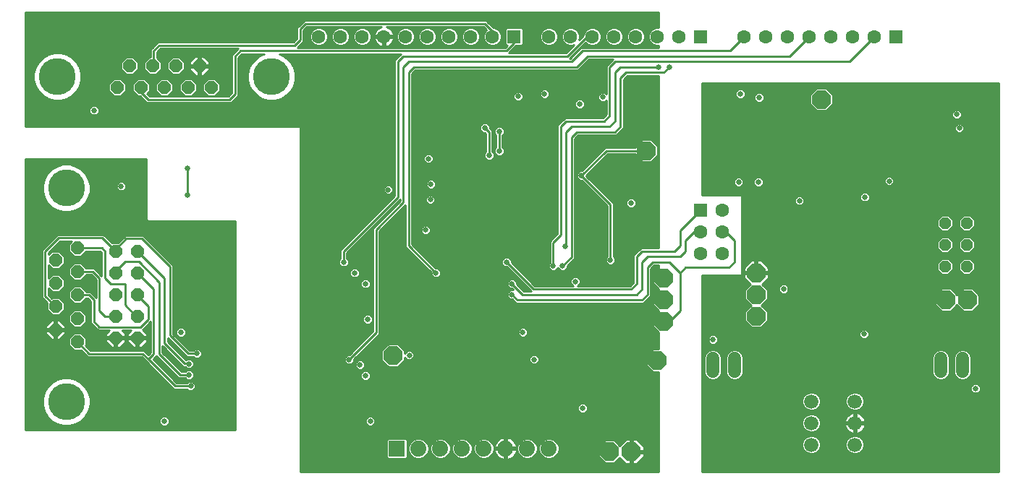
<source format=gbl>
G75*
%MOIN*%
%OFA0B0*%
%FSLAX25Y25*%
%IPPOS*%
%LPD*%
%AMOC8*
5,1,8,0,0,1.08239X$1,22.5*
%
%ADD10OC8,0.06000*%
%ADD11C,0.17000*%
%ADD12OC8,0.05400*%
%ADD13OC8,0.08500*%
%ADD14C,0.06600*%
%ADD15C,0.07400*%
%ADD16R,0.06300X0.06300*%
%ADD17C,0.06300*%
%ADD18R,0.07400X0.07400*%
%ADD19C,0.06000*%
%ADD20C,0.02500*%
%ADD21C,0.01000*%
D10*
X0036300Y0074743D03*
X0026300Y0080143D03*
X0036300Y0085543D03*
X0026300Y0090943D03*
X0036300Y0096343D03*
X0026300Y0101743D03*
X0036300Y0107143D03*
X0026300Y0112543D03*
X0036300Y0117943D03*
X0054115Y0116500D03*
X0064115Y0116500D03*
X0064115Y0106500D03*
X0054115Y0106500D03*
X0054115Y0096500D03*
X0064115Y0096500D03*
X0064115Y0086500D03*
X0054115Y0086500D03*
X0054115Y0076500D03*
X0064115Y0076500D03*
X0065717Y0192051D03*
X0076517Y0192051D03*
X0087317Y0192051D03*
X0098117Y0192051D03*
X0092717Y0202051D03*
X0081917Y0202051D03*
X0071117Y0202051D03*
X0060317Y0202051D03*
X0054917Y0192051D03*
D11*
X0027217Y0197051D03*
X0031300Y0145643D03*
X0125817Y0197051D03*
X0031300Y0047043D03*
D12*
X0436024Y0109453D03*
X0446024Y0109453D03*
X0446024Y0119453D03*
X0436024Y0119453D03*
X0436024Y0129453D03*
X0446024Y0129453D03*
D13*
X0446615Y0094000D03*
X0436615Y0094000D03*
X0349115Y0096500D03*
X0349115Y0086500D03*
X0349115Y0106500D03*
X0306615Y0104000D03*
X0306615Y0094000D03*
X0306615Y0084000D03*
X0303583Y0066067D03*
X0291615Y0024000D03*
X0281615Y0024000D03*
X0181831Y0068409D03*
X0298603Y0162878D03*
X0379115Y0186500D03*
D14*
X0374528Y0047228D03*
X0374528Y0037228D03*
X0374528Y0027228D03*
X0394528Y0027228D03*
X0394528Y0037228D03*
X0394528Y0047228D03*
D15*
X0253615Y0025500D03*
X0243615Y0025500D03*
X0233615Y0025500D03*
X0223615Y0025500D03*
X0213615Y0025500D03*
X0203615Y0025496D03*
X0193587Y0025449D03*
D16*
X0323615Y0135500D03*
X0323615Y0215500D03*
X0237615Y0215500D03*
X0413615Y0215500D03*
D17*
X0403615Y0215500D03*
X0393615Y0215500D03*
X0383615Y0215500D03*
X0373615Y0215500D03*
X0363615Y0215500D03*
X0353615Y0215500D03*
X0343615Y0215500D03*
X0313615Y0215500D03*
X0303615Y0215500D03*
X0293615Y0215500D03*
X0283615Y0215500D03*
X0273615Y0215500D03*
X0263615Y0215500D03*
X0253615Y0215500D03*
X0227615Y0215500D03*
X0217615Y0215500D03*
X0207615Y0215500D03*
X0197615Y0215500D03*
X0187615Y0215500D03*
X0177615Y0215500D03*
X0167615Y0215500D03*
X0157615Y0215500D03*
X0147615Y0215500D03*
X0323615Y0125500D03*
X0333615Y0125500D03*
X0333615Y0115500D03*
X0323615Y0115500D03*
X0333615Y0135500D03*
D18*
X0183587Y0025449D03*
D19*
X0329115Y0061000D02*
X0329115Y0067000D01*
X0339115Y0067000D02*
X0339115Y0061000D01*
X0434115Y0061000D02*
X0434115Y0067000D01*
X0444115Y0067000D02*
X0444115Y0061000D01*
D20*
X0450099Y0053173D03*
X0398702Y0078272D03*
X0361694Y0099138D03*
X0329213Y0075673D03*
X0272501Y0103724D03*
X0265808Y0102543D03*
X0259902Y0109630D03*
X0255572Y0109630D03*
X0250454Y0111205D03*
X0261083Y0118685D03*
X0281950Y0112327D03*
X0289824Y0112327D03*
X0289036Y0132071D03*
X0291398Y0138764D03*
X0289036Y0144669D03*
X0268564Y0151362D03*
X0230769Y0162780D03*
X0226044Y0160811D03*
X0230769Y0171835D03*
X0224076Y0173409D03*
X0202028Y0165929D03*
X0198091Y0159236D03*
X0202422Y0152937D03*
X0199272Y0147425D03*
X0198957Y0140260D03*
X0201635Y0132465D03*
X0196871Y0126244D03*
X0201538Y0119650D03*
X0201615Y0106500D03*
X0234115Y0111500D03*
X0236615Y0101500D03*
X0236615Y0096500D03*
X0245335Y0089551D03*
X0241615Y0079000D03*
X0250355Y0072031D03*
X0246812Y0066520D03*
X0250355Y0049591D03*
X0269115Y0044000D03*
X0301615Y0016500D03*
X0192835Y0050004D03*
X0171300Y0038154D03*
X0169331Y0045634D03*
X0169115Y0059000D03*
X0166615Y0064000D03*
X0161615Y0066500D03*
X0149863Y0079276D03*
X0170119Y0085004D03*
X0169725Y0093272D03*
X0169115Y0101500D03*
X0164115Y0106500D03*
X0159115Y0111500D03*
X0151221Y0124374D03*
X0141615Y0129000D03*
X0163032Y0139335D03*
X0179568Y0144846D03*
X0176024Y0152327D03*
X0163032Y0152524D03*
X0141615Y0156500D03*
X0098072Y0124374D03*
X0071615Y0129000D03*
X0066615Y0131500D03*
X0066615Y0139000D03*
X0056615Y0146500D03*
X0057914Y0155083D03*
X0046615Y0156500D03*
X0014115Y0156500D03*
X0044115Y0181500D03*
X0069115Y0176500D03*
X0084115Y0176500D03*
X0087048Y0154886D03*
X0087048Y0142484D03*
X0085631Y0101165D03*
X0104115Y0084000D03*
X0092166Y0079098D03*
X0084115Y0079000D03*
X0091379Y0069256D03*
X0087835Y0064531D03*
X0087835Y0059413D03*
X0088623Y0054295D03*
X0076024Y0046421D03*
X0076418Y0038154D03*
X0059115Y0036500D03*
X0106615Y0036500D03*
X0141615Y0036500D03*
X0141615Y0016500D03*
X0189292Y0068508D03*
X0192835Y0074413D03*
X0341005Y0148488D03*
X0350060Y0148488D03*
X0368957Y0139827D03*
X0384115Y0129000D03*
X0399115Y0141500D03*
X0410296Y0148882D03*
X0442658Y0173291D03*
X0441477Y0179591D03*
X0350454Y0187465D03*
X0341792Y0189039D03*
X0309115Y0201500D03*
X0304115Y0201500D03*
X0278406Y0187583D03*
X0267776Y0184433D03*
X0258721Y0188370D03*
X0251615Y0189000D03*
X0246320Y0189748D03*
X0239430Y0187976D03*
X0211083Y0185614D03*
X0014115Y0036500D03*
D21*
X0012515Y0034000D02*
X0012515Y0159000D01*
X0068115Y0159000D01*
X0068115Y0131086D01*
X0068701Y0130500D01*
X0109115Y0130500D01*
X0109115Y0034000D01*
X0012515Y0034000D01*
X0012515Y0034443D02*
X0109115Y0034443D01*
X0109115Y0035442D02*
X0012515Y0035442D01*
X0012515Y0036440D02*
X0028367Y0036440D01*
X0027054Y0036792D02*
X0029852Y0036043D01*
X0032748Y0036043D01*
X0035546Y0036792D01*
X0038054Y0038240D01*
X0040102Y0040288D01*
X0041550Y0042797D01*
X0042300Y0045594D01*
X0042300Y0048491D01*
X0041550Y0051288D01*
X0040102Y0053797D01*
X0038054Y0055845D01*
X0035546Y0057293D01*
X0032748Y0058043D01*
X0029852Y0058043D01*
X0027054Y0057293D01*
X0024546Y0055845D01*
X0022498Y0053797D01*
X0021050Y0051288D01*
X0020300Y0048491D01*
X0020300Y0045594D01*
X0021050Y0042797D01*
X0022498Y0040288D01*
X0024546Y0038240D01*
X0027054Y0036792D01*
X0025934Y0037439D02*
X0012515Y0037439D01*
X0012515Y0038437D02*
X0024349Y0038437D01*
X0023350Y0039436D02*
X0012515Y0039436D01*
X0012515Y0040434D02*
X0022413Y0040434D01*
X0021837Y0041433D02*
X0012515Y0041433D01*
X0012515Y0042432D02*
X0021260Y0042432D01*
X0020880Y0043430D02*
X0012515Y0043430D01*
X0012515Y0044429D02*
X0020612Y0044429D01*
X0020345Y0045427D02*
X0012515Y0045427D01*
X0012515Y0046426D02*
X0020300Y0046426D01*
X0020300Y0047424D02*
X0012515Y0047424D01*
X0012515Y0048423D02*
X0020300Y0048423D01*
X0020549Y0049421D02*
X0012515Y0049421D01*
X0012515Y0050420D02*
X0020817Y0050420D01*
X0021125Y0051418D02*
X0012515Y0051418D01*
X0012515Y0052417D02*
X0021701Y0052417D01*
X0022278Y0053415D02*
X0012515Y0053415D01*
X0012515Y0054414D02*
X0023115Y0054414D01*
X0024113Y0055412D02*
X0012515Y0055412D01*
X0012515Y0056411D02*
X0025526Y0056411D01*
X0027488Y0057409D02*
X0012515Y0057409D01*
X0012515Y0058408D02*
X0075263Y0058408D01*
X0074265Y0059406D02*
X0012515Y0059406D01*
X0012515Y0060405D02*
X0073266Y0060405D01*
X0072268Y0061403D02*
X0012515Y0061403D01*
X0012515Y0062402D02*
X0071269Y0062402D01*
X0070271Y0063400D02*
X0012515Y0063400D01*
X0012515Y0064399D02*
X0069272Y0064399D01*
X0068274Y0065397D02*
X0012515Y0065397D01*
X0012515Y0066396D02*
X0067275Y0066396D01*
X0067704Y0065967D02*
X0080876Y0052795D01*
X0086941Y0052795D01*
X0087691Y0052045D01*
X0089555Y0052045D01*
X0090873Y0053363D01*
X0090873Y0055227D01*
X0089555Y0056545D01*
X0087691Y0056545D01*
X0086941Y0055795D01*
X0082118Y0055795D01*
X0071325Y0066589D01*
X0072865Y0068129D01*
X0082202Y0058792D01*
X0083080Y0057913D01*
X0086153Y0057913D01*
X0086903Y0057163D01*
X0088767Y0057163D01*
X0090085Y0058481D01*
X0090085Y0060345D01*
X0088767Y0061663D01*
X0086903Y0061663D01*
X0086153Y0060913D01*
X0084323Y0060913D01*
X0075615Y0069621D01*
X0075615Y0072879D01*
X0075994Y0072500D01*
X0085265Y0063228D01*
X0085957Y0063228D01*
X0086903Y0062281D01*
X0088767Y0062281D01*
X0090085Y0063600D01*
X0090085Y0065463D01*
X0088767Y0066781D01*
X0086903Y0066781D01*
X0086429Y0066307D01*
X0078115Y0074621D01*
X0078115Y0076461D01*
X0078494Y0076083D01*
X0086820Y0067756D01*
X0089697Y0067756D01*
X0090447Y0067006D01*
X0092311Y0067006D01*
X0093629Y0068324D01*
X0093629Y0070188D01*
X0092311Y0071506D01*
X0090447Y0071506D01*
X0089697Y0070756D01*
X0088063Y0070756D01*
X0080615Y0078204D01*
X0080615Y0110035D01*
X0066823Y0123827D01*
X0058297Y0123827D01*
X0054970Y0120500D01*
X0052458Y0120500D01*
X0052347Y0120389D01*
X0048516Y0124220D01*
X0027214Y0124220D01*
X0020115Y0117121D01*
X0020115Y0095006D01*
X0020994Y0094128D01*
X0022411Y0092710D01*
X0022300Y0092599D01*
X0022300Y0089286D01*
X0024643Y0086943D01*
X0027957Y0086943D01*
X0030300Y0089286D01*
X0030300Y0092599D01*
X0027957Y0094943D01*
X0024643Y0094943D01*
X0024532Y0094832D01*
X0023115Y0096249D01*
X0023115Y0099271D01*
X0024643Y0097743D01*
X0027957Y0097743D01*
X0030300Y0100086D01*
X0030300Y0103399D01*
X0027957Y0105743D01*
X0024643Y0105743D01*
X0023115Y0104214D01*
X0023115Y0110071D01*
X0024643Y0108543D01*
X0027957Y0108543D01*
X0030300Y0110886D01*
X0030300Y0114199D01*
X0027957Y0116543D01*
X0024643Y0116543D01*
X0023115Y0115014D01*
X0023115Y0115879D01*
X0028457Y0121220D01*
X0033921Y0121220D01*
X0032300Y0119599D01*
X0032300Y0116286D01*
X0034643Y0113943D01*
X0037957Y0113943D01*
X0040300Y0116286D01*
X0040300Y0116443D01*
X0047051Y0116443D01*
X0047615Y0115879D01*
X0047615Y0105121D01*
X0047236Y0105500D01*
X0044094Y0108643D01*
X0040300Y0108643D01*
X0040300Y0108799D01*
X0037957Y0111143D01*
X0034643Y0111143D01*
X0032300Y0108799D01*
X0032300Y0105486D01*
X0034643Y0103143D01*
X0037957Y0103143D01*
X0040300Y0105486D01*
X0040300Y0105643D01*
X0042851Y0105643D01*
X0045115Y0103379D01*
X0045115Y0095121D01*
X0044736Y0095500D01*
X0042394Y0097843D01*
X0040300Y0097843D01*
X0040300Y0097999D01*
X0037957Y0100343D01*
X0034643Y0100343D01*
X0032300Y0097999D01*
X0032300Y0094686D01*
X0034643Y0092343D01*
X0037957Y0092343D01*
X0040300Y0094686D01*
X0040300Y0094843D01*
X0041151Y0094843D01*
X0042615Y0093379D01*
X0042615Y0083379D01*
X0045994Y0080000D01*
X0051251Y0080000D01*
X0049615Y0078364D01*
X0049615Y0077000D01*
X0053615Y0077000D01*
X0053615Y0076000D01*
X0054615Y0076000D01*
X0054615Y0077000D01*
X0058615Y0077000D01*
X0058615Y0078364D01*
X0056979Y0080000D01*
X0061251Y0080000D01*
X0059615Y0078364D01*
X0059615Y0077000D01*
X0063615Y0077000D01*
X0063615Y0076000D01*
X0064615Y0076000D01*
X0064615Y0077000D01*
X0068615Y0077000D01*
X0068615Y0078364D01*
X0066566Y0080413D01*
X0067032Y0080879D01*
X0069579Y0083425D01*
X0070115Y0083961D01*
X0070115Y0069621D01*
X0069204Y0068710D01*
X0067236Y0070677D01*
X0042487Y0070677D01*
X0040189Y0072975D01*
X0040300Y0073086D01*
X0040300Y0076399D01*
X0037957Y0078743D01*
X0034643Y0078743D01*
X0032300Y0076399D01*
X0032300Y0073086D01*
X0034643Y0070743D01*
X0037957Y0070743D01*
X0038068Y0070853D01*
X0040365Y0068556D01*
X0041244Y0067677D01*
X0065994Y0067677D01*
X0067704Y0065967D01*
X0067704Y0065967D01*
X0069204Y0066589D02*
X0066615Y0069177D01*
X0041865Y0069177D01*
X0036300Y0074743D01*
X0039320Y0077379D02*
X0049615Y0077379D01*
X0049629Y0078378D02*
X0038321Y0078378D01*
X0040300Y0076381D02*
X0053615Y0076381D01*
X0053615Y0076000D02*
X0049615Y0076000D01*
X0049615Y0074636D01*
X0052251Y0072000D01*
X0053615Y0072000D01*
X0053615Y0076000D01*
X0053615Y0075382D02*
X0054615Y0075382D01*
X0054615Y0076000D02*
X0054615Y0072000D01*
X0055979Y0072000D01*
X0058615Y0074636D01*
X0058615Y0076000D01*
X0054615Y0076000D01*
X0054615Y0076381D02*
X0063615Y0076381D01*
X0063615Y0076000D02*
X0059615Y0076000D01*
X0059615Y0074636D01*
X0062251Y0072000D01*
X0063615Y0072000D01*
X0063615Y0076000D01*
X0063615Y0075382D02*
X0064615Y0075382D01*
X0064615Y0076000D02*
X0064615Y0072000D01*
X0065979Y0072000D01*
X0068615Y0074636D01*
X0068615Y0076000D01*
X0064615Y0076000D01*
X0064615Y0076381D02*
X0070115Y0076381D01*
X0070115Y0077379D02*
X0068615Y0077379D01*
X0068601Y0078378D02*
X0070115Y0078378D01*
X0070115Y0079376D02*
X0067602Y0079376D01*
X0066604Y0080375D02*
X0070115Y0080375D01*
X0070115Y0081373D02*
X0067527Y0081373D01*
X0068526Y0082372D02*
X0070115Y0082372D01*
X0070115Y0083370D02*
X0069524Y0083370D01*
X0068957Y0084925D02*
X0068957Y0091106D01*
X0064115Y0095949D01*
X0064115Y0096500D01*
X0071615Y0099000D02*
X0071615Y0069000D01*
X0069204Y0066589D01*
X0081497Y0054295D01*
X0088623Y0054295D01*
X0090873Y0054414D02*
X0109115Y0054414D01*
X0109115Y0055412D02*
X0090688Y0055412D01*
X0089689Y0056411D02*
X0109115Y0056411D01*
X0109115Y0057409D02*
X0089013Y0057409D01*
X0090012Y0058408D02*
X0109115Y0058408D01*
X0109115Y0059406D02*
X0090085Y0059406D01*
X0090026Y0060405D02*
X0109115Y0060405D01*
X0109115Y0061403D02*
X0089028Y0061403D01*
X0088888Y0062402D02*
X0109115Y0062402D01*
X0109115Y0063400D02*
X0089886Y0063400D01*
X0090085Y0064399D02*
X0109115Y0064399D01*
X0109115Y0065397D02*
X0090085Y0065397D01*
X0089153Y0066396D02*
X0109115Y0066396D01*
X0109115Y0067394D02*
X0092699Y0067394D01*
X0093629Y0068393D02*
X0109115Y0068393D01*
X0109115Y0069391D02*
X0093629Y0069391D01*
X0093427Y0070390D02*
X0109115Y0070390D01*
X0109115Y0071388D02*
X0092428Y0071388D01*
X0090329Y0071388D02*
X0087431Y0071388D01*
X0086432Y0072387D02*
X0109115Y0072387D01*
X0109115Y0073385D02*
X0085434Y0073385D01*
X0084435Y0074384D02*
X0109115Y0074384D01*
X0109115Y0075382D02*
X0083437Y0075382D01*
X0083183Y0076750D02*
X0081865Y0078068D01*
X0081865Y0079932D01*
X0083183Y0081250D01*
X0085047Y0081250D01*
X0086365Y0079932D01*
X0086365Y0078068D01*
X0085047Y0076750D01*
X0083183Y0076750D01*
X0082438Y0076381D02*
X0109115Y0076381D01*
X0109115Y0077379D02*
X0085676Y0077379D01*
X0086365Y0078378D02*
X0109115Y0078378D01*
X0109115Y0079376D02*
X0086365Y0079376D01*
X0085922Y0080375D02*
X0109115Y0080375D01*
X0109115Y0081373D02*
X0080615Y0081373D01*
X0080615Y0080375D02*
X0082308Y0080375D01*
X0081865Y0079376D02*
X0080615Y0079376D01*
X0080615Y0078378D02*
X0081865Y0078378D01*
X0081440Y0077379D02*
X0082554Y0077379D01*
X0079115Y0077583D02*
X0079115Y0109413D01*
X0066202Y0122327D01*
X0058918Y0122327D01*
X0054115Y0117524D01*
X0054115Y0116500D01*
X0047894Y0122720D01*
X0027835Y0122720D01*
X0021615Y0116500D01*
X0021615Y0095628D01*
X0026300Y0090943D01*
X0023223Y0088363D02*
X0012515Y0088363D01*
X0012515Y0087365D02*
X0024221Y0087365D01*
X0024436Y0084643D02*
X0021800Y0082006D01*
X0021800Y0080642D01*
X0025800Y0080642D01*
X0025800Y0079643D01*
X0021800Y0079643D01*
X0021800Y0078279D01*
X0024436Y0075643D01*
X0025800Y0075643D01*
X0025800Y0079642D01*
X0026800Y0079642D01*
X0026800Y0075643D01*
X0028164Y0075643D01*
X0030800Y0078279D01*
X0030800Y0079643D01*
X0026800Y0079643D01*
X0026800Y0080642D01*
X0030800Y0080642D01*
X0030800Y0082006D01*
X0028164Y0084643D01*
X0026800Y0084643D01*
X0026800Y0080643D01*
X0025800Y0080643D01*
X0025800Y0084643D01*
X0024436Y0084643D01*
X0024163Y0084369D02*
X0012515Y0084369D01*
X0012515Y0085368D02*
X0032300Y0085368D01*
X0032300Y0086366D02*
X0012515Y0086366D01*
X0012515Y0089362D02*
X0022300Y0089362D01*
X0022300Y0090360D02*
X0012515Y0090360D01*
X0012515Y0091359D02*
X0022300Y0091359D01*
X0022300Y0092357D02*
X0012515Y0092357D01*
X0012515Y0093356D02*
X0021766Y0093356D01*
X0020767Y0094354D02*
X0012515Y0094354D01*
X0012515Y0095353D02*
X0020115Y0095353D01*
X0020115Y0096351D02*
X0012515Y0096351D01*
X0012515Y0097350D02*
X0020115Y0097350D01*
X0020115Y0098348D02*
X0012515Y0098348D01*
X0012515Y0099347D02*
X0020115Y0099347D01*
X0020115Y0100345D02*
X0012515Y0100345D01*
X0012515Y0101344D02*
X0020115Y0101344D01*
X0020115Y0102342D02*
X0012515Y0102342D01*
X0012515Y0103341D02*
X0020115Y0103341D01*
X0020115Y0104339D02*
X0012515Y0104339D01*
X0012515Y0105338D02*
X0020115Y0105338D01*
X0020115Y0106336D02*
X0012515Y0106336D01*
X0012515Y0107335D02*
X0020115Y0107335D01*
X0020115Y0108333D02*
X0012515Y0108333D01*
X0012515Y0109332D02*
X0020115Y0109332D01*
X0020115Y0110330D02*
X0012515Y0110330D01*
X0012515Y0111329D02*
X0020115Y0111329D01*
X0020115Y0112327D02*
X0012515Y0112327D01*
X0012515Y0113326D02*
X0020115Y0113326D01*
X0020115Y0114324D02*
X0012515Y0114324D01*
X0012515Y0115323D02*
X0020115Y0115323D01*
X0020115Y0116321D02*
X0012515Y0116321D01*
X0012515Y0117320D02*
X0020314Y0117320D01*
X0021312Y0118318D02*
X0012515Y0118318D01*
X0012515Y0119317D02*
X0022311Y0119317D01*
X0023309Y0120315D02*
X0012515Y0120315D01*
X0012515Y0121314D02*
X0024308Y0121314D01*
X0025306Y0122312D02*
X0012515Y0122312D01*
X0012515Y0123311D02*
X0026305Y0123311D01*
X0027552Y0120315D02*
X0033016Y0120315D01*
X0032300Y0119317D02*
X0026553Y0119317D01*
X0025555Y0118318D02*
X0032300Y0118318D01*
X0032300Y0117320D02*
X0024556Y0117320D01*
X0024422Y0116321D02*
X0023558Y0116321D01*
X0023423Y0115323D02*
X0023115Y0115323D01*
X0028178Y0116321D02*
X0032300Y0116321D01*
X0033263Y0115323D02*
X0029177Y0115323D01*
X0030175Y0114324D02*
X0034261Y0114324D01*
X0038339Y0114324D02*
X0047615Y0114324D01*
X0047615Y0113326D02*
X0030300Y0113326D01*
X0030300Y0112327D02*
X0047615Y0112327D01*
X0047615Y0111329D02*
X0030300Y0111329D01*
X0029745Y0110330D02*
X0033831Y0110330D01*
X0032832Y0109332D02*
X0028746Y0109332D01*
X0032300Y0108333D02*
X0023115Y0108333D01*
X0023115Y0107335D02*
X0032300Y0107335D01*
X0032300Y0106336D02*
X0023115Y0106336D01*
X0023115Y0105338D02*
X0024238Y0105338D01*
X0023240Y0104339D02*
X0023115Y0104339D01*
X0028362Y0105338D02*
X0032448Y0105338D01*
X0033446Y0104339D02*
X0029360Y0104339D01*
X0030300Y0103341D02*
X0034445Y0103341D01*
X0038155Y0103341D02*
X0045115Y0103341D01*
X0045115Y0102342D02*
X0030300Y0102342D01*
X0030300Y0101344D02*
X0045115Y0101344D01*
X0045115Y0100345D02*
X0030300Y0100345D01*
X0029561Y0099347D02*
X0033647Y0099347D01*
X0032649Y0098348D02*
X0028562Y0098348D01*
X0032300Y0097350D02*
X0023115Y0097350D01*
X0023115Y0098348D02*
X0024038Y0098348D01*
X0023115Y0096351D02*
X0032300Y0096351D01*
X0032300Y0095353D02*
X0024011Y0095353D01*
X0028545Y0094354D02*
X0032632Y0094354D01*
X0033630Y0093356D02*
X0029544Y0093356D01*
X0030300Y0092357D02*
X0034629Y0092357D01*
X0034643Y0089543D02*
X0032300Y0087199D01*
X0032300Y0083886D01*
X0034643Y0081543D01*
X0037957Y0081543D01*
X0040300Y0083886D01*
X0040300Y0087199D01*
X0037957Y0089543D01*
X0034643Y0089543D01*
X0034462Y0089362D02*
X0030300Y0089362D01*
X0030300Y0090360D02*
X0042615Y0090360D01*
X0042615Y0089362D02*
X0038138Y0089362D01*
X0039136Y0088363D02*
X0042615Y0088363D01*
X0042615Y0087365D02*
X0040135Y0087365D01*
X0040300Y0086366D02*
X0042615Y0086366D01*
X0042615Y0085368D02*
X0040300Y0085368D01*
X0040300Y0084369D02*
X0042615Y0084369D01*
X0042623Y0083370D02*
X0039785Y0083370D01*
X0038786Y0082372D02*
X0043622Y0082372D01*
X0044620Y0081373D02*
X0030800Y0081373D01*
X0030434Y0082372D02*
X0033814Y0082372D01*
X0032815Y0083370D02*
X0029436Y0083370D01*
X0028437Y0084369D02*
X0032300Y0084369D01*
X0032465Y0087365D02*
X0028379Y0087365D01*
X0029377Y0088363D02*
X0033464Y0088363D01*
X0026800Y0084369D02*
X0025800Y0084369D01*
X0025800Y0083370D02*
X0026800Y0083370D01*
X0026800Y0082372D02*
X0025800Y0082372D01*
X0025800Y0081373D02*
X0026800Y0081373D01*
X0026800Y0080375D02*
X0045619Y0080375D01*
X0046615Y0081500D02*
X0044115Y0084000D01*
X0044115Y0094000D01*
X0041772Y0096343D01*
X0036300Y0096343D01*
X0038953Y0099347D02*
X0045115Y0099347D01*
X0045115Y0098348D02*
X0039951Y0098348D01*
X0042887Y0097350D02*
X0045115Y0097350D01*
X0045115Y0096351D02*
X0043885Y0096351D01*
X0044884Y0095353D02*
X0045115Y0095353D01*
X0042615Y0093356D02*
X0038970Y0093356D01*
X0039968Y0094354D02*
X0041640Y0094354D01*
X0042615Y0092357D02*
X0037971Y0092357D01*
X0042615Y0091359D02*
X0030300Y0091359D01*
X0046615Y0089000D02*
X0049115Y0086500D01*
X0054115Y0086500D01*
X0058328Y0091736D02*
X0063564Y0086500D01*
X0064115Y0086500D01*
X0068957Y0084925D02*
X0065532Y0081500D01*
X0046615Y0081500D01*
X0050627Y0079376D02*
X0030800Y0079376D01*
X0030800Y0078378D02*
X0034279Y0078378D01*
X0033280Y0077379D02*
X0029901Y0077379D01*
X0028902Y0076381D02*
X0032300Y0076381D01*
X0032300Y0075382D02*
X0012515Y0075382D01*
X0012515Y0074384D02*
X0032300Y0074384D01*
X0032300Y0073385D02*
X0012515Y0073385D01*
X0012515Y0072387D02*
X0032999Y0072387D01*
X0033997Y0071388D02*
X0012515Y0071388D01*
X0012515Y0070390D02*
X0038531Y0070390D01*
X0039530Y0069391D02*
X0012515Y0069391D01*
X0012515Y0068393D02*
X0040528Y0068393D01*
X0041775Y0071388D02*
X0070115Y0071388D01*
X0070115Y0070390D02*
X0067524Y0070390D01*
X0068522Y0069391D02*
X0069885Y0069391D01*
X0070115Y0072387D02*
X0066366Y0072387D01*
X0067364Y0073385D02*
X0070115Y0073385D01*
X0070115Y0074384D02*
X0068363Y0074384D01*
X0068615Y0075382D02*
X0070115Y0075382D01*
X0064615Y0074384D02*
X0063615Y0074384D01*
X0063615Y0073385D02*
X0064615Y0073385D01*
X0064615Y0072387D02*
X0063615Y0072387D01*
X0061864Y0072387D02*
X0056366Y0072387D01*
X0057364Y0073385D02*
X0060866Y0073385D01*
X0059867Y0074384D02*
X0058363Y0074384D01*
X0058615Y0075382D02*
X0059615Y0075382D01*
X0059615Y0077379D02*
X0058615Y0077379D01*
X0058601Y0078378D02*
X0059629Y0078378D01*
X0060627Y0079376D02*
X0057602Y0079376D01*
X0054615Y0074384D02*
X0053615Y0074384D01*
X0053615Y0073385D02*
X0054615Y0073385D01*
X0054615Y0072387D02*
X0053615Y0072387D01*
X0051864Y0072387D02*
X0040777Y0072387D01*
X0040300Y0073385D02*
X0050866Y0073385D01*
X0049867Y0074384D02*
X0040300Y0074384D01*
X0040300Y0075382D02*
X0049615Y0075382D01*
X0066276Y0067394D02*
X0012515Y0067394D01*
X0012515Y0076381D02*
X0023698Y0076381D01*
X0022699Y0077379D02*
X0012515Y0077379D01*
X0012515Y0078378D02*
X0021800Y0078378D01*
X0021800Y0079376D02*
X0012515Y0079376D01*
X0012515Y0080375D02*
X0025800Y0080375D01*
X0025800Y0079376D02*
X0026800Y0079376D01*
X0026800Y0078378D02*
X0025800Y0078378D01*
X0025800Y0077379D02*
X0026800Y0077379D01*
X0026800Y0076381D02*
X0025800Y0076381D01*
X0021800Y0081373D02*
X0012515Y0081373D01*
X0012515Y0082372D02*
X0022166Y0082372D01*
X0023164Y0083370D02*
X0012515Y0083370D01*
X0046615Y0089000D02*
X0046615Y0104000D01*
X0043472Y0107143D01*
X0036300Y0107143D01*
X0039154Y0104339D02*
X0044154Y0104339D01*
X0043156Y0105338D02*
X0040152Y0105338D01*
X0044403Y0108333D02*
X0047615Y0108333D01*
X0047615Y0107335D02*
X0045402Y0107335D01*
X0046400Y0106336D02*
X0047615Y0106336D01*
X0047615Y0105338D02*
X0047399Y0105338D01*
X0049115Y0103980D02*
X0051635Y0101461D01*
X0058328Y0101461D01*
X0058328Y0091736D01*
X0071615Y0099000D02*
X0064115Y0106500D01*
X0064627Y0111697D02*
X0058288Y0111697D01*
X0054115Y0107524D01*
X0054115Y0106500D01*
X0049115Y0103980D02*
X0049115Y0116500D01*
X0047672Y0117943D01*
X0036300Y0117943D01*
X0042672Y0117943D01*
X0040300Y0116321D02*
X0047172Y0116321D01*
X0047615Y0115323D02*
X0039337Y0115323D01*
X0038769Y0110330D02*
X0047615Y0110330D01*
X0047615Y0109332D02*
X0039768Y0109332D01*
X0023854Y0109332D02*
X0023115Y0109332D01*
X0012515Y0124309D02*
X0109115Y0124309D01*
X0109115Y0123311D02*
X0067339Y0123311D01*
X0068337Y0122312D02*
X0109115Y0122312D01*
X0109115Y0121314D02*
X0069336Y0121314D01*
X0070334Y0120315D02*
X0109115Y0120315D01*
X0109115Y0119317D02*
X0071333Y0119317D01*
X0072331Y0118318D02*
X0109115Y0118318D01*
X0109115Y0117320D02*
X0073330Y0117320D01*
X0074328Y0116321D02*
X0109115Y0116321D01*
X0109115Y0115323D02*
X0075327Y0115323D01*
X0076325Y0114324D02*
X0109115Y0114324D01*
X0109115Y0113326D02*
X0077324Y0113326D01*
X0078322Y0112327D02*
X0109115Y0112327D01*
X0109115Y0111329D02*
X0079321Y0111329D01*
X0080319Y0110330D02*
X0109115Y0110330D01*
X0109115Y0109332D02*
X0080615Y0109332D01*
X0080615Y0108333D02*
X0109115Y0108333D01*
X0109115Y0107335D02*
X0080615Y0107335D01*
X0080615Y0106336D02*
X0109115Y0106336D01*
X0109115Y0105338D02*
X0080615Y0105338D01*
X0080615Y0104339D02*
X0109115Y0104339D01*
X0109115Y0103341D02*
X0080615Y0103341D01*
X0080615Y0102342D02*
X0109115Y0102342D01*
X0109115Y0101344D02*
X0080615Y0101344D01*
X0080615Y0100345D02*
X0109115Y0100345D01*
X0109115Y0099347D02*
X0080615Y0099347D01*
X0080615Y0098348D02*
X0109115Y0098348D01*
X0109115Y0097350D02*
X0080615Y0097350D01*
X0080615Y0096351D02*
X0109115Y0096351D01*
X0109115Y0095353D02*
X0080615Y0095353D01*
X0080615Y0094354D02*
X0109115Y0094354D01*
X0109115Y0093356D02*
X0080615Y0093356D01*
X0080615Y0092357D02*
X0109115Y0092357D01*
X0109115Y0091359D02*
X0080615Y0091359D01*
X0080615Y0090360D02*
X0109115Y0090360D01*
X0109115Y0089362D02*
X0080615Y0089362D01*
X0080615Y0088363D02*
X0109115Y0088363D01*
X0109115Y0087365D02*
X0080615Y0087365D01*
X0080615Y0086366D02*
X0109115Y0086366D01*
X0109115Y0085368D02*
X0080615Y0085368D01*
X0080615Y0084369D02*
X0109115Y0084369D01*
X0109115Y0083370D02*
X0080615Y0083370D01*
X0080615Y0082372D02*
X0109115Y0082372D01*
X0091379Y0069256D02*
X0087442Y0069256D01*
X0079115Y0077583D01*
X0078195Y0076381D02*
X0078115Y0076381D01*
X0078115Y0075382D02*
X0079194Y0075382D01*
X0078352Y0074384D02*
X0080192Y0074384D01*
X0079351Y0073385D02*
X0081191Y0073385D01*
X0080349Y0072387D02*
X0082189Y0072387D01*
X0081348Y0071388D02*
X0083188Y0071388D01*
X0082346Y0070390D02*
X0084186Y0070390D01*
X0083345Y0069391D02*
X0085185Y0069391D01*
X0084343Y0068393D02*
X0086183Y0068393D01*
X0085342Y0067394D02*
X0090058Y0067394D01*
X0087835Y0064728D02*
X0085887Y0064728D01*
X0076615Y0074000D01*
X0076615Y0104000D01*
X0064115Y0116500D01*
X0064627Y0111697D02*
X0074115Y0102209D01*
X0074115Y0069000D01*
X0083702Y0059413D01*
X0087835Y0059413D01*
X0086643Y0061403D02*
X0083833Y0061403D01*
X0082835Y0062402D02*
X0086783Y0062402D01*
X0085093Y0063400D02*
X0081836Y0063400D01*
X0080838Y0064399D02*
X0084095Y0064399D01*
X0083096Y0065397D02*
X0079839Y0065397D01*
X0078840Y0066396D02*
X0082098Y0066396D01*
X0081099Y0067394D02*
X0077842Y0067394D01*
X0076843Y0068393D02*
X0080101Y0068393D01*
X0079102Y0069391D02*
X0075845Y0069391D01*
X0075615Y0070390D02*
X0078104Y0070390D01*
X0077105Y0071388D02*
X0075615Y0071388D01*
X0075615Y0072387D02*
X0076107Y0072387D01*
X0073599Y0067394D02*
X0072131Y0067394D01*
X0071518Y0066396D02*
X0074598Y0066396D01*
X0075596Y0065397D02*
X0072516Y0065397D01*
X0073515Y0064399D02*
X0076595Y0064399D01*
X0077593Y0063400D02*
X0074513Y0063400D01*
X0075512Y0062402D02*
X0078592Y0062402D01*
X0079590Y0061403D02*
X0076510Y0061403D01*
X0077509Y0060405D02*
X0080589Y0060405D01*
X0081587Y0059406D02*
X0078507Y0059406D01*
X0079506Y0058408D02*
X0082586Y0058408D01*
X0081503Y0056411D02*
X0087556Y0056411D01*
X0086658Y0057409D02*
X0080504Y0057409D01*
X0078259Y0055412D02*
X0038487Y0055412D01*
X0039485Y0054414D02*
X0079257Y0054414D01*
X0080256Y0053415D02*
X0040322Y0053415D01*
X0040899Y0052417D02*
X0087319Y0052417D01*
X0089926Y0052417D02*
X0109115Y0052417D01*
X0109115Y0053415D02*
X0090873Y0053415D01*
X0077260Y0056411D02*
X0037074Y0056411D01*
X0035112Y0057409D02*
X0076262Y0057409D01*
X0087835Y0064531D02*
X0087835Y0064728D01*
X0086518Y0066396D02*
X0086340Y0066396D01*
X0109115Y0051418D02*
X0041475Y0051418D01*
X0041783Y0050420D02*
X0109115Y0050420D01*
X0109115Y0049421D02*
X0042051Y0049421D01*
X0042300Y0048423D02*
X0109115Y0048423D01*
X0109115Y0047424D02*
X0042300Y0047424D01*
X0042300Y0046426D02*
X0109115Y0046426D01*
X0109115Y0045427D02*
X0042255Y0045427D01*
X0041988Y0044429D02*
X0109115Y0044429D01*
X0109115Y0043430D02*
X0041720Y0043430D01*
X0041340Y0042432D02*
X0109115Y0042432D01*
X0109115Y0041433D02*
X0040763Y0041433D01*
X0040187Y0040434D02*
X0109115Y0040434D01*
X0109115Y0039436D02*
X0078318Y0039436D01*
X0078668Y0039086D02*
X0077350Y0040404D01*
X0075486Y0040404D01*
X0074168Y0039086D01*
X0074168Y0037222D01*
X0075486Y0035904D01*
X0077350Y0035904D01*
X0078668Y0037222D01*
X0078668Y0039086D01*
X0078668Y0038437D02*
X0109115Y0038437D01*
X0109115Y0037439D02*
X0078668Y0037439D01*
X0077887Y0036440D02*
X0109115Y0036440D01*
X0139115Y0036440D02*
X0169831Y0036440D01*
X0139115Y0036440D01*
X0139115Y0035442D02*
X0304115Y0035442D01*
X0304115Y0036440D02*
X0172769Y0036440D01*
X0189115Y0036440D01*
X0189115Y0035442D02*
X0139115Y0035442D01*
X0139115Y0034443D02*
X0304115Y0034443D01*
X0304115Y0033445D02*
X0139115Y0033445D01*
X0189115Y0033445D01*
X0189115Y0034443D02*
X0139115Y0034443D01*
X0139115Y0032446D02*
X0304115Y0032446D01*
X0304115Y0031448D02*
X0139115Y0031448D01*
X0189115Y0031448D01*
X0189115Y0032446D02*
X0139115Y0032446D01*
X0139115Y0030449D02*
X0232020Y0030449D01*
X0232397Y0030572D02*
X0231619Y0030319D01*
X0230890Y0029947D01*
X0230227Y0029466D01*
X0229649Y0028888D01*
X0229168Y0028225D01*
X0228796Y0027496D01*
X0228543Y0026718D01*
X0228429Y0026000D01*
X0233115Y0026000D01*
X0233115Y0030686D01*
X0232397Y0030572D01*
X0233115Y0030449D02*
X0234115Y0030449D01*
X0234115Y0030686D02*
X0234115Y0026000D01*
X0238801Y0026000D01*
X0238687Y0026718D01*
X0238434Y0027496D01*
X0238062Y0028225D01*
X0237581Y0028888D01*
X0237003Y0029466D01*
X0236340Y0029947D01*
X0235611Y0030319D01*
X0234833Y0030572D01*
X0234115Y0030686D01*
X0235210Y0030449D02*
X0304115Y0030449D01*
X0304115Y0029451D02*
X0294296Y0029451D01*
X0293997Y0029750D02*
X0292115Y0029750D01*
X0292115Y0024500D01*
X0297365Y0024500D01*
X0297365Y0026382D01*
X0293997Y0029750D01*
X0295294Y0028452D02*
X0304115Y0028452D01*
X0304115Y0027454D02*
X0296293Y0027454D01*
X0297291Y0026455D02*
X0304115Y0026455D01*
X0304115Y0025457D02*
X0297365Y0025457D01*
X0297365Y0023500D02*
X0292115Y0023500D01*
X0292115Y0024500D01*
X0291115Y0024500D01*
X0291115Y0029750D01*
X0289233Y0029750D01*
X0286261Y0026778D01*
X0283790Y0029250D01*
X0279440Y0029250D01*
X0276365Y0026175D01*
X0276365Y0021825D01*
X0279440Y0018750D01*
X0283790Y0018750D01*
X0286261Y0021222D01*
X0289233Y0018250D01*
X0291115Y0018250D01*
X0291115Y0023500D01*
X0292115Y0023500D01*
X0292115Y0018250D01*
X0293997Y0018250D01*
X0297365Y0021618D01*
X0297365Y0023500D01*
X0297365Y0023460D02*
X0304115Y0023460D01*
X0304115Y0024458D02*
X0292115Y0024458D01*
X0292115Y0023460D02*
X0291115Y0023460D01*
X0291115Y0022461D02*
X0292115Y0022461D01*
X0292115Y0021463D02*
X0291115Y0021463D01*
X0291115Y0020464D02*
X0292115Y0020464D01*
X0292115Y0019466D02*
X0291115Y0019466D01*
X0291115Y0018467D02*
X0292115Y0018467D01*
X0294214Y0018467D02*
X0304115Y0018467D01*
X0304115Y0017469D02*
X0139115Y0017469D01*
X0189115Y0017469D01*
X0189115Y0018467D02*
X0139115Y0018467D01*
X0289016Y0018467D01*
X0288017Y0019466D02*
X0284505Y0019466D01*
X0285504Y0020464D02*
X0287019Y0020464D01*
X0278725Y0019466D02*
X0139115Y0019466D01*
X0189115Y0019466D01*
X0189115Y0020464D02*
X0139115Y0020464D01*
X0232286Y0020464D01*
X0232397Y0020428D02*
X0231619Y0020681D01*
X0230890Y0021053D01*
X0230227Y0021534D01*
X0229649Y0022112D01*
X0229168Y0022775D01*
X0228796Y0023504D01*
X0228543Y0024282D01*
X0228429Y0025000D01*
X0233115Y0025000D01*
X0234115Y0025000D01*
X0234115Y0026000D01*
X0233115Y0026000D01*
X0233115Y0025000D01*
X0233115Y0020314D01*
X0232397Y0020428D01*
X0233115Y0020464D02*
X0234115Y0020464D01*
X0234115Y0020314D02*
X0234833Y0020428D01*
X0235611Y0020681D01*
X0236340Y0021053D01*
X0237003Y0021534D01*
X0237581Y0022112D01*
X0238062Y0022775D01*
X0238434Y0023504D01*
X0238687Y0024282D01*
X0238801Y0025000D01*
X0234115Y0025000D01*
X0234115Y0020314D01*
X0234944Y0020464D02*
X0277726Y0020464D01*
X0276728Y0021463D02*
X0256150Y0021463D01*
X0256277Y0021516D02*
X0257599Y0022838D01*
X0258315Y0024565D01*
X0258315Y0026435D01*
X0257599Y0028162D01*
X0256277Y0029484D01*
X0254550Y0030200D01*
X0252680Y0030200D01*
X0250953Y0029484D01*
X0249630Y0028162D01*
X0248915Y0026435D01*
X0248915Y0024565D01*
X0249630Y0022838D01*
X0250953Y0021516D01*
X0252680Y0020800D01*
X0254550Y0020800D01*
X0256277Y0021516D01*
X0257223Y0022461D02*
X0276365Y0022461D01*
X0276365Y0023460D02*
X0257857Y0023460D01*
X0258271Y0024458D02*
X0276365Y0024458D01*
X0276365Y0025457D02*
X0258315Y0025457D01*
X0258306Y0026455D02*
X0276646Y0026455D01*
X0277644Y0027454D02*
X0257893Y0027454D01*
X0257309Y0028452D02*
X0278643Y0028452D01*
X0284587Y0028452D02*
X0287936Y0028452D01*
X0288934Y0029451D02*
X0256311Y0029451D01*
X0250919Y0029451D02*
X0246311Y0029451D01*
X0246277Y0029484D02*
X0244550Y0030200D01*
X0242680Y0030200D01*
X0240953Y0029484D01*
X0239630Y0028162D01*
X0238915Y0026435D01*
X0238915Y0024565D01*
X0239630Y0022838D01*
X0240953Y0021516D01*
X0242680Y0020800D01*
X0244550Y0020800D01*
X0246277Y0021516D01*
X0247599Y0022838D01*
X0248315Y0024565D01*
X0248315Y0026435D01*
X0247599Y0028162D01*
X0246277Y0029484D01*
X0247309Y0028452D02*
X0249921Y0028452D01*
X0249337Y0027454D02*
X0247893Y0027454D01*
X0248306Y0026455D02*
X0248923Y0026455D01*
X0248915Y0025457D02*
X0248315Y0025457D01*
X0248271Y0024458D02*
X0248959Y0024458D01*
X0249373Y0023460D02*
X0247857Y0023460D01*
X0247223Y0022461D02*
X0250007Y0022461D01*
X0251080Y0021463D02*
X0246150Y0021463D01*
X0241080Y0021463D02*
X0236905Y0021463D01*
X0237835Y0022461D02*
X0240007Y0022461D01*
X0239373Y0023460D02*
X0238412Y0023460D01*
X0238715Y0024458D02*
X0238959Y0024458D01*
X0238915Y0025457D02*
X0234115Y0025457D01*
X0234115Y0026455D02*
X0233115Y0026455D01*
X0233115Y0025457D02*
X0228315Y0025457D01*
X0228315Y0024565D02*
X0228315Y0026435D01*
X0227599Y0028162D01*
X0226277Y0029484D01*
X0224550Y0030200D01*
X0222680Y0030200D01*
X0220953Y0029484D01*
X0219630Y0028162D01*
X0218915Y0026435D01*
X0218915Y0024565D01*
X0219630Y0022838D01*
X0220953Y0021516D01*
X0222680Y0020800D01*
X0224550Y0020800D01*
X0226277Y0021516D01*
X0227599Y0022838D01*
X0228315Y0024565D01*
X0228271Y0024458D02*
X0228515Y0024458D01*
X0228818Y0023460D02*
X0227857Y0023460D01*
X0227223Y0022461D02*
X0229395Y0022461D01*
X0230325Y0021463D02*
X0226150Y0021463D01*
X0221080Y0021463D02*
X0216150Y0021463D01*
X0216277Y0021516D02*
X0217599Y0022838D01*
X0218315Y0024565D01*
X0218315Y0026435D01*
X0217599Y0028162D01*
X0216277Y0029484D01*
X0214550Y0030200D01*
X0212680Y0030200D01*
X0210953Y0029484D01*
X0209630Y0028162D01*
X0208915Y0026435D01*
X0208915Y0024565D01*
X0209630Y0022838D01*
X0210953Y0021516D01*
X0212680Y0020800D01*
X0214550Y0020800D01*
X0216277Y0021516D01*
X0217223Y0022461D02*
X0220007Y0022461D01*
X0219373Y0023460D02*
X0217857Y0023460D01*
X0218271Y0024458D02*
X0218959Y0024458D01*
X0218915Y0025457D02*
X0218315Y0025457D01*
X0218306Y0026455D02*
X0218923Y0026455D01*
X0219337Y0027454D02*
X0217893Y0027454D01*
X0217309Y0028452D02*
X0219921Y0028452D01*
X0220919Y0029451D02*
X0216311Y0029451D01*
X0210919Y0029451D02*
X0206307Y0029451D01*
X0206277Y0029481D02*
X0204550Y0030196D01*
X0202680Y0030196D01*
X0200953Y0029481D01*
X0199630Y0028158D01*
X0198915Y0026431D01*
X0198915Y0024561D01*
X0199630Y0022834D01*
X0200953Y0021512D01*
X0202680Y0020796D01*
X0204550Y0020796D01*
X0206277Y0021512D01*
X0207599Y0022834D01*
X0208315Y0024561D01*
X0208315Y0026431D01*
X0207599Y0028158D01*
X0206277Y0029481D01*
X0207305Y0028452D02*
X0209921Y0028452D01*
X0209337Y0027454D02*
X0207891Y0027454D01*
X0208305Y0026455D02*
X0208923Y0026455D01*
X0208915Y0025457D02*
X0208315Y0025457D01*
X0208272Y0024458D02*
X0208959Y0024458D01*
X0209373Y0023460D02*
X0207859Y0023460D01*
X0207227Y0022461D02*
X0210007Y0022461D01*
X0211080Y0021463D02*
X0206159Y0021463D01*
X0201070Y0021463D02*
X0196246Y0021463D01*
X0196250Y0021464D02*
X0197572Y0022786D01*
X0198287Y0024514D01*
X0198287Y0026384D01*
X0197572Y0028111D01*
X0196250Y0029433D01*
X0194522Y0030149D01*
X0192652Y0030149D01*
X0190925Y0029433D01*
X0189603Y0028111D01*
X0188887Y0026384D01*
X0188887Y0024514D01*
X0189603Y0022786D01*
X0190925Y0021464D01*
X0192652Y0020749D01*
X0194522Y0020749D01*
X0196250Y0021464D01*
X0197247Y0022461D02*
X0200003Y0022461D01*
X0199371Y0023460D02*
X0197851Y0023460D01*
X0198264Y0024458D02*
X0198958Y0024458D01*
X0198915Y0025457D02*
X0198287Y0025457D01*
X0198258Y0026455D02*
X0198925Y0026455D01*
X0199339Y0027454D02*
X0197844Y0027454D01*
X0197231Y0028452D02*
X0199924Y0028452D01*
X0200923Y0029451D02*
X0196207Y0029451D01*
X0190968Y0029451D02*
X0188287Y0029451D01*
X0189115Y0029451D01*
X0188287Y0029563D02*
X0187702Y0030149D01*
X0179473Y0030149D01*
X0178887Y0029563D01*
X0178887Y0021335D01*
X0179473Y0020749D01*
X0187702Y0020749D01*
X0188287Y0021335D01*
X0188287Y0029563D01*
X0187702Y0030149D01*
X0179473Y0030149D01*
X0178887Y0029563D01*
X0178887Y0021335D01*
X0179473Y0020749D01*
X0187702Y0020749D01*
X0188287Y0021335D01*
X0188287Y0029563D01*
X0188287Y0028452D02*
X0189944Y0028452D01*
X0189115Y0028452D02*
X0188287Y0028452D01*
X0188287Y0027454D02*
X0189331Y0027454D01*
X0189115Y0027454D02*
X0188287Y0027454D01*
X0189115Y0026933D02*
X0188887Y0026384D01*
X0188887Y0024514D01*
X0189115Y0023965D01*
X0189115Y0014900D01*
X0139115Y0014900D01*
X0139115Y0174000D01*
X0012515Y0174000D01*
X0012515Y0226801D01*
X0304115Y0226801D01*
X0304115Y0219650D01*
X0302789Y0219650D01*
X0301264Y0219018D01*
X0300097Y0217851D01*
X0299465Y0216325D01*
X0299465Y0214675D01*
X0300097Y0213149D01*
X0301264Y0211982D01*
X0302789Y0211350D01*
X0304115Y0211350D01*
X0304115Y0210500D01*
X0268494Y0210500D01*
X0267615Y0209621D01*
X0263494Y0205500D01*
X0263236Y0205500D01*
X0270491Y0212755D01*
X0271264Y0211982D01*
X0272789Y0211350D01*
X0274440Y0211350D01*
X0275966Y0211982D01*
X0277133Y0213149D01*
X0277765Y0214675D01*
X0277765Y0216325D01*
X0277133Y0217851D01*
X0275966Y0219018D01*
X0274440Y0219650D01*
X0272789Y0219650D01*
X0271264Y0219018D01*
X0270097Y0217851D01*
X0269465Y0216325D01*
X0269465Y0215971D01*
X0267480Y0213986D01*
X0267765Y0214675D01*
X0267765Y0216325D01*
X0267133Y0217851D01*
X0265966Y0219018D01*
X0264440Y0219650D01*
X0262789Y0219650D01*
X0261264Y0219018D01*
X0260097Y0217851D01*
X0259465Y0216325D01*
X0259465Y0214675D01*
X0260097Y0213149D01*
X0261264Y0211982D01*
X0262789Y0211350D01*
X0264440Y0211350D01*
X0265129Y0211635D01*
X0261494Y0208000D01*
X0235236Y0208000D01*
X0238236Y0211000D01*
X0238586Y0211350D01*
X0241179Y0211350D01*
X0241765Y0211936D01*
X0241765Y0219064D01*
X0241179Y0219650D01*
X0234051Y0219650D01*
X0233465Y0219064D01*
X0233465Y0211936D01*
X0234051Y0211350D01*
X0234344Y0211350D01*
X0233494Y0210500D01*
X0137736Y0210500D01*
X0138115Y0210879D01*
X0140615Y0213379D01*
X0140615Y0218379D01*
X0142236Y0220000D01*
X0176417Y0220000D01*
X0175830Y0219809D01*
X0175178Y0219477D01*
X0174586Y0219047D01*
X0174068Y0218529D01*
X0173638Y0217937D01*
X0173306Y0217285D01*
X0173079Y0216589D01*
X0172986Y0216000D01*
X0177115Y0216000D01*
X0177115Y0215000D01*
X0178115Y0215000D01*
X0178115Y0216000D01*
X0182244Y0216000D01*
X0182150Y0216589D01*
X0181924Y0217285D01*
X0181592Y0217937D01*
X0181162Y0218529D01*
X0180644Y0219047D01*
X0180052Y0219477D01*
X0179400Y0219809D01*
X0178813Y0220000D01*
X0223494Y0220000D01*
X0224870Y0218624D01*
X0224097Y0217851D01*
X0223465Y0216325D01*
X0223465Y0214675D01*
X0224097Y0213149D01*
X0225264Y0211982D01*
X0226789Y0211350D01*
X0228440Y0211350D01*
X0229966Y0211982D01*
X0231133Y0213149D01*
X0231765Y0214675D01*
X0231765Y0216325D01*
X0231133Y0217851D01*
X0229966Y0219018D01*
X0228440Y0219650D01*
X0228086Y0219650D01*
X0225615Y0222121D01*
X0224736Y0223000D01*
X0140994Y0223000D01*
X0138494Y0220500D01*
X0137615Y0219621D01*
X0137615Y0214621D01*
X0135994Y0213000D01*
X0073494Y0213000D01*
X0070994Y0210500D01*
X0070115Y0209621D01*
X0070115Y0206051D01*
X0069460Y0206051D01*
X0067117Y0203708D01*
X0067117Y0200394D01*
X0069460Y0198051D01*
X0072773Y0198051D01*
X0075117Y0200394D01*
X0075117Y0203708D01*
X0073115Y0205710D01*
X0073115Y0208379D01*
X0074736Y0210000D01*
X0110494Y0210000D01*
X0108494Y0208000D01*
X0107615Y0207121D01*
X0107615Y0189621D01*
X0105994Y0188000D01*
X0069736Y0188000D01*
X0068529Y0189207D01*
X0069717Y0190394D01*
X0069717Y0193708D01*
X0067373Y0196051D01*
X0064060Y0196051D01*
X0061717Y0193708D01*
X0061717Y0190394D01*
X0064060Y0188051D01*
X0065442Y0188051D01*
X0067615Y0185879D01*
X0067615Y0185879D01*
X0068494Y0185000D01*
X0107236Y0185000D01*
X0108115Y0185879D01*
X0110615Y0188379D01*
X0110615Y0205879D01*
X0112236Y0207500D01*
X0122311Y0207500D01*
X0121571Y0207302D01*
X0119062Y0205853D01*
X0117014Y0203805D01*
X0115566Y0201297D01*
X0114817Y0198499D01*
X0114817Y0195603D01*
X0115566Y0192805D01*
X0117014Y0190297D01*
X0119062Y0188249D01*
X0121571Y0186801D01*
X0124368Y0186051D01*
X0127265Y0186051D01*
X0130062Y0186801D01*
X0132571Y0188249D01*
X0134619Y0190297D01*
X0136067Y0192805D01*
X0136817Y0195603D01*
X0136817Y0198499D01*
X0136067Y0201297D01*
X0134619Y0203805D01*
X0132571Y0205853D01*
X0130062Y0207302D01*
X0129322Y0207500D01*
X0185494Y0207500D01*
X0185115Y0207121D01*
X0182615Y0204621D01*
X0182615Y0142121D01*
X0157615Y0117121D01*
X0157615Y0113182D01*
X0156865Y0112432D01*
X0156865Y0110568D01*
X0158183Y0109250D01*
X0160047Y0109250D01*
X0161365Y0110568D01*
X0161365Y0112432D01*
X0160615Y0113182D01*
X0160615Y0115879D01*
X0184736Y0140000D01*
X0185115Y0140379D01*
X0185115Y0139621D01*
X0172615Y0127121D01*
X0172615Y0079621D01*
X0161744Y0068750D01*
X0160683Y0068750D01*
X0159365Y0067432D01*
X0159365Y0065568D01*
X0160683Y0064250D01*
X0162547Y0064250D01*
X0163865Y0065568D01*
X0163865Y0066629D01*
X0174736Y0077500D01*
X0175615Y0078379D01*
X0175615Y0125879D01*
X0187236Y0137500D01*
X0187615Y0137879D01*
X0187615Y0118379D01*
X0188494Y0117500D01*
X0199365Y0106629D01*
X0199365Y0105568D01*
X0200683Y0104250D01*
X0202547Y0104250D01*
X0203865Y0105568D01*
X0203865Y0107432D01*
X0202547Y0108750D01*
X0201486Y0108750D01*
X0190615Y0119621D01*
X0190615Y0198379D01*
X0192236Y0200000D01*
X0267236Y0200000D01*
X0272236Y0205000D01*
X0282994Y0205000D01*
X0280115Y0202121D01*
X0280115Y0189056D01*
X0279338Y0189833D01*
X0277474Y0189833D01*
X0276156Y0188515D01*
X0276156Y0186651D01*
X0277474Y0185333D01*
X0279338Y0185333D01*
X0280115Y0186109D01*
X0280115Y0179621D01*
X0278494Y0178000D01*
X0260994Y0178000D01*
X0260115Y0177121D01*
X0257615Y0174621D01*
X0257615Y0124621D01*
X0254072Y0121078D01*
X0254072Y0111312D01*
X0253322Y0110562D01*
X0253322Y0108698D01*
X0254640Y0107380D01*
X0256504Y0107380D01*
X0257737Y0108613D01*
X0258970Y0107380D01*
X0260834Y0107380D01*
X0262152Y0108698D01*
X0262152Y0109759D01*
X0265615Y0113221D01*
X0265615Y0168379D01*
X0267236Y0170000D01*
X0284736Y0170000D01*
X0285615Y0170879D01*
X0288115Y0173379D01*
X0288115Y0195879D01*
X0289736Y0197500D01*
X0304115Y0197500D01*
X0304115Y0118000D01*
X0295994Y0118000D01*
X0295115Y0117121D01*
X0292615Y0114621D01*
X0292615Y0102121D01*
X0290994Y0100500D01*
X0266947Y0100500D01*
X0268058Y0101611D01*
X0268058Y0103475D01*
X0266740Y0104793D01*
X0264876Y0104793D01*
X0263558Y0103475D01*
X0263558Y0101611D01*
X0264669Y0100500D01*
X0247236Y0100500D01*
X0236365Y0111371D01*
X0236365Y0112432D01*
X0235047Y0113750D01*
X0233183Y0113750D01*
X0231865Y0112432D01*
X0231865Y0110568D01*
X0233183Y0109250D01*
X0234244Y0109250D01*
X0245115Y0098379D01*
X0245494Y0098000D01*
X0242236Y0098000D01*
X0238865Y0101371D01*
X0238865Y0102432D01*
X0237547Y0103750D01*
X0235683Y0103750D01*
X0234365Y0102432D01*
X0234365Y0100568D01*
X0235683Y0099250D01*
X0236744Y0099250D01*
X0237244Y0098750D01*
X0235683Y0098750D01*
X0234365Y0097432D01*
X0234365Y0095568D01*
X0235683Y0094250D01*
X0236744Y0094250D01*
X0238494Y0092500D01*
X0297236Y0092500D01*
X0299736Y0095000D01*
X0300615Y0095879D01*
X0300615Y0108379D01*
X0302236Y0110000D01*
X0304115Y0110000D01*
X0304115Y0108925D01*
X0301365Y0106175D01*
X0301365Y0101825D01*
X0304115Y0099075D01*
X0304115Y0098925D01*
X0301365Y0096175D01*
X0301365Y0091825D01*
X0304115Y0089075D01*
X0304115Y0088925D01*
X0301365Y0086175D01*
X0301365Y0081825D01*
X0304115Y0079075D01*
X0304115Y0071317D01*
X0301409Y0071317D01*
X0298333Y0068242D01*
X0298333Y0063892D01*
X0301409Y0060817D01*
X0304115Y0060817D01*
X0304115Y0014900D01*
X0139115Y0014900D01*
X0139115Y0174000D01*
X0182615Y0174000D01*
X0182615Y0142121D01*
X0157615Y0117121D01*
X0157615Y0113182D01*
X0156865Y0112432D01*
X0156865Y0110568D01*
X0158183Y0109250D01*
X0160047Y0109250D01*
X0161365Y0110568D01*
X0161365Y0112432D01*
X0160615Y0113182D01*
X0160615Y0115879D01*
X0184736Y0140000D01*
X0185115Y0140379D01*
X0185115Y0139621D01*
X0172615Y0127121D01*
X0172615Y0079621D01*
X0161744Y0068750D01*
X0160683Y0068750D01*
X0159365Y0067432D01*
X0159365Y0065568D01*
X0160683Y0064250D01*
X0162547Y0064250D01*
X0163865Y0065568D01*
X0163865Y0066629D01*
X0174736Y0077500D01*
X0175615Y0078379D01*
X0175615Y0125879D01*
X0187236Y0137500D01*
X0187615Y0137879D01*
X0187615Y0118379D01*
X0188494Y0117500D01*
X0189115Y0116879D01*
X0189115Y0070758D01*
X0188360Y0070758D01*
X0187081Y0069479D01*
X0187081Y0070584D01*
X0184006Y0073659D01*
X0179657Y0073659D01*
X0176581Y0070584D01*
X0176581Y0066235D01*
X0179657Y0063159D01*
X0184006Y0063159D01*
X0187081Y0066235D01*
X0187081Y0067537D01*
X0188360Y0066258D01*
X0190224Y0066258D01*
X0191542Y0067576D01*
X0191542Y0069440D01*
X0190224Y0070758D01*
X0188360Y0070758D01*
X0187081Y0069479D01*
X0187081Y0070584D01*
X0184006Y0073659D01*
X0179657Y0073659D01*
X0176581Y0070584D01*
X0176581Y0066235D01*
X0179657Y0063159D01*
X0184006Y0063159D01*
X0187081Y0066235D01*
X0187081Y0067537D01*
X0188360Y0066258D01*
X0189115Y0066258D01*
X0189115Y0026933D01*
X0188917Y0026455D02*
X0188287Y0026455D01*
X0188917Y0026455D01*
X0188887Y0025457D02*
X0188287Y0025457D01*
X0188887Y0025457D01*
X0188910Y0024458D02*
X0188287Y0024458D01*
X0188910Y0024458D01*
X0189115Y0023460D02*
X0188287Y0023460D01*
X0189324Y0023460D01*
X0189115Y0022461D02*
X0188287Y0022461D01*
X0189928Y0022461D01*
X0189115Y0021463D02*
X0188287Y0021463D01*
X0190929Y0021463D01*
X0189115Y0016470D02*
X0139115Y0016470D01*
X0304115Y0016470D01*
X0304115Y0015472D02*
X0139115Y0015472D01*
X0189115Y0015472D01*
X0178887Y0021463D02*
X0139115Y0021463D01*
X0178887Y0021463D01*
X0178887Y0022461D02*
X0139115Y0022461D01*
X0178887Y0022461D01*
X0178887Y0023460D02*
X0139115Y0023460D01*
X0178887Y0023460D01*
X0178887Y0024458D02*
X0139115Y0024458D01*
X0178887Y0024458D01*
X0178887Y0025457D02*
X0139115Y0025457D01*
X0178887Y0025457D01*
X0178887Y0026455D02*
X0139115Y0026455D01*
X0178887Y0026455D01*
X0178887Y0027454D02*
X0139115Y0027454D01*
X0178887Y0027454D01*
X0178887Y0028452D02*
X0139115Y0028452D01*
X0178887Y0028452D01*
X0178887Y0029451D02*
X0139115Y0029451D01*
X0178887Y0029451D01*
X0189115Y0030449D02*
X0139115Y0030449D01*
X0139115Y0037439D02*
X0169050Y0037439D01*
X0139115Y0037439D01*
X0139115Y0038437D02*
X0169050Y0038437D01*
X0139115Y0038437D01*
X0139115Y0039436D02*
X0169400Y0039436D01*
X0139115Y0039436D01*
X0139115Y0040434D02*
X0304115Y0040434D01*
X0304115Y0039436D02*
X0173200Y0039436D01*
X0189115Y0039436D01*
X0189115Y0040434D02*
X0139115Y0040434D01*
X0139115Y0041433D02*
X0304115Y0041433D01*
X0304115Y0042432D02*
X0270728Y0042432D01*
X0271365Y0043068D02*
X0270047Y0041750D01*
X0268183Y0041750D01*
X0266865Y0043068D01*
X0266865Y0044932D01*
X0268183Y0046250D01*
X0270047Y0046250D01*
X0271365Y0044932D01*
X0271365Y0043068D01*
X0271365Y0043430D02*
X0304115Y0043430D01*
X0304115Y0044429D02*
X0271365Y0044429D01*
X0270870Y0045427D02*
X0304115Y0045427D01*
X0304115Y0046426D02*
X0139115Y0046426D01*
X0189115Y0046426D01*
X0189115Y0047424D02*
X0139115Y0047424D01*
X0304115Y0047424D01*
X0304115Y0048423D02*
X0139115Y0048423D01*
X0189115Y0048423D01*
X0189115Y0049421D02*
X0139115Y0049421D01*
X0304115Y0049421D01*
X0304115Y0050420D02*
X0139115Y0050420D01*
X0189115Y0050420D01*
X0189115Y0051418D02*
X0139115Y0051418D01*
X0304115Y0051418D01*
X0304115Y0052417D02*
X0139115Y0052417D01*
X0189115Y0052417D01*
X0189115Y0053415D02*
X0139115Y0053415D01*
X0304115Y0053415D01*
X0304115Y0054414D02*
X0139115Y0054414D01*
X0189115Y0054414D01*
X0189115Y0055412D02*
X0139115Y0055412D01*
X0304115Y0055412D01*
X0304115Y0056411D02*
X0139115Y0056411D01*
X0189115Y0056411D01*
X0189115Y0057409D02*
X0170706Y0057409D01*
X0304115Y0057409D01*
X0304115Y0058408D02*
X0171365Y0058408D01*
X0189115Y0058408D01*
X0189115Y0059406D02*
X0171365Y0059406D01*
X0304115Y0059406D01*
X0304115Y0060405D02*
X0170892Y0060405D01*
X0189115Y0060405D01*
X0189115Y0061403D02*
X0139115Y0061403D01*
X0300823Y0061403D01*
X0299824Y0062402D02*
X0168199Y0062402D01*
X0189115Y0062402D01*
X0189115Y0063400D02*
X0184247Y0063400D01*
X0298826Y0063400D01*
X0298333Y0064399D02*
X0247873Y0064399D01*
X0247744Y0064270D02*
X0249062Y0065588D01*
X0249062Y0067452D01*
X0247744Y0068770D01*
X0245880Y0068770D01*
X0244562Y0067452D01*
X0244562Y0065588D01*
X0245880Y0064270D01*
X0247744Y0064270D01*
X0248871Y0065397D02*
X0298333Y0065397D01*
X0298333Y0066396D02*
X0249062Y0066396D01*
X0249062Y0067394D02*
X0298333Y0067394D01*
X0298485Y0068393D02*
X0248121Y0068393D01*
X0245503Y0068393D02*
X0191542Y0068393D01*
X0191542Y0069391D02*
X0299483Y0069391D01*
X0300482Y0070390D02*
X0190592Y0070390D01*
X0189115Y0071388D02*
X0186277Y0071388D01*
X0304115Y0071388D01*
X0304115Y0072387D02*
X0185279Y0072387D01*
X0189115Y0072387D01*
X0189115Y0073385D02*
X0184280Y0073385D01*
X0304115Y0073385D01*
X0304115Y0074384D02*
X0171620Y0074384D01*
X0189115Y0074384D01*
X0189115Y0075382D02*
X0172619Y0075382D01*
X0304115Y0075382D01*
X0304115Y0076381D02*
X0173617Y0076381D01*
X0189115Y0076381D01*
X0189115Y0077379D02*
X0174616Y0077379D01*
X0240054Y0077379D01*
X0240683Y0076750D02*
X0242547Y0076750D01*
X0243865Y0078068D01*
X0243865Y0079932D01*
X0242547Y0081250D01*
X0240683Y0081250D01*
X0239365Y0079932D01*
X0239365Y0078068D01*
X0240683Y0076750D01*
X0239365Y0078378D02*
X0175614Y0078378D01*
X0189115Y0078378D01*
X0189115Y0079376D02*
X0175615Y0079376D01*
X0239365Y0079376D01*
X0239808Y0080375D02*
X0175615Y0080375D01*
X0189115Y0080375D01*
X0189115Y0081373D02*
X0175615Y0081373D01*
X0301817Y0081373D01*
X0301365Y0082372D02*
X0175615Y0082372D01*
X0189115Y0082372D01*
X0189115Y0083370D02*
X0175615Y0083370D01*
X0301365Y0083370D01*
X0301365Y0084369D02*
X0175615Y0084369D01*
X0189115Y0084369D01*
X0189115Y0085368D02*
X0175615Y0085368D01*
X0301365Y0085368D01*
X0301556Y0086366D02*
X0175615Y0086366D01*
X0189115Y0086366D01*
X0189115Y0087365D02*
X0175615Y0087365D01*
X0302555Y0087365D01*
X0303553Y0088363D02*
X0175615Y0088363D01*
X0189115Y0088363D01*
X0189115Y0089362D02*
X0175615Y0089362D01*
X0303829Y0089362D01*
X0302830Y0090360D02*
X0175615Y0090360D01*
X0189115Y0090360D01*
X0189115Y0091359D02*
X0175615Y0091359D01*
X0301832Y0091359D01*
X0301365Y0092357D02*
X0175615Y0092357D01*
X0189115Y0092357D01*
X0189115Y0093356D02*
X0175615Y0093356D01*
X0237638Y0093356D01*
X0239115Y0094000D02*
X0236615Y0096500D01*
X0234365Y0096351D02*
X0175615Y0096351D01*
X0189115Y0096351D01*
X0189115Y0095353D02*
X0175615Y0095353D01*
X0234580Y0095353D01*
X0235579Y0094354D02*
X0175615Y0094354D01*
X0189115Y0094354D01*
X0189115Y0097350D02*
X0175615Y0097350D01*
X0234365Y0097350D01*
X0235281Y0098348D02*
X0175615Y0098348D01*
X0189115Y0098348D01*
X0189115Y0099347D02*
X0175615Y0099347D01*
X0235586Y0099347D01*
X0234588Y0100345D02*
X0175615Y0100345D01*
X0189115Y0100345D01*
X0189115Y0101344D02*
X0175615Y0101344D01*
X0234365Y0101344D01*
X0234365Y0102342D02*
X0175615Y0102342D01*
X0189115Y0102342D01*
X0189115Y0103341D02*
X0175615Y0103341D01*
X0235274Y0103341D01*
X0236615Y0101500D02*
X0241615Y0096500D01*
X0294115Y0096500D01*
X0296615Y0099000D01*
X0296615Y0111500D01*
X0299115Y0114000D01*
X0314115Y0114000D01*
X0316615Y0116500D01*
X0316615Y0121500D01*
X0320615Y0125500D01*
X0323615Y0125500D01*
X0314115Y0126000D02*
X0314115Y0119000D01*
X0311615Y0116500D01*
X0296615Y0116500D01*
X0294115Y0114000D01*
X0294115Y0101500D01*
X0291615Y0099000D01*
X0246615Y0099000D01*
X0234115Y0111500D01*
X0231865Y0111329D02*
X0198907Y0111329D01*
X0197909Y0112327D02*
X0231865Y0112327D01*
X0232759Y0113326D02*
X0196910Y0113326D01*
X0195912Y0114324D02*
X0254072Y0114324D01*
X0254072Y0113326D02*
X0235471Y0113326D01*
X0236365Y0112327D02*
X0254072Y0112327D01*
X0254072Y0111329D02*
X0236407Y0111329D01*
X0237406Y0110330D02*
X0253322Y0110330D01*
X0253322Y0109332D02*
X0238404Y0109332D01*
X0239403Y0108333D02*
X0253686Y0108333D01*
X0255572Y0109630D02*
X0255572Y0120457D01*
X0259115Y0124000D01*
X0259115Y0174000D01*
X0261615Y0176500D01*
X0279115Y0176500D01*
X0281615Y0179000D01*
X0281615Y0201500D01*
X0284115Y0204000D01*
X0392115Y0204000D01*
X0403615Y0215500D01*
X0373615Y0215500D02*
X0364615Y0206500D01*
X0271615Y0206500D01*
X0266615Y0201500D01*
X0191615Y0201500D01*
X0189115Y0199000D01*
X0189115Y0119000D01*
X0201615Y0106500D01*
X0203865Y0106336D02*
X0237157Y0106336D01*
X0236159Y0107335D02*
X0203865Y0107335D01*
X0202964Y0108333D02*
X0235160Y0108333D01*
X0233101Y0109332D02*
X0200904Y0109332D01*
X0199906Y0110330D02*
X0232103Y0110330D01*
X0238156Y0105338D02*
X0203635Y0105338D01*
X0202636Y0104339D02*
X0239154Y0104339D01*
X0240153Y0103341D02*
X0237956Y0103341D01*
X0238865Y0102342D02*
X0241151Y0102342D01*
X0242150Y0101344D02*
X0238893Y0101344D01*
X0239891Y0100345D02*
X0243148Y0100345D01*
X0244147Y0099347D02*
X0240890Y0099347D01*
X0241888Y0098348D02*
X0245145Y0098348D01*
X0246393Y0101344D02*
X0263826Y0101344D01*
X0263558Y0102342D02*
X0245394Y0102342D01*
X0244396Y0103341D02*
X0263558Y0103341D01*
X0264422Y0104339D02*
X0243397Y0104339D01*
X0242399Y0105338D02*
X0292615Y0105338D01*
X0292615Y0106336D02*
X0241400Y0106336D01*
X0240402Y0107335D02*
X0292615Y0107335D01*
X0292615Y0108333D02*
X0261788Y0108333D01*
X0262152Y0109332D02*
X0292615Y0109332D01*
X0292615Y0110330D02*
X0283135Y0110330D01*
X0282882Y0110077D02*
X0284200Y0111395D01*
X0284200Y0113259D01*
X0283450Y0114009D01*
X0283450Y0138598D01*
X0270814Y0151234D01*
X0270814Y0151491D01*
X0280701Y0161378D01*
X0293353Y0161378D01*
X0293353Y0160703D01*
X0296429Y0157628D01*
X0300778Y0157628D01*
X0303853Y0160703D01*
X0303853Y0165053D01*
X0300778Y0168128D01*
X0296429Y0168128D01*
X0293353Y0165053D01*
X0293353Y0164378D01*
X0279458Y0164378D01*
X0268692Y0153612D01*
X0267632Y0153612D01*
X0266314Y0152294D01*
X0266314Y0150430D01*
X0267632Y0149112D01*
X0268692Y0149112D01*
X0280450Y0137355D01*
X0280450Y0114009D01*
X0279700Y0113259D01*
X0279700Y0111395D01*
X0281018Y0110077D01*
X0282882Y0110077D01*
X0284134Y0111329D02*
X0292615Y0111329D01*
X0292615Y0112327D02*
X0284200Y0112327D01*
X0284133Y0113326D02*
X0292615Y0113326D01*
X0292615Y0114324D02*
X0283450Y0114324D01*
X0283450Y0115323D02*
X0293316Y0115323D01*
X0294315Y0116321D02*
X0283450Y0116321D01*
X0283450Y0117320D02*
X0295314Y0117320D01*
X0301615Y0111500D02*
X0309115Y0111500D01*
X0314115Y0106500D01*
X0316615Y0109000D01*
X0336615Y0109000D01*
X0339115Y0111500D01*
X0339115Y0121500D01*
X0335115Y0125500D01*
X0333615Y0125500D01*
X0342615Y0125308D02*
X0460636Y0125308D01*
X0460636Y0126306D02*
X0448111Y0126306D01*
X0447557Y0125753D02*
X0449724Y0127920D01*
X0449724Y0130985D01*
X0447557Y0133153D01*
X0444492Y0133153D01*
X0442324Y0130985D01*
X0442324Y0127920D01*
X0444492Y0125753D01*
X0447557Y0125753D01*
X0449109Y0127305D02*
X0460636Y0127305D01*
X0460636Y0128303D02*
X0449724Y0128303D01*
X0449724Y0129302D02*
X0460636Y0129302D01*
X0460636Y0130301D02*
X0449724Y0130301D01*
X0449411Y0131299D02*
X0460636Y0131299D01*
X0460636Y0132298D02*
X0448412Y0132298D01*
X0443637Y0132298D02*
X0438412Y0132298D01*
X0437557Y0133153D02*
X0434492Y0133153D01*
X0432324Y0130985D01*
X0432324Y0127920D01*
X0434492Y0125753D01*
X0437557Y0125753D01*
X0439724Y0127920D01*
X0439724Y0130985D01*
X0437557Y0133153D01*
X0439411Y0131299D02*
X0442638Y0131299D01*
X0442324Y0130301D02*
X0439724Y0130301D01*
X0439724Y0129302D02*
X0442324Y0129302D01*
X0442324Y0128303D02*
X0439724Y0128303D01*
X0439109Y0127305D02*
X0442940Y0127305D01*
X0443938Y0126306D02*
X0438111Y0126306D01*
X0437557Y0123153D02*
X0434492Y0123153D01*
X0432324Y0120985D01*
X0432324Y0117920D01*
X0434492Y0115753D01*
X0437557Y0115753D01*
X0439724Y0117920D01*
X0439724Y0120985D01*
X0437557Y0123153D01*
X0438397Y0122312D02*
X0443652Y0122312D01*
X0444492Y0123153D02*
X0442324Y0120985D01*
X0442324Y0117920D01*
X0444492Y0115753D01*
X0447557Y0115753D01*
X0449724Y0117920D01*
X0449724Y0120985D01*
X0447557Y0123153D01*
X0444492Y0123153D01*
X0442653Y0121314D02*
X0439396Y0121314D01*
X0439724Y0120315D02*
X0442324Y0120315D01*
X0442324Y0119317D02*
X0439724Y0119317D01*
X0439724Y0118318D02*
X0442324Y0118318D01*
X0442925Y0117320D02*
X0439124Y0117320D01*
X0438126Y0116321D02*
X0443923Y0116321D01*
X0444492Y0113153D02*
X0442324Y0110985D01*
X0442324Y0107920D01*
X0444492Y0105753D01*
X0447557Y0105753D01*
X0449724Y0107920D01*
X0449724Y0110985D01*
X0447557Y0113153D01*
X0444492Y0113153D01*
X0443666Y0112327D02*
X0438382Y0112327D01*
X0437557Y0113153D02*
X0434492Y0113153D01*
X0432324Y0110985D01*
X0432324Y0107920D01*
X0434492Y0105753D01*
X0437557Y0105753D01*
X0439724Y0107920D01*
X0439724Y0110985D01*
X0437557Y0113153D01*
X0439381Y0111329D02*
X0442668Y0111329D01*
X0442324Y0110330D02*
X0439724Y0110330D01*
X0439724Y0109332D02*
X0442324Y0109332D01*
X0442324Y0108333D02*
X0439724Y0108333D01*
X0439139Y0107335D02*
X0442910Y0107335D01*
X0443908Y0106336D02*
X0438140Y0106336D01*
X0433908Y0106336D02*
X0349615Y0106336D01*
X0349615Y0106000D02*
X0349615Y0107000D01*
X0354865Y0107000D01*
X0354865Y0108882D01*
X0351497Y0112250D01*
X0349615Y0112250D01*
X0349615Y0107000D01*
X0348615Y0107000D01*
X0348615Y0112250D01*
X0346733Y0112250D01*
X0343365Y0108882D01*
X0343365Y0107000D01*
X0348615Y0107000D01*
X0348615Y0106000D01*
X0343365Y0106000D01*
X0343365Y0104118D01*
X0346337Y0101146D01*
X0343865Y0098675D01*
X0343865Y0094325D01*
X0346690Y0091500D01*
X0343865Y0088675D01*
X0343865Y0084325D01*
X0346940Y0081250D01*
X0351290Y0081250D01*
X0354365Y0084325D01*
X0354365Y0088675D01*
X0351540Y0091500D01*
X0354365Y0094325D01*
X0354365Y0098675D01*
X0351893Y0101146D01*
X0354865Y0104118D01*
X0354865Y0106000D01*
X0349615Y0106000D01*
X0349115Y0106500D02*
X0361615Y0106500D01*
X0384115Y0129000D01*
X0389115Y0124000D01*
X0389115Y0039000D01*
X0390887Y0037228D01*
X0394528Y0037228D01*
X0394028Y0037439D02*
X0378828Y0037439D01*
X0378828Y0038084D02*
X0378828Y0036373D01*
X0378174Y0034793D01*
X0376964Y0033583D01*
X0375384Y0032928D01*
X0373673Y0032928D01*
X0372093Y0033583D01*
X0370883Y0034793D01*
X0370228Y0036373D01*
X0370228Y0038084D01*
X0370883Y0039664D01*
X0372093Y0040874D01*
X0373673Y0041528D01*
X0375384Y0041528D01*
X0376964Y0040874D01*
X0378174Y0039664D01*
X0378828Y0038084D01*
X0378682Y0038437D02*
X0389874Y0038437D01*
X0389847Y0038352D02*
X0389748Y0037728D01*
X0394028Y0037728D01*
X0394028Y0036728D01*
X0395028Y0036728D01*
X0395028Y0032448D01*
X0395652Y0032547D01*
X0396371Y0032780D01*
X0397044Y0033123D01*
X0397655Y0033567D01*
X0398190Y0034101D01*
X0398634Y0034713D01*
X0398977Y0035386D01*
X0399210Y0036104D01*
X0399309Y0036728D01*
X0395028Y0036728D01*
X0395028Y0037728D01*
X0399309Y0037728D01*
X0399210Y0038352D01*
X0398977Y0039071D01*
X0398634Y0039744D01*
X0398190Y0040355D01*
X0397655Y0040890D01*
X0397044Y0041334D01*
X0396371Y0041677D01*
X0395652Y0041910D01*
X0395028Y0042009D01*
X0395028Y0037728D01*
X0394028Y0037728D01*
X0394028Y0042009D01*
X0393404Y0041910D01*
X0392686Y0041677D01*
X0392013Y0041334D01*
X0391401Y0040890D01*
X0390867Y0040355D01*
X0390423Y0039744D01*
X0390080Y0039071D01*
X0389847Y0038352D01*
X0390266Y0039436D02*
X0378268Y0039436D01*
X0377403Y0040434D02*
X0390946Y0040434D01*
X0392208Y0041433D02*
X0375614Y0041433D01*
X0375384Y0042928D02*
X0376964Y0043583D01*
X0378174Y0044793D01*
X0378828Y0046373D01*
X0378828Y0048084D01*
X0378174Y0049664D01*
X0376964Y0050874D01*
X0375384Y0051528D01*
X0373673Y0051528D01*
X0372093Y0050874D01*
X0370883Y0049664D01*
X0370228Y0048084D01*
X0370228Y0046373D01*
X0370883Y0044793D01*
X0372093Y0043583D01*
X0373673Y0042928D01*
X0375384Y0042928D01*
X0376595Y0043430D02*
X0392462Y0043430D01*
X0392093Y0043583D02*
X0393673Y0042928D01*
X0395384Y0042928D01*
X0396964Y0043583D01*
X0398174Y0044793D01*
X0398828Y0046373D01*
X0398828Y0048084D01*
X0398174Y0049664D01*
X0396964Y0050874D01*
X0395384Y0051528D01*
X0393673Y0051528D01*
X0392093Y0050874D01*
X0390883Y0049664D01*
X0390228Y0048084D01*
X0390228Y0046373D01*
X0390883Y0044793D01*
X0392093Y0043583D01*
X0391247Y0044429D02*
X0377810Y0044429D01*
X0378436Y0045427D02*
X0390620Y0045427D01*
X0390228Y0046426D02*
X0378828Y0046426D01*
X0378828Y0047424D02*
X0390228Y0047424D01*
X0390369Y0048423D02*
X0378688Y0048423D01*
X0378274Y0049421D02*
X0390782Y0049421D01*
X0391638Y0050420D02*
X0377418Y0050420D01*
X0375650Y0051418D02*
X0393407Y0051418D01*
X0395650Y0051418D02*
X0448672Y0051418D01*
X0449167Y0050923D02*
X0447849Y0052241D01*
X0447849Y0054105D01*
X0449167Y0055423D01*
X0451031Y0055423D01*
X0452349Y0054105D01*
X0452349Y0052241D01*
X0451031Y0050923D01*
X0449167Y0050923D01*
X0447849Y0052417D02*
X0324115Y0052417D01*
X0324115Y0053415D02*
X0447849Y0053415D01*
X0448158Y0054414D02*
X0324115Y0054414D01*
X0324115Y0055412D02*
X0449156Y0055412D01*
X0451042Y0055412D02*
X0460636Y0055412D01*
X0460636Y0054414D02*
X0452041Y0054414D01*
X0452349Y0053415D02*
X0460636Y0053415D01*
X0460636Y0052417D02*
X0452349Y0052417D01*
X0451526Y0051418D02*
X0460636Y0051418D01*
X0460636Y0050420D02*
X0397418Y0050420D01*
X0398274Y0049421D02*
X0460636Y0049421D01*
X0460636Y0048423D02*
X0398688Y0048423D01*
X0398828Y0047424D02*
X0460636Y0047424D01*
X0460636Y0046426D02*
X0398828Y0046426D01*
X0398436Y0045427D02*
X0460636Y0045427D01*
X0460636Y0044429D02*
X0397810Y0044429D01*
X0396595Y0043430D02*
X0460636Y0043430D01*
X0460636Y0042432D02*
X0324115Y0042432D01*
X0324115Y0043430D02*
X0372462Y0043430D01*
X0371247Y0044429D02*
X0324115Y0044429D01*
X0324115Y0045427D02*
X0370620Y0045427D01*
X0370228Y0046426D02*
X0324115Y0046426D01*
X0324115Y0047424D02*
X0370228Y0047424D01*
X0370369Y0048423D02*
X0324115Y0048423D01*
X0324115Y0049421D02*
X0370782Y0049421D01*
X0371638Y0050420D02*
X0324115Y0050420D01*
X0324115Y0051418D02*
X0373407Y0051418D01*
X0373443Y0041433D02*
X0324115Y0041433D01*
X0324115Y0040434D02*
X0371653Y0040434D01*
X0370789Y0039436D02*
X0324115Y0039436D01*
X0324115Y0038437D02*
X0370375Y0038437D01*
X0370228Y0037439D02*
X0324115Y0037439D01*
X0324115Y0036440D02*
X0370228Y0036440D01*
X0370614Y0035442D02*
X0324115Y0035442D01*
X0324115Y0034443D02*
X0371232Y0034443D01*
X0372426Y0033445D02*
X0324115Y0033445D01*
X0324115Y0032446D02*
X0460636Y0032446D01*
X0460636Y0031448D02*
X0395578Y0031448D01*
X0395384Y0031528D02*
X0393673Y0031528D01*
X0392093Y0030874D01*
X0390883Y0029664D01*
X0390228Y0028084D01*
X0390228Y0026373D01*
X0390883Y0024793D01*
X0392093Y0023583D01*
X0393673Y0022928D01*
X0395384Y0022928D01*
X0396964Y0023583D01*
X0398174Y0024793D01*
X0398828Y0026373D01*
X0398828Y0028084D01*
X0398174Y0029664D01*
X0396964Y0030874D01*
X0395384Y0031528D01*
X0394028Y0032448D02*
X0394028Y0036728D01*
X0389748Y0036728D01*
X0389847Y0036104D01*
X0390080Y0035386D01*
X0390423Y0034713D01*
X0390867Y0034101D01*
X0391401Y0033567D01*
X0392013Y0033123D01*
X0392686Y0032780D01*
X0393404Y0032547D01*
X0394028Y0032448D01*
X0394028Y0033445D02*
X0395028Y0033445D01*
X0395028Y0034443D02*
X0394028Y0034443D01*
X0394028Y0035442D02*
X0395028Y0035442D01*
X0395028Y0036440D02*
X0394028Y0036440D01*
X0395028Y0037439D02*
X0460636Y0037439D01*
X0460636Y0038437D02*
X0399182Y0038437D01*
X0398791Y0039436D02*
X0460636Y0039436D01*
X0460636Y0040434D02*
X0398110Y0040434D01*
X0396849Y0041433D02*
X0460636Y0041433D01*
X0460636Y0036440D02*
X0399263Y0036440D01*
X0398995Y0035442D02*
X0460636Y0035442D01*
X0460636Y0034443D02*
X0398438Y0034443D01*
X0397487Y0033445D02*
X0460636Y0033445D01*
X0460636Y0030449D02*
X0397388Y0030449D01*
X0398262Y0029451D02*
X0460636Y0029451D01*
X0460636Y0028452D02*
X0398676Y0028452D01*
X0398828Y0027454D02*
X0460636Y0027454D01*
X0460636Y0026455D02*
X0398828Y0026455D01*
X0398449Y0025457D02*
X0460636Y0025457D01*
X0460636Y0024458D02*
X0397839Y0024458D01*
X0396667Y0023460D02*
X0460636Y0023460D01*
X0460636Y0022461D02*
X0324115Y0022461D01*
X0324115Y0021463D02*
X0460636Y0021463D01*
X0460636Y0020464D02*
X0324115Y0020464D01*
X0324115Y0019466D02*
X0460636Y0019466D01*
X0460636Y0018467D02*
X0324115Y0018467D01*
X0324115Y0017469D02*
X0460636Y0017469D01*
X0460636Y0016470D02*
X0324115Y0016470D01*
X0324115Y0015472D02*
X0460636Y0015472D01*
X0460636Y0014900D02*
X0324115Y0014900D01*
X0324115Y0105500D01*
X0342029Y0105500D01*
X0342615Y0106086D01*
X0342615Y0141914D01*
X0342029Y0142500D01*
X0324115Y0142500D01*
X0324115Y0194000D01*
X0460636Y0194000D01*
X0460636Y0014900D01*
X0392390Y0023460D02*
X0376667Y0023460D01*
X0376964Y0023583D02*
X0378174Y0024793D01*
X0378828Y0026373D01*
X0378828Y0028084D01*
X0378174Y0029664D01*
X0376964Y0030874D01*
X0375384Y0031528D01*
X0373673Y0031528D01*
X0372093Y0030874D01*
X0370883Y0029664D01*
X0370228Y0028084D01*
X0370228Y0026373D01*
X0370883Y0024793D01*
X0372093Y0023583D01*
X0373673Y0022928D01*
X0375384Y0022928D01*
X0376964Y0023583D01*
X0377839Y0024458D02*
X0391217Y0024458D01*
X0390608Y0025457D02*
X0378449Y0025457D01*
X0378828Y0026455D02*
X0390228Y0026455D01*
X0390228Y0027454D02*
X0378828Y0027454D01*
X0378676Y0028452D02*
X0390381Y0028452D01*
X0390795Y0029451D02*
X0378262Y0029451D01*
X0377388Y0030449D02*
X0391668Y0030449D01*
X0393479Y0031448D02*
X0375578Y0031448D01*
X0373479Y0031448D02*
X0324115Y0031448D01*
X0324115Y0030449D02*
X0371668Y0030449D01*
X0370795Y0029451D02*
X0324115Y0029451D01*
X0324115Y0028452D02*
X0370381Y0028452D01*
X0370228Y0027454D02*
X0324115Y0027454D01*
X0324115Y0026455D02*
X0370228Y0026455D01*
X0370608Y0025457D02*
X0324115Y0025457D01*
X0324115Y0024458D02*
X0371217Y0024458D01*
X0372390Y0023460D02*
X0324115Y0023460D01*
X0304115Y0022461D02*
X0297365Y0022461D01*
X0297209Y0021463D02*
X0304115Y0021463D01*
X0304115Y0020464D02*
X0296211Y0020464D01*
X0295212Y0019466D02*
X0304115Y0019466D01*
X0292115Y0025457D02*
X0291115Y0025457D01*
X0291115Y0026455D02*
X0292115Y0026455D01*
X0292115Y0027454D02*
X0291115Y0027454D01*
X0291115Y0028452D02*
X0292115Y0028452D01*
X0292115Y0029451D02*
X0291115Y0029451D01*
X0286937Y0027454D02*
X0285586Y0027454D01*
X0304115Y0037439D02*
X0173550Y0037439D01*
X0189115Y0037439D01*
X0189115Y0038437D02*
X0173550Y0038437D01*
X0304115Y0038437D01*
X0324115Y0056411D02*
X0460636Y0056411D01*
X0460636Y0057409D02*
X0445898Y0057409D01*
X0446381Y0057609D02*
X0447506Y0058734D01*
X0448115Y0060204D01*
X0448115Y0067796D01*
X0447506Y0069266D01*
X0446381Y0070391D01*
X0444911Y0071000D01*
X0443319Y0071000D01*
X0441849Y0070391D01*
X0440724Y0069266D01*
X0440115Y0067796D01*
X0440115Y0060204D01*
X0440724Y0058734D01*
X0441849Y0057609D01*
X0443319Y0057000D01*
X0444911Y0057000D01*
X0446381Y0057609D01*
X0447180Y0058408D02*
X0460636Y0058408D01*
X0460636Y0059406D02*
X0447784Y0059406D01*
X0448115Y0060405D02*
X0460636Y0060405D01*
X0460636Y0061403D02*
X0448115Y0061403D01*
X0448115Y0062402D02*
X0460636Y0062402D01*
X0460636Y0063400D02*
X0448115Y0063400D01*
X0448115Y0064399D02*
X0460636Y0064399D01*
X0460636Y0065397D02*
X0448115Y0065397D01*
X0448115Y0066396D02*
X0460636Y0066396D01*
X0460636Y0067394D02*
X0448115Y0067394D01*
X0447868Y0068393D02*
X0460636Y0068393D01*
X0460636Y0069391D02*
X0447380Y0069391D01*
X0446382Y0070390D02*
X0460636Y0070390D01*
X0460636Y0071388D02*
X0324115Y0071388D01*
X0324115Y0070390D02*
X0326848Y0070390D01*
X0326849Y0070391D02*
X0325724Y0069266D01*
X0325115Y0067796D01*
X0325115Y0060204D01*
X0325724Y0058734D01*
X0326849Y0057609D01*
X0328319Y0057000D01*
X0329911Y0057000D01*
X0331381Y0057609D01*
X0332506Y0058734D01*
X0333115Y0060204D01*
X0333115Y0067796D01*
X0332506Y0069266D01*
X0331381Y0070391D01*
X0329911Y0071000D01*
X0328319Y0071000D01*
X0326849Y0070391D01*
X0325849Y0069391D02*
X0324115Y0069391D01*
X0324115Y0068393D02*
X0325362Y0068393D01*
X0325115Y0067394D02*
X0324115Y0067394D01*
X0324115Y0066396D02*
X0325115Y0066396D01*
X0325115Y0065397D02*
X0324115Y0065397D01*
X0324115Y0064399D02*
X0325115Y0064399D01*
X0325115Y0063400D02*
X0324115Y0063400D01*
X0324115Y0062402D02*
X0325115Y0062402D01*
X0325115Y0061403D02*
X0324115Y0061403D01*
X0324115Y0060405D02*
X0325115Y0060405D01*
X0325446Y0059406D02*
X0324115Y0059406D01*
X0324115Y0058408D02*
X0326050Y0058408D01*
X0327331Y0057409D02*
X0324115Y0057409D01*
X0330898Y0057409D02*
X0337331Y0057409D01*
X0336849Y0057609D02*
X0338319Y0057000D01*
X0339911Y0057000D01*
X0341381Y0057609D01*
X0342506Y0058734D01*
X0343115Y0060204D01*
X0343115Y0067796D01*
X0342506Y0069266D01*
X0341381Y0070391D01*
X0339911Y0071000D01*
X0338319Y0071000D01*
X0336849Y0070391D01*
X0335724Y0069266D01*
X0335115Y0067796D01*
X0335115Y0060204D01*
X0335724Y0058734D01*
X0336849Y0057609D01*
X0336050Y0058408D02*
X0332180Y0058408D01*
X0332784Y0059406D02*
X0335446Y0059406D01*
X0335115Y0060405D02*
X0333115Y0060405D01*
X0333115Y0061403D02*
X0335115Y0061403D01*
X0335115Y0062402D02*
X0333115Y0062402D01*
X0333115Y0063400D02*
X0335115Y0063400D01*
X0335115Y0064399D02*
X0333115Y0064399D01*
X0333115Y0065397D02*
X0335115Y0065397D01*
X0335115Y0066396D02*
X0333115Y0066396D01*
X0333115Y0067394D02*
X0335115Y0067394D01*
X0335362Y0068393D02*
X0332868Y0068393D01*
X0332380Y0069391D02*
X0335849Y0069391D01*
X0336848Y0070390D02*
X0331382Y0070390D01*
X0324115Y0072387D02*
X0460636Y0072387D01*
X0460636Y0073385D02*
X0324115Y0073385D01*
X0324115Y0074384D02*
X0327321Y0074384D01*
X0326963Y0074741D02*
X0328281Y0073423D01*
X0330145Y0073423D01*
X0331463Y0074741D01*
X0331463Y0076605D01*
X0330145Y0077923D01*
X0328281Y0077923D01*
X0326963Y0076605D01*
X0326963Y0074741D01*
X0326963Y0075382D02*
X0324115Y0075382D01*
X0324115Y0076381D02*
X0326963Y0076381D01*
X0327738Y0077379D02*
X0324115Y0077379D01*
X0324115Y0078378D02*
X0396452Y0078378D01*
X0396452Y0079204D02*
X0396452Y0077340D01*
X0397770Y0076022D01*
X0399634Y0076022D01*
X0400952Y0077340D01*
X0400952Y0079204D01*
X0399634Y0080522D01*
X0397770Y0080522D01*
X0396452Y0079204D01*
X0396624Y0079376D02*
X0324115Y0079376D01*
X0324115Y0080375D02*
X0397623Y0080375D01*
X0399780Y0080375D02*
X0460636Y0080375D01*
X0460636Y0081373D02*
X0351413Y0081373D01*
X0352412Y0082372D02*
X0460636Y0082372D01*
X0460636Y0083370D02*
X0353410Y0083370D01*
X0354365Y0084369D02*
X0460636Y0084369D01*
X0460636Y0085368D02*
X0354365Y0085368D01*
X0354365Y0086366D02*
X0460636Y0086366D01*
X0460636Y0087365D02*
X0354365Y0087365D01*
X0354365Y0088363D02*
X0460636Y0088363D01*
X0460636Y0089362D02*
X0449401Y0089362D01*
X0448790Y0088750D02*
X0451865Y0091825D01*
X0451865Y0096175D01*
X0448790Y0099250D01*
X0444440Y0099250D01*
X0441615Y0096425D01*
X0438790Y0099250D01*
X0434440Y0099250D01*
X0431365Y0096175D01*
X0431365Y0091825D01*
X0434440Y0088750D01*
X0438790Y0088750D01*
X0441615Y0091575D01*
X0444440Y0088750D01*
X0448790Y0088750D01*
X0450400Y0090360D02*
X0460636Y0090360D01*
X0460636Y0091359D02*
X0451398Y0091359D01*
X0451865Y0092357D02*
X0460636Y0092357D01*
X0460636Y0093356D02*
X0451865Y0093356D01*
X0451865Y0094354D02*
X0460636Y0094354D01*
X0460636Y0095353D02*
X0451865Y0095353D01*
X0451688Y0096351D02*
X0460636Y0096351D01*
X0460636Y0097350D02*
X0450690Y0097350D01*
X0449691Y0098348D02*
X0460636Y0098348D01*
X0460636Y0099347D02*
X0363944Y0099347D01*
X0363944Y0100070D02*
X0362626Y0101388D01*
X0360762Y0101388D01*
X0359444Y0100070D01*
X0359444Y0098206D01*
X0360762Y0096888D01*
X0362626Y0096888D01*
X0363944Y0098206D01*
X0363944Y0100070D01*
X0363668Y0100345D02*
X0460636Y0100345D01*
X0460636Y0101344D02*
X0362670Y0101344D01*
X0360718Y0101344D02*
X0352090Y0101344D01*
X0352694Y0100345D02*
X0359719Y0100345D01*
X0359444Y0099347D02*
X0353693Y0099347D01*
X0354365Y0098348D02*
X0359444Y0098348D01*
X0360300Y0097350D02*
X0354365Y0097350D01*
X0354365Y0096351D02*
X0431541Y0096351D01*
X0431365Y0095353D02*
X0354365Y0095353D01*
X0354365Y0094354D02*
X0431365Y0094354D01*
X0431365Y0093356D02*
X0353395Y0093356D01*
X0352397Y0092357D02*
X0431365Y0092357D01*
X0431832Y0091359D02*
X0351681Y0091359D01*
X0352679Y0090360D02*
X0432830Y0090360D01*
X0433829Y0089362D02*
X0353678Y0089362D01*
X0346549Y0091359D02*
X0324115Y0091359D01*
X0324115Y0092357D02*
X0345833Y0092357D01*
X0344835Y0093356D02*
X0324115Y0093356D01*
X0324115Y0094354D02*
X0343865Y0094354D01*
X0343865Y0095353D02*
X0324115Y0095353D01*
X0324115Y0096351D02*
X0343865Y0096351D01*
X0343865Y0097350D02*
X0324115Y0097350D01*
X0324115Y0098348D02*
X0343865Y0098348D01*
X0344537Y0099347D02*
X0324115Y0099347D01*
X0324115Y0100345D02*
X0345536Y0100345D01*
X0346140Y0101344D02*
X0324115Y0101344D01*
X0324115Y0102342D02*
X0345141Y0102342D01*
X0344143Y0103341D02*
X0324115Y0103341D01*
X0324115Y0104339D02*
X0343365Y0104339D01*
X0343365Y0105338D02*
X0324115Y0105338D01*
X0314115Y0106500D02*
X0314115Y0089000D01*
X0309115Y0084000D01*
X0306615Y0084000D01*
X0302815Y0080375D02*
X0243422Y0080375D01*
X0243865Y0079376D02*
X0303814Y0079376D01*
X0304115Y0078378D02*
X0243865Y0078378D01*
X0243176Y0077379D02*
X0304115Y0077379D01*
X0324115Y0081373D02*
X0346817Y0081373D01*
X0345818Y0082372D02*
X0324115Y0082372D01*
X0324115Y0083370D02*
X0344820Y0083370D01*
X0343865Y0084369D02*
X0324115Y0084369D01*
X0324115Y0085368D02*
X0343865Y0085368D01*
X0343865Y0086366D02*
X0324115Y0086366D01*
X0324115Y0087365D02*
X0343865Y0087365D01*
X0343865Y0088363D02*
X0324115Y0088363D01*
X0324115Y0089362D02*
X0344552Y0089362D01*
X0345550Y0090360D02*
X0324115Y0090360D01*
X0303539Y0098348D02*
X0300615Y0098348D01*
X0300615Y0097350D02*
X0302540Y0097350D01*
X0301541Y0096351D02*
X0300615Y0096351D01*
X0300089Y0095353D02*
X0301365Y0095353D01*
X0301365Y0094354D02*
X0299090Y0094354D01*
X0298092Y0093356D02*
X0301365Y0093356D01*
X0299115Y0096500D02*
X0296615Y0094000D01*
X0239115Y0094000D01*
X0257457Y0108333D02*
X0258017Y0108333D01*
X0259902Y0109630D02*
X0264115Y0113843D01*
X0264115Y0169000D01*
X0266615Y0171500D01*
X0284115Y0171500D01*
X0286615Y0174000D01*
X0286615Y0196500D01*
X0289115Y0199000D01*
X0306615Y0199000D01*
X0309115Y0201500D01*
X0304115Y0201500D02*
X0286615Y0201500D01*
X0284115Y0199000D01*
X0284115Y0176500D01*
X0281615Y0174000D01*
X0264115Y0174000D01*
X0261615Y0171500D01*
X0261615Y0119217D01*
X0261083Y0118685D01*
X0265615Y0118318D02*
X0280450Y0118318D01*
X0280450Y0117320D02*
X0265615Y0117320D01*
X0265615Y0116321D02*
X0280450Y0116321D01*
X0280450Y0115323D02*
X0265615Y0115323D01*
X0265615Y0114324D02*
X0280450Y0114324D01*
X0279767Y0113326D02*
X0265615Y0113326D01*
X0264721Y0112327D02*
X0279700Y0112327D01*
X0279766Y0111329D02*
X0263723Y0111329D01*
X0262724Y0110330D02*
X0280764Y0110330D01*
X0281950Y0112327D02*
X0281950Y0137976D01*
X0268564Y0151362D01*
X0280080Y0162878D01*
X0298603Y0162878D01*
X0303853Y0163251D02*
X0304115Y0163251D01*
X0304115Y0162253D02*
X0303853Y0162253D01*
X0303853Y0161254D02*
X0304115Y0161254D01*
X0304115Y0160256D02*
X0303406Y0160256D01*
X0304115Y0159257D02*
X0302407Y0159257D01*
X0301409Y0158259D02*
X0304115Y0158259D01*
X0304115Y0157260D02*
X0276583Y0157260D01*
X0275585Y0156262D02*
X0304115Y0156262D01*
X0304115Y0155263D02*
X0274586Y0155263D01*
X0273588Y0154265D02*
X0304115Y0154265D01*
X0304115Y0153266D02*
X0272589Y0153266D01*
X0271591Y0152268D02*
X0304115Y0152268D01*
X0304115Y0151269D02*
X0270814Y0151269D01*
X0271777Y0150271D02*
X0304115Y0150271D01*
X0304115Y0149272D02*
X0272775Y0149272D01*
X0273774Y0148274D02*
X0304115Y0148274D01*
X0304115Y0147275D02*
X0274772Y0147275D01*
X0275771Y0146277D02*
X0304115Y0146277D01*
X0304115Y0145278D02*
X0276769Y0145278D01*
X0277768Y0144280D02*
X0304115Y0144280D01*
X0304115Y0143281D02*
X0278766Y0143281D01*
X0279765Y0142283D02*
X0304115Y0142283D01*
X0304115Y0141284D02*
X0280763Y0141284D01*
X0281762Y0140286D02*
X0289738Y0140286D01*
X0289148Y0139696D02*
X0289148Y0137832D01*
X0290466Y0136514D01*
X0292330Y0136514D01*
X0293648Y0137832D01*
X0293648Y0139696D01*
X0292330Y0141014D01*
X0290466Y0141014D01*
X0289148Y0139696D01*
X0289148Y0139287D02*
X0282760Y0139287D01*
X0283450Y0138289D02*
X0289148Y0138289D01*
X0289690Y0137290D02*
X0283450Y0137290D01*
X0283450Y0136292D02*
X0304115Y0136292D01*
X0304115Y0137290D02*
X0293107Y0137290D01*
X0293648Y0138289D02*
X0304115Y0138289D01*
X0304115Y0139287D02*
X0293648Y0139287D01*
X0293059Y0140286D02*
X0304115Y0140286D01*
X0304115Y0135293D02*
X0283450Y0135293D01*
X0283450Y0134295D02*
X0304115Y0134295D01*
X0304115Y0133296D02*
X0283450Y0133296D01*
X0283450Y0132298D02*
X0304115Y0132298D01*
X0304115Y0131299D02*
X0283450Y0131299D01*
X0283450Y0130301D02*
X0304115Y0130301D01*
X0304115Y0129302D02*
X0283450Y0129302D01*
X0283450Y0128303D02*
X0304115Y0128303D01*
X0304115Y0127305D02*
X0283450Y0127305D01*
X0283450Y0126306D02*
X0304115Y0126306D01*
X0304115Y0125308D02*
X0283450Y0125308D01*
X0283450Y0124309D02*
X0304115Y0124309D01*
X0304115Y0123311D02*
X0283450Y0123311D01*
X0283450Y0122312D02*
X0304115Y0122312D01*
X0304115Y0121314D02*
X0283450Y0121314D01*
X0283450Y0120315D02*
X0304115Y0120315D01*
X0304115Y0119317D02*
X0283450Y0119317D01*
X0283450Y0118318D02*
X0304115Y0118318D01*
X0301615Y0111500D02*
X0299115Y0109000D01*
X0299115Y0096500D01*
X0300615Y0099347D02*
X0303844Y0099347D01*
X0302845Y0100345D02*
X0300615Y0100345D01*
X0300615Y0101344D02*
X0301847Y0101344D01*
X0301365Y0102342D02*
X0300615Y0102342D01*
X0300615Y0103341D02*
X0301365Y0103341D01*
X0301365Y0104339D02*
X0300615Y0104339D01*
X0300615Y0105338D02*
X0301365Y0105338D01*
X0301527Y0106336D02*
X0300615Y0106336D01*
X0300615Y0107335D02*
X0302525Y0107335D01*
X0303524Y0108333D02*
X0300615Y0108333D01*
X0301568Y0109332D02*
X0304115Y0109332D01*
X0292615Y0104339D02*
X0267194Y0104339D01*
X0268058Y0103341D02*
X0292615Y0103341D01*
X0292615Y0102342D02*
X0268058Y0102342D01*
X0267790Y0101344D02*
X0291837Y0101344D01*
X0281950Y0112327D02*
X0281950Y0114551D01*
X0280450Y0119317D02*
X0265615Y0119317D01*
X0265615Y0120315D02*
X0280450Y0120315D01*
X0280450Y0121314D02*
X0265615Y0121314D01*
X0265615Y0122312D02*
X0280450Y0122312D01*
X0280450Y0123311D02*
X0265615Y0123311D01*
X0265615Y0124309D02*
X0280450Y0124309D01*
X0280450Y0125308D02*
X0265615Y0125308D01*
X0265615Y0126306D02*
X0280450Y0126306D01*
X0280450Y0127305D02*
X0265615Y0127305D01*
X0265615Y0128303D02*
X0280450Y0128303D01*
X0280450Y0129302D02*
X0265615Y0129302D01*
X0265615Y0130301D02*
X0280450Y0130301D01*
X0280450Y0131299D02*
X0265615Y0131299D01*
X0265615Y0132298D02*
X0280450Y0132298D01*
X0280450Y0133296D02*
X0265615Y0133296D01*
X0265615Y0134295D02*
X0280450Y0134295D01*
X0280450Y0135293D02*
X0265615Y0135293D01*
X0265615Y0136292D02*
X0280450Y0136292D01*
X0280450Y0137290D02*
X0265615Y0137290D01*
X0265615Y0138289D02*
X0279516Y0138289D01*
X0278518Y0139287D02*
X0265615Y0139287D01*
X0265615Y0140286D02*
X0277519Y0140286D01*
X0276521Y0141284D02*
X0265615Y0141284D01*
X0265615Y0142283D02*
X0275522Y0142283D01*
X0274523Y0143281D02*
X0265615Y0143281D01*
X0265615Y0144280D02*
X0273525Y0144280D01*
X0272526Y0145278D02*
X0265615Y0145278D01*
X0265615Y0146277D02*
X0271528Y0146277D01*
X0270529Y0147275D02*
X0265615Y0147275D01*
X0265615Y0148274D02*
X0269531Y0148274D01*
X0267472Y0149272D02*
X0265615Y0149272D01*
X0265615Y0150271D02*
X0266473Y0150271D01*
X0266314Y0151269D02*
X0265615Y0151269D01*
X0265615Y0152268D02*
X0266314Y0152268D01*
X0265615Y0153266D02*
X0267286Y0153266D01*
X0265615Y0154265D02*
X0269345Y0154265D01*
X0270344Y0155263D02*
X0265615Y0155263D01*
X0265615Y0156262D02*
X0271342Y0156262D01*
X0272341Y0157260D02*
X0265615Y0157260D01*
X0265615Y0158259D02*
X0273339Y0158259D01*
X0274338Y0159257D02*
X0265615Y0159257D01*
X0265615Y0160256D02*
X0275336Y0160256D01*
X0276335Y0161254D02*
X0265615Y0161254D01*
X0265615Y0162253D02*
X0277333Y0162253D01*
X0278332Y0163251D02*
X0265615Y0163251D01*
X0265615Y0164250D02*
X0279330Y0164250D01*
X0280577Y0161254D02*
X0293353Y0161254D01*
X0293801Y0160256D02*
X0279579Y0160256D01*
X0278580Y0159257D02*
X0294799Y0159257D01*
X0295798Y0158259D02*
X0277582Y0158259D01*
X0265615Y0165248D02*
X0293549Y0165248D01*
X0294548Y0166247D02*
X0265615Y0166247D01*
X0265615Y0167245D02*
X0295546Y0167245D01*
X0301660Y0167245D02*
X0304115Y0167245D01*
X0304115Y0166247D02*
X0302659Y0166247D01*
X0303657Y0165248D02*
X0304115Y0165248D01*
X0304115Y0164250D02*
X0303853Y0164250D01*
X0304115Y0168244D02*
X0265615Y0168244D01*
X0266479Y0169242D02*
X0304115Y0169242D01*
X0304115Y0170241D02*
X0284977Y0170241D01*
X0285976Y0171239D02*
X0304115Y0171239D01*
X0304115Y0172238D02*
X0286974Y0172238D01*
X0287973Y0173237D02*
X0304115Y0173237D01*
X0304115Y0174235D02*
X0288115Y0174235D01*
X0288115Y0175234D02*
X0304115Y0175234D01*
X0304115Y0176232D02*
X0288115Y0176232D01*
X0288115Y0177231D02*
X0304115Y0177231D01*
X0304115Y0178229D02*
X0288115Y0178229D01*
X0288115Y0179228D02*
X0304115Y0179228D01*
X0304115Y0180226D02*
X0288115Y0180226D01*
X0288115Y0181225D02*
X0304115Y0181225D01*
X0304115Y0182223D02*
X0288115Y0182223D01*
X0288115Y0183222D02*
X0304115Y0183222D01*
X0304115Y0184220D02*
X0288115Y0184220D01*
X0288115Y0185219D02*
X0304115Y0185219D01*
X0304115Y0186217D02*
X0288115Y0186217D01*
X0288115Y0187216D02*
X0304115Y0187216D01*
X0304115Y0188214D02*
X0288115Y0188214D01*
X0288115Y0189213D02*
X0304115Y0189213D01*
X0304115Y0190211D02*
X0288115Y0190211D01*
X0288115Y0191210D02*
X0304115Y0191210D01*
X0304115Y0192208D02*
X0288115Y0192208D01*
X0288115Y0193207D02*
X0304115Y0193207D01*
X0304115Y0194205D02*
X0288115Y0194205D01*
X0288115Y0195204D02*
X0304115Y0195204D01*
X0304115Y0196202D02*
X0288439Y0196202D01*
X0289437Y0197201D02*
X0304115Y0197201D01*
X0324115Y0193207D02*
X0460636Y0193207D01*
X0460636Y0192208D02*
X0324115Y0192208D01*
X0324115Y0191210D02*
X0340780Y0191210D01*
X0340860Y0191289D02*
X0339542Y0189971D01*
X0339542Y0188107D01*
X0340860Y0186789D01*
X0342724Y0186789D01*
X0344042Y0188107D01*
X0344042Y0189971D01*
X0342724Y0191289D01*
X0340860Y0191289D01*
X0339782Y0190211D02*
X0324115Y0190211D01*
X0324115Y0189213D02*
X0339542Y0189213D01*
X0339542Y0188214D02*
X0324115Y0188214D01*
X0324115Y0187216D02*
X0340434Y0187216D01*
X0343150Y0187216D02*
X0348204Y0187216D01*
X0348204Y0186533D02*
X0348204Y0188397D01*
X0349522Y0189715D01*
X0351386Y0189715D01*
X0352704Y0188397D01*
X0352704Y0186533D01*
X0351386Y0185215D01*
X0349522Y0185215D01*
X0348204Y0186533D01*
X0348519Y0186217D02*
X0324115Y0186217D01*
X0324115Y0185219D02*
X0349517Y0185219D01*
X0351390Y0185219D02*
X0373865Y0185219D01*
X0373865Y0184325D02*
X0376940Y0181250D01*
X0381290Y0181250D01*
X0384365Y0184325D01*
X0384365Y0188675D01*
X0381290Y0191750D01*
X0376940Y0191750D01*
X0373865Y0188675D01*
X0373865Y0184325D01*
X0373970Y0184220D02*
X0324115Y0184220D01*
X0324115Y0183222D02*
X0374969Y0183222D01*
X0375967Y0182223D02*
X0324115Y0182223D01*
X0324115Y0181225D02*
X0439929Y0181225D01*
X0440545Y0181841D02*
X0439227Y0180523D01*
X0439227Y0178659D01*
X0440545Y0177341D01*
X0442409Y0177341D01*
X0443727Y0178659D01*
X0443727Y0180523D01*
X0442409Y0181841D01*
X0440545Y0181841D01*
X0439227Y0180226D02*
X0324115Y0180226D01*
X0324115Y0179228D02*
X0439227Y0179228D01*
X0439657Y0178229D02*
X0324115Y0178229D01*
X0324115Y0177231D02*
X0460636Y0177231D01*
X0460636Y0178229D02*
X0443298Y0178229D01*
X0443727Y0179228D02*
X0460636Y0179228D01*
X0460636Y0180226D02*
X0443727Y0180226D01*
X0443025Y0181225D02*
X0460636Y0181225D01*
X0460636Y0182223D02*
X0382263Y0182223D01*
X0383261Y0183222D02*
X0460636Y0183222D01*
X0460636Y0184220D02*
X0384260Y0184220D01*
X0384365Y0185219D02*
X0460636Y0185219D01*
X0460636Y0186217D02*
X0384365Y0186217D01*
X0384365Y0187216D02*
X0460636Y0187216D01*
X0460636Y0188214D02*
X0384365Y0188214D01*
X0383827Y0189213D02*
X0460636Y0189213D01*
X0460636Y0190211D02*
X0382828Y0190211D01*
X0381830Y0191210D02*
X0460636Y0191210D01*
X0460636Y0176232D02*
X0324115Y0176232D01*
X0324115Y0175234D02*
X0441418Y0175234D01*
X0441726Y0175541D02*
X0440408Y0174223D01*
X0440408Y0172359D01*
X0441726Y0171041D01*
X0443590Y0171041D01*
X0444908Y0172359D01*
X0444908Y0174223D01*
X0443590Y0175541D01*
X0441726Y0175541D01*
X0440420Y0174235D02*
X0324115Y0174235D01*
X0324115Y0173237D02*
X0440408Y0173237D01*
X0440530Y0172238D02*
X0324115Y0172238D01*
X0324115Y0171239D02*
X0441528Y0171239D01*
X0443788Y0171239D02*
X0460636Y0171239D01*
X0460636Y0170241D02*
X0324115Y0170241D01*
X0324115Y0169242D02*
X0460636Y0169242D01*
X0460636Y0168244D02*
X0324115Y0168244D01*
X0324115Y0167245D02*
X0460636Y0167245D01*
X0460636Y0166247D02*
X0324115Y0166247D01*
X0324115Y0165248D02*
X0460636Y0165248D01*
X0460636Y0164250D02*
X0324115Y0164250D01*
X0324115Y0163251D02*
X0460636Y0163251D01*
X0460636Y0162253D02*
X0324115Y0162253D01*
X0324115Y0161254D02*
X0460636Y0161254D01*
X0460636Y0160256D02*
X0324115Y0160256D01*
X0324115Y0159257D02*
X0460636Y0159257D01*
X0460636Y0158259D02*
X0324115Y0158259D01*
X0324115Y0157260D02*
X0460636Y0157260D01*
X0460636Y0156262D02*
X0324115Y0156262D01*
X0324115Y0155263D02*
X0460636Y0155263D01*
X0460636Y0154265D02*
X0324115Y0154265D01*
X0324115Y0153266D02*
X0460636Y0153266D01*
X0460636Y0152268D02*
X0324115Y0152268D01*
X0324115Y0151269D02*
X0460636Y0151269D01*
X0460636Y0150271D02*
X0412089Y0150271D01*
X0412546Y0149814D02*
X0411228Y0151132D01*
X0409364Y0151132D01*
X0408046Y0149814D01*
X0408046Y0147950D01*
X0409364Y0146632D01*
X0411228Y0146632D01*
X0412546Y0147950D01*
X0412546Y0149814D01*
X0412546Y0149272D02*
X0460636Y0149272D01*
X0460636Y0148274D02*
X0412546Y0148274D01*
X0411871Y0147275D02*
X0460636Y0147275D01*
X0460636Y0146277D02*
X0351030Y0146277D01*
X0350992Y0146238D02*
X0352310Y0147556D01*
X0352310Y0149420D01*
X0350992Y0150738D01*
X0349128Y0150738D01*
X0347810Y0149420D01*
X0347810Y0147556D01*
X0349128Y0146238D01*
X0350992Y0146238D01*
X0352029Y0147275D02*
X0408721Y0147275D01*
X0408046Y0148274D02*
X0352310Y0148274D01*
X0352310Y0149272D02*
X0408046Y0149272D01*
X0408503Y0150271D02*
X0351459Y0150271D01*
X0348660Y0150271D02*
X0342404Y0150271D01*
X0341937Y0150738D02*
X0340073Y0150738D01*
X0338755Y0149420D01*
X0338755Y0147556D01*
X0340073Y0146238D01*
X0341937Y0146238D01*
X0343255Y0147556D01*
X0343255Y0149420D01*
X0341937Y0150738D01*
X0343255Y0149272D02*
X0347810Y0149272D01*
X0347810Y0148274D02*
X0343255Y0148274D01*
X0342974Y0147275D02*
X0348091Y0147275D01*
X0349089Y0146277D02*
X0341975Y0146277D01*
X0340034Y0146277D02*
X0324115Y0146277D01*
X0324115Y0147275D02*
X0339036Y0147275D01*
X0338755Y0148274D02*
X0324115Y0148274D01*
X0324115Y0149272D02*
X0338755Y0149272D01*
X0339605Y0150271D02*
X0324115Y0150271D01*
X0324115Y0145278D02*
X0460636Y0145278D01*
X0460636Y0144280D02*
X0324115Y0144280D01*
X0324115Y0143281D02*
X0397714Y0143281D01*
X0398183Y0143750D02*
X0396865Y0142432D01*
X0396865Y0140568D01*
X0398183Y0139250D01*
X0400047Y0139250D01*
X0401365Y0140568D01*
X0401365Y0142432D01*
X0400047Y0143750D01*
X0398183Y0143750D01*
X0396865Y0142283D02*
X0342247Y0142283D01*
X0342615Y0141284D02*
X0367233Y0141284D01*
X0366707Y0140759D02*
X0366707Y0138895D01*
X0368025Y0137577D01*
X0369889Y0137577D01*
X0371207Y0138895D01*
X0371207Y0140759D01*
X0369889Y0142077D01*
X0368025Y0142077D01*
X0366707Y0140759D01*
X0366707Y0140286D02*
X0342615Y0140286D01*
X0342615Y0139287D02*
X0366707Y0139287D01*
X0367314Y0138289D02*
X0342615Y0138289D01*
X0342615Y0137290D02*
X0460636Y0137290D01*
X0460636Y0136292D02*
X0342615Y0136292D01*
X0342615Y0135293D02*
X0460636Y0135293D01*
X0460636Y0134295D02*
X0342615Y0134295D01*
X0342615Y0133296D02*
X0460636Y0133296D01*
X0460636Y0138289D02*
X0370601Y0138289D01*
X0371207Y0139287D02*
X0398146Y0139287D01*
X0397147Y0140286D02*
X0371207Y0140286D01*
X0370682Y0141284D02*
X0396865Y0141284D01*
X0400084Y0139287D02*
X0460636Y0139287D01*
X0460636Y0140286D02*
X0401083Y0140286D01*
X0401365Y0141284D02*
X0460636Y0141284D01*
X0460636Y0142283D02*
X0401365Y0142283D01*
X0400516Y0143281D02*
X0460636Y0143281D01*
X0433637Y0132298D02*
X0342615Y0132298D01*
X0342615Y0131299D02*
X0432638Y0131299D01*
X0432324Y0130301D02*
X0342615Y0130301D01*
X0342615Y0129302D02*
X0432324Y0129302D01*
X0432324Y0128303D02*
X0342615Y0128303D01*
X0342615Y0127305D02*
X0432940Y0127305D01*
X0433938Y0126306D02*
X0342615Y0126306D01*
X0342615Y0124309D02*
X0460636Y0124309D01*
X0460636Y0123311D02*
X0342615Y0123311D01*
X0342615Y0122312D02*
X0433652Y0122312D01*
X0432653Y0121314D02*
X0342615Y0121314D01*
X0342615Y0120315D02*
X0432324Y0120315D01*
X0432324Y0119317D02*
X0342615Y0119317D01*
X0342615Y0118318D02*
X0432324Y0118318D01*
X0432925Y0117320D02*
X0342615Y0117320D01*
X0342615Y0116321D02*
X0433923Y0116321D01*
X0433666Y0112327D02*
X0342615Y0112327D01*
X0342615Y0111329D02*
X0345812Y0111329D01*
X0344814Y0110330D02*
X0342615Y0110330D01*
X0342615Y0109332D02*
X0343815Y0109332D01*
X0343365Y0108333D02*
X0342615Y0108333D01*
X0342615Y0107335D02*
X0343365Y0107335D01*
X0342615Y0106336D02*
X0348615Y0106336D01*
X0348615Y0107335D02*
X0349615Y0107335D01*
X0349615Y0108333D02*
X0348615Y0108333D01*
X0348615Y0109332D02*
X0349615Y0109332D01*
X0349615Y0110330D02*
X0348615Y0110330D01*
X0348615Y0111329D02*
X0349615Y0111329D01*
X0352418Y0111329D02*
X0432668Y0111329D01*
X0432324Y0110330D02*
X0353416Y0110330D01*
X0354415Y0109332D02*
X0432324Y0109332D01*
X0432324Y0108333D02*
X0354865Y0108333D01*
X0354865Y0107335D02*
X0432910Y0107335D01*
X0448140Y0106336D02*
X0460636Y0106336D01*
X0460636Y0105338D02*
X0354865Y0105338D01*
X0354865Y0104339D02*
X0460636Y0104339D01*
X0460636Y0103341D02*
X0354087Y0103341D01*
X0353089Y0102342D02*
X0460636Y0102342D01*
X0460636Y0107335D02*
X0449139Y0107335D01*
X0449724Y0108333D02*
X0460636Y0108333D01*
X0460636Y0109332D02*
X0449724Y0109332D01*
X0449724Y0110330D02*
X0460636Y0110330D01*
X0460636Y0111329D02*
X0449381Y0111329D01*
X0448382Y0112327D02*
X0460636Y0112327D01*
X0460636Y0113326D02*
X0342615Y0113326D01*
X0342615Y0114324D02*
X0460636Y0114324D01*
X0460636Y0115323D02*
X0342615Y0115323D01*
X0323615Y0135500D02*
X0314115Y0126000D01*
X0363088Y0097350D02*
X0432540Y0097350D01*
X0433539Y0098348D02*
X0363944Y0098348D01*
X0396452Y0077379D02*
X0330689Y0077379D01*
X0331463Y0076381D02*
X0397410Y0076381D01*
X0399993Y0076381D02*
X0460636Y0076381D01*
X0460636Y0077379D02*
X0400952Y0077379D01*
X0400952Y0078378D02*
X0460636Y0078378D01*
X0460636Y0079376D02*
X0400779Y0079376D01*
X0430115Y0067796D02*
X0430115Y0060204D01*
X0430724Y0058734D01*
X0431849Y0057609D01*
X0433319Y0057000D01*
X0434911Y0057000D01*
X0436381Y0057609D01*
X0437506Y0058734D01*
X0438115Y0060204D01*
X0438115Y0067796D01*
X0437506Y0069266D01*
X0436381Y0070391D01*
X0434911Y0071000D01*
X0433319Y0071000D01*
X0431849Y0070391D01*
X0430724Y0069266D01*
X0430115Y0067796D01*
X0430115Y0067394D02*
X0343115Y0067394D01*
X0343115Y0066396D02*
X0430115Y0066396D01*
X0430115Y0065397D02*
X0343115Y0065397D01*
X0343115Y0064399D02*
X0430115Y0064399D01*
X0430115Y0063400D02*
X0343115Y0063400D01*
X0343115Y0062402D02*
X0430115Y0062402D01*
X0430115Y0061403D02*
X0343115Y0061403D01*
X0343115Y0060405D02*
X0430115Y0060405D01*
X0430446Y0059406D02*
X0342784Y0059406D01*
X0342180Y0058408D02*
X0431050Y0058408D01*
X0432331Y0057409D02*
X0340898Y0057409D01*
X0342868Y0068393D02*
X0430362Y0068393D01*
X0430849Y0069391D02*
X0342380Y0069391D01*
X0341382Y0070390D02*
X0431848Y0070390D01*
X0436382Y0070390D02*
X0441848Y0070390D01*
X0440849Y0069391D02*
X0437380Y0069391D01*
X0437868Y0068393D02*
X0440362Y0068393D01*
X0440115Y0067394D02*
X0438115Y0067394D01*
X0438115Y0066396D02*
X0440115Y0066396D01*
X0440115Y0065397D02*
X0438115Y0065397D01*
X0438115Y0064399D02*
X0440115Y0064399D01*
X0440115Y0063400D02*
X0438115Y0063400D01*
X0438115Y0062402D02*
X0440115Y0062402D01*
X0440115Y0061403D02*
X0438115Y0061403D01*
X0438115Y0060405D02*
X0440115Y0060405D01*
X0440446Y0059406D02*
X0437784Y0059406D01*
X0437180Y0058408D02*
X0441050Y0058408D01*
X0442331Y0057409D02*
X0435898Y0057409D01*
X0460636Y0074384D02*
X0331106Y0074384D01*
X0331463Y0075382D02*
X0460636Y0075382D01*
X0443829Y0089362D02*
X0439401Y0089362D01*
X0440400Y0090360D02*
X0442830Y0090360D01*
X0441832Y0091359D02*
X0441398Y0091359D01*
X0440690Y0097350D02*
X0442540Y0097350D01*
X0443539Y0098348D02*
X0439691Y0098348D01*
X0448126Y0116321D02*
X0460636Y0116321D01*
X0460636Y0117320D02*
X0449124Y0117320D01*
X0449724Y0118318D02*
X0460636Y0118318D01*
X0460636Y0119317D02*
X0449724Y0119317D01*
X0449724Y0120315D02*
X0460636Y0120315D01*
X0460636Y0121314D02*
X0449396Y0121314D01*
X0448397Y0122312D02*
X0460636Y0122312D01*
X0460636Y0172238D02*
X0444787Y0172238D01*
X0444908Y0173237D02*
X0460636Y0173237D01*
X0460636Y0174235D02*
X0444897Y0174235D01*
X0443898Y0175234D02*
X0460636Y0175234D01*
X0376400Y0191210D02*
X0342804Y0191210D01*
X0343802Y0190211D02*
X0375402Y0190211D01*
X0374403Y0189213D02*
X0351887Y0189213D01*
X0352704Y0188214D02*
X0373865Y0188214D01*
X0373865Y0187216D02*
X0352704Y0187216D01*
X0352388Y0186217D02*
X0373865Y0186217D01*
X0349020Y0189213D02*
X0344042Y0189213D01*
X0344042Y0188214D02*
X0348204Y0188214D01*
X0337115Y0209000D02*
X0269115Y0209000D01*
X0264115Y0204000D01*
X0189115Y0204000D01*
X0186615Y0201500D01*
X0186615Y0139000D01*
X0174115Y0126500D01*
X0174115Y0079000D01*
X0161615Y0066500D01*
X0163865Y0066396D02*
X0176581Y0066396D01*
X0163865Y0066396D01*
X0163694Y0065397D02*
X0164830Y0065397D01*
X0163694Y0065397D01*
X0164365Y0064932D02*
X0164365Y0063068D01*
X0165683Y0061750D01*
X0167547Y0061750D01*
X0168865Y0063068D01*
X0168865Y0064932D01*
X0167547Y0066250D01*
X0165683Y0066250D01*
X0164365Y0064932D01*
X0164365Y0063068D01*
X0165683Y0061750D01*
X0167547Y0061750D01*
X0168865Y0063068D01*
X0168865Y0064932D01*
X0167547Y0066250D01*
X0165683Y0066250D01*
X0164365Y0064932D01*
X0164365Y0064399D02*
X0162696Y0064399D01*
X0164365Y0064399D01*
X0164365Y0063400D02*
X0139115Y0063400D01*
X0164365Y0063400D01*
X0165031Y0062402D02*
X0139115Y0062402D01*
X0165031Y0062402D01*
X0167338Y0060405D02*
X0139115Y0060405D01*
X0167338Y0060405D01*
X0166865Y0059932D02*
X0166865Y0058068D01*
X0168183Y0056750D01*
X0170047Y0056750D01*
X0171365Y0058068D01*
X0171365Y0059932D01*
X0170047Y0061250D01*
X0168183Y0061250D01*
X0166865Y0059932D01*
X0166865Y0058068D01*
X0168183Y0056750D01*
X0170047Y0056750D01*
X0171365Y0058068D01*
X0171365Y0059932D01*
X0170047Y0061250D01*
X0168183Y0061250D01*
X0166865Y0059932D01*
X0166865Y0059406D02*
X0139115Y0059406D01*
X0166865Y0059406D01*
X0166865Y0058408D02*
X0139115Y0058408D01*
X0166865Y0058408D01*
X0167524Y0057409D02*
X0139115Y0057409D01*
X0167524Y0057409D01*
X0168865Y0063400D02*
X0179416Y0063400D01*
X0168865Y0063400D01*
X0168865Y0064399D02*
X0178418Y0064399D01*
X0168865Y0064399D01*
X0168400Y0065397D02*
X0177419Y0065397D01*
X0168400Y0065397D01*
X0164631Y0067394D02*
X0176581Y0067394D01*
X0164631Y0067394D01*
X0165629Y0068393D02*
X0176581Y0068393D01*
X0165629Y0068393D01*
X0166628Y0069391D02*
X0176581Y0069391D01*
X0166628Y0069391D01*
X0167626Y0070390D02*
X0176581Y0070390D01*
X0167626Y0070390D01*
X0168625Y0071388D02*
X0177386Y0071388D01*
X0168625Y0071388D01*
X0169623Y0072387D02*
X0178384Y0072387D01*
X0169623Y0072387D01*
X0170622Y0073385D02*
X0179383Y0073385D01*
X0170622Y0073385D01*
X0168376Y0075382D02*
X0139115Y0075382D01*
X0168376Y0075382D01*
X0167378Y0074384D02*
X0139115Y0074384D01*
X0167378Y0074384D01*
X0166379Y0073385D02*
X0139115Y0073385D01*
X0166379Y0073385D01*
X0165380Y0072387D02*
X0139115Y0072387D01*
X0165380Y0072387D01*
X0164382Y0071388D02*
X0139115Y0071388D01*
X0164382Y0071388D01*
X0163383Y0070390D02*
X0139115Y0070390D01*
X0163383Y0070390D01*
X0162385Y0069391D02*
X0139115Y0069391D01*
X0162385Y0069391D01*
X0160326Y0068393D02*
X0139115Y0068393D01*
X0160326Y0068393D01*
X0159365Y0067394D02*
X0139115Y0067394D01*
X0159365Y0067394D01*
X0159365Y0066396D02*
X0139115Y0066396D01*
X0159365Y0066396D01*
X0159536Y0065397D02*
X0139115Y0065397D01*
X0159536Y0065397D01*
X0160534Y0064399D02*
X0139115Y0064399D01*
X0160534Y0064399D01*
X0169375Y0076381D02*
X0139115Y0076381D01*
X0169375Y0076381D01*
X0170373Y0077379D02*
X0139115Y0077379D01*
X0170373Y0077379D01*
X0171372Y0078378D02*
X0139115Y0078378D01*
X0171372Y0078378D01*
X0172370Y0079376D02*
X0139115Y0079376D01*
X0172370Y0079376D01*
X0172615Y0080375D02*
X0139115Y0080375D01*
X0172615Y0080375D01*
X0172615Y0081373D02*
X0139115Y0081373D01*
X0172615Y0081373D01*
X0172615Y0082372D02*
X0139115Y0082372D01*
X0172615Y0082372D01*
X0172615Y0083370D02*
X0171667Y0083370D01*
X0172615Y0083370D01*
X0172369Y0084072D02*
X0171051Y0082754D01*
X0169187Y0082754D01*
X0167869Y0084072D01*
X0167869Y0085936D01*
X0169187Y0087254D01*
X0171051Y0087254D01*
X0172369Y0085936D01*
X0172369Y0084072D01*
X0171051Y0082754D01*
X0169187Y0082754D01*
X0167869Y0084072D01*
X0167869Y0085936D01*
X0169187Y0087254D01*
X0171051Y0087254D01*
X0172369Y0085936D01*
X0172369Y0084072D01*
X0172369Y0084369D02*
X0172615Y0084369D01*
X0172369Y0084369D01*
X0172369Y0085368D02*
X0172615Y0085368D01*
X0172369Y0085368D01*
X0172615Y0086366D02*
X0171939Y0086366D01*
X0172615Y0086366D01*
X0172615Y0087365D02*
X0139115Y0087365D01*
X0172615Y0087365D01*
X0172615Y0088363D02*
X0139115Y0088363D01*
X0172615Y0088363D01*
X0172615Y0089362D02*
X0139115Y0089362D01*
X0172615Y0089362D01*
X0172615Y0090360D02*
X0139115Y0090360D01*
X0172615Y0090360D01*
X0172615Y0091359D02*
X0139115Y0091359D01*
X0172615Y0091359D01*
X0172615Y0092357D02*
X0139115Y0092357D01*
X0172615Y0092357D01*
X0172615Y0093356D02*
X0139115Y0093356D01*
X0172615Y0093356D01*
X0172615Y0094354D02*
X0139115Y0094354D01*
X0172615Y0094354D01*
X0172615Y0095353D02*
X0139115Y0095353D01*
X0172615Y0095353D01*
X0172615Y0096351D02*
X0139115Y0096351D01*
X0172615Y0096351D01*
X0172615Y0097350D02*
X0139115Y0097350D01*
X0172615Y0097350D01*
X0172615Y0098348D02*
X0139115Y0098348D01*
X0172615Y0098348D01*
X0172615Y0099347D02*
X0170144Y0099347D01*
X0172615Y0099347D01*
X0172615Y0100345D02*
X0171142Y0100345D01*
X0172615Y0100345D01*
X0172615Y0101344D02*
X0171365Y0101344D01*
X0172615Y0101344D01*
X0172615Y0102342D02*
X0171365Y0102342D01*
X0172615Y0102342D01*
X0172615Y0103341D02*
X0170456Y0103341D01*
X0172615Y0103341D01*
X0172615Y0104339D02*
X0165136Y0104339D01*
X0172615Y0104339D01*
X0172615Y0105338D02*
X0166135Y0105338D01*
X0172615Y0105338D01*
X0172615Y0106336D02*
X0166365Y0106336D01*
X0172615Y0106336D01*
X0172615Y0107335D02*
X0166365Y0107335D01*
X0172615Y0107335D01*
X0172615Y0108333D02*
X0165464Y0108333D01*
X0172615Y0108333D01*
X0172615Y0109332D02*
X0160129Y0109332D01*
X0172615Y0109332D01*
X0172615Y0110330D02*
X0161127Y0110330D01*
X0172615Y0110330D01*
X0172615Y0111329D02*
X0161365Y0111329D01*
X0172615Y0111329D01*
X0172615Y0112327D02*
X0161365Y0112327D01*
X0172615Y0112327D01*
X0172615Y0113326D02*
X0160615Y0113326D01*
X0172615Y0113326D01*
X0172615Y0114324D02*
X0160615Y0114324D01*
X0172615Y0114324D01*
X0172615Y0115323D02*
X0160615Y0115323D01*
X0172615Y0115323D01*
X0172615Y0116321D02*
X0161058Y0116321D01*
X0172615Y0116321D01*
X0172615Y0117320D02*
X0162056Y0117320D01*
X0172615Y0117320D01*
X0172615Y0118318D02*
X0163055Y0118318D01*
X0172615Y0118318D01*
X0172615Y0119317D02*
X0164053Y0119317D01*
X0172615Y0119317D01*
X0172615Y0120315D02*
X0165052Y0120315D01*
X0172615Y0120315D01*
X0172615Y0121314D02*
X0166050Y0121314D01*
X0172615Y0121314D01*
X0172615Y0122312D02*
X0167049Y0122312D01*
X0172615Y0122312D01*
X0172615Y0123311D02*
X0168047Y0123311D01*
X0172615Y0123311D01*
X0172615Y0124309D02*
X0169046Y0124309D01*
X0172615Y0124309D01*
X0172615Y0125308D02*
X0170044Y0125308D01*
X0172615Y0125308D01*
X0172615Y0126306D02*
X0171043Y0126306D01*
X0172615Y0126306D01*
X0172799Y0127305D02*
X0172041Y0127305D01*
X0172799Y0127305D01*
X0173040Y0128303D02*
X0173797Y0128303D01*
X0173040Y0128303D01*
X0174038Y0129302D02*
X0174796Y0129302D01*
X0174038Y0129302D01*
X0175037Y0130301D02*
X0175794Y0130301D01*
X0175037Y0130301D01*
X0176035Y0131299D02*
X0176793Y0131299D01*
X0176035Y0131299D01*
X0177034Y0132298D02*
X0177791Y0132298D01*
X0177034Y0132298D01*
X0178032Y0133296D02*
X0178790Y0133296D01*
X0178032Y0133296D01*
X0179031Y0134295D02*
X0179788Y0134295D01*
X0179031Y0134295D01*
X0180029Y0135293D02*
X0180787Y0135293D01*
X0180029Y0135293D01*
X0181028Y0136292D02*
X0181785Y0136292D01*
X0181028Y0136292D01*
X0182026Y0137290D02*
X0182784Y0137290D01*
X0182026Y0137290D01*
X0183025Y0138289D02*
X0183782Y0138289D01*
X0183025Y0138289D01*
X0184023Y0139287D02*
X0184781Y0139287D01*
X0184023Y0139287D01*
X0185022Y0140286D02*
X0185115Y0140286D01*
X0185022Y0140286D01*
X0184115Y0141500D02*
X0184115Y0204000D01*
X0186615Y0206500D01*
X0262115Y0206500D01*
X0271115Y0215500D01*
X0273615Y0215500D01*
X0277415Y0217171D02*
X0279815Y0217171D01*
X0280097Y0217851D02*
X0279465Y0216325D01*
X0279465Y0214675D01*
X0280097Y0213149D01*
X0281264Y0211982D01*
X0282789Y0211350D01*
X0284440Y0211350D01*
X0285966Y0211982D01*
X0287133Y0213149D01*
X0287765Y0214675D01*
X0287765Y0216325D01*
X0287133Y0217851D01*
X0285966Y0219018D01*
X0284440Y0219650D01*
X0282789Y0219650D01*
X0281264Y0219018D01*
X0280097Y0217851D01*
X0280416Y0218170D02*
X0276814Y0218170D01*
X0275604Y0219168D02*
X0281626Y0219168D01*
X0279465Y0216172D02*
X0277765Y0216172D01*
X0277765Y0215174D02*
X0279465Y0215174D01*
X0279672Y0214175D02*
X0277558Y0214175D01*
X0277145Y0213177D02*
X0280085Y0213177D01*
X0281068Y0212178D02*
X0276162Y0212178D01*
X0271068Y0212178D02*
X0269915Y0212178D01*
X0268916Y0211180D02*
X0304115Y0211180D01*
X0301068Y0212178D02*
X0296162Y0212178D01*
X0295966Y0211982D02*
X0297133Y0213149D01*
X0297765Y0214675D01*
X0297765Y0216325D01*
X0297133Y0217851D01*
X0295966Y0219018D01*
X0294440Y0219650D01*
X0292789Y0219650D01*
X0291264Y0219018D01*
X0290097Y0217851D01*
X0289465Y0216325D01*
X0289465Y0214675D01*
X0290097Y0213149D01*
X0291264Y0211982D01*
X0292789Y0211350D01*
X0294440Y0211350D01*
X0295966Y0211982D01*
X0297145Y0213177D02*
X0300085Y0213177D01*
X0299672Y0214175D02*
X0297558Y0214175D01*
X0297765Y0215174D02*
X0299465Y0215174D01*
X0299465Y0216172D02*
X0297765Y0216172D01*
X0297415Y0217171D02*
X0299815Y0217171D01*
X0300416Y0218170D02*
X0296814Y0218170D01*
X0295604Y0219168D02*
X0301626Y0219168D01*
X0304115Y0220167D02*
X0227570Y0220167D01*
X0226571Y0221165D02*
X0304115Y0221165D01*
X0304115Y0222164D02*
X0225573Y0222164D01*
X0224115Y0221500D02*
X0227615Y0218000D01*
X0227615Y0215500D01*
X0231415Y0217171D02*
X0233465Y0217171D01*
X0233465Y0216172D02*
X0231765Y0216172D01*
X0231765Y0215174D02*
X0233465Y0215174D01*
X0233465Y0214175D02*
X0231558Y0214175D01*
X0231145Y0213177D02*
X0233465Y0213177D01*
X0233465Y0212178D02*
X0230162Y0212178D01*
X0234174Y0211180D02*
X0179367Y0211180D01*
X0179400Y0211191D02*
X0180052Y0211523D01*
X0180644Y0211953D01*
X0181162Y0212471D01*
X0181592Y0213063D01*
X0181924Y0213715D01*
X0182150Y0214411D01*
X0182244Y0215000D01*
X0178115Y0215000D01*
X0178115Y0210871D01*
X0178704Y0210964D01*
X0179400Y0211191D01*
X0178115Y0211180D02*
X0177115Y0211180D01*
X0177115Y0210871D02*
X0177115Y0215000D01*
X0172986Y0215000D01*
X0173079Y0214411D01*
X0173306Y0213715D01*
X0173638Y0213063D01*
X0174068Y0212471D01*
X0174586Y0211953D01*
X0175178Y0211523D01*
X0175830Y0211191D01*
X0176526Y0210964D01*
X0177115Y0210871D01*
X0175863Y0211180D02*
X0138416Y0211180D01*
X0139415Y0212178D02*
X0145068Y0212178D01*
X0145264Y0211982D02*
X0146789Y0211350D01*
X0148440Y0211350D01*
X0149966Y0211982D01*
X0151133Y0213149D01*
X0151765Y0214675D01*
X0151765Y0216325D01*
X0151133Y0217851D01*
X0149966Y0219018D01*
X0148440Y0219650D01*
X0146789Y0219650D01*
X0145264Y0219018D01*
X0144097Y0217851D01*
X0143465Y0216325D01*
X0143465Y0214675D01*
X0144097Y0213149D01*
X0145264Y0211982D01*
X0144085Y0213177D02*
X0140413Y0213177D01*
X0140615Y0214175D02*
X0143672Y0214175D01*
X0143465Y0215174D02*
X0140615Y0215174D01*
X0140615Y0216172D02*
X0143465Y0216172D01*
X0143815Y0217171D02*
X0140615Y0217171D01*
X0140615Y0218170D02*
X0144416Y0218170D01*
X0145626Y0219168D02*
X0141404Y0219168D01*
X0139115Y0219000D02*
X0139115Y0214000D01*
X0136615Y0211500D01*
X0074115Y0211500D01*
X0071615Y0209000D01*
X0071615Y0202550D01*
X0071117Y0202051D01*
X0073920Y0199198D02*
X0079113Y0199198D01*
X0078115Y0200196D02*
X0074919Y0200196D01*
X0075117Y0201195D02*
X0077917Y0201195D01*
X0077917Y0200394D02*
X0080260Y0198051D01*
X0083573Y0198051D01*
X0085917Y0200394D01*
X0085917Y0203708D01*
X0083573Y0206051D01*
X0080260Y0206051D01*
X0077917Y0203708D01*
X0077917Y0200394D01*
X0077917Y0202193D02*
X0075117Y0202193D01*
X0075117Y0203192D02*
X0077917Y0203192D01*
X0078399Y0204190D02*
X0074634Y0204190D01*
X0073636Y0205189D02*
X0079397Y0205189D01*
X0084436Y0205189D02*
X0089490Y0205189D01*
X0088492Y0204190D02*
X0085434Y0204190D01*
X0085917Y0203192D02*
X0088217Y0203192D01*
X0088217Y0202551D02*
X0092216Y0202551D01*
X0092216Y0201551D01*
X0088217Y0201551D01*
X0088217Y0200187D01*
X0090853Y0197551D01*
X0092217Y0197551D01*
X0092217Y0201551D01*
X0093217Y0201551D01*
X0093217Y0202551D01*
X0097217Y0202551D01*
X0097217Y0203915D01*
X0094580Y0206551D01*
X0093217Y0206551D01*
X0093217Y0202551D01*
X0092217Y0202551D01*
X0092217Y0206551D01*
X0090853Y0206551D01*
X0088217Y0203915D01*
X0088217Y0202551D01*
X0088217Y0201195D02*
X0085917Y0201195D01*
X0085917Y0202193D02*
X0092216Y0202193D01*
X0092217Y0201195D02*
X0093217Y0201195D01*
X0093217Y0201551D02*
X0093217Y0197551D01*
X0094580Y0197551D01*
X0097217Y0200187D01*
X0097217Y0201551D01*
X0093217Y0201551D01*
X0093217Y0202193D02*
X0107615Y0202193D01*
X0107615Y0201195D02*
X0097217Y0201195D01*
X0097217Y0200196D02*
X0107615Y0200196D01*
X0107615Y0199198D02*
X0096227Y0199198D01*
X0095229Y0198199D02*
X0107615Y0198199D01*
X0107615Y0197201D02*
X0038217Y0197201D01*
X0038217Y0198199D02*
X0058512Y0198199D01*
X0058660Y0198051D02*
X0056317Y0200394D01*
X0056317Y0203708D01*
X0058660Y0206051D01*
X0061973Y0206051D01*
X0064317Y0203708D01*
X0064317Y0200394D01*
X0061973Y0198051D01*
X0058660Y0198051D01*
X0057513Y0199198D02*
X0038029Y0199198D01*
X0038217Y0198499D02*
X0037467Y0201297D01*
X0036019Y0203805D01*
X0033971Y0205853D01*
X0031462Y0207302D01*
X0028665Y0208051D01*
X0025768Y0208051D01*
X0022971Y0207302D01*
X0020462Y0205853D01*
X0018414Y0203805D01*
X0016966Y0201297D01*
X0016217Y0198499D01*
X0016217Y0195603D01*
X0016966Y0192805D01*
X0018414Y0190297D01*
X0020462Y0188249D01*
X0022971Y0186801D01*
X0025768Y0186051D01*
X0028665Y0186051D01*
X0031462Y0186801D01*
X0033971Y0188249D01*
X0036019Y0190297D01*
X0037467Y0192805D01*
X0038217Y0195603D01*
X0038217Y0198499D01*
X0037762Y0200196D02*
X0056515Y0200196D01*
X0056317Y0201195D02*
X0037494Y0201195D01*
X0036949Y0202193D02*
X0056317Y0202193D01*
X0056317Y0203192D02*
X0036373Y0203192D01*
X0035634Y0204190D02*
X0056799Y0204190D01*
X0057797Y0205189D02*
X0034635Y0205189D01*
X0033392Y0206187D02*
X0070115Y0206187D01*
X0070115Y0207186D02*
X0031663Y0207186D01*
X0022770Y0207186D02*
X0012515Y0207186D01*
X0012515Y0208184D02*
X0070115Y0208184D01*
X0070115Y0209183D02*
X0012515Y0209183D01*
X0012515Y0210181D02*
X0070675Y0210181D01*
X0071674Y0211180D02*
X0012515Y0211180D01*
X0012515Y0212178D02*
X0072672Y0212178D01*
X0073919Y0209183D02*
X0109677Y0209183D01*
X0108678Y0208184D02*
X0073115Y0208184D01*
X0073115Y0207186D02*
X0107680Y0207186D01*
X0107615Y0206187D02*
X0094944Y0206187D01*
X0095943Y0205189D02*
X0107615Y0205189D01*
X0107615Y0204190D02*
X0096941Y0204190D01*
X0097217Y0203192D02*
X0107615Y0203192D01*
X0110615Y0203192D02*
X0116660Y0203192D01*
X0116084Y0202193D02*
X0110615Y0202193D01*
X0110615Y0201195D02*
X0115539Y0201195D01*
X0115271Y0200196D02*
X0110615Y0200196D01*
X0110615Y0199198D02*
X0115004Y0199198D01*
X0114817Y0198199D02*
X0110615Y0198199D01*
X0110615Y0197201D02*
X0114817Y0197201D01*
X0114817Y0196202D02*
X0110615Y0196202D01*
X0110615Y0195204D02*
X0114923Y0195204D01*
X0115191Y0194205D02*
X0110615Y0194205D01*
X0110615Y0193207D02*
X0115459Y0193207D01*
X0115911Y0192208D02*
X0110615Y0192208D01*
X0110615Y0191210D02*
X0116487Y0191210D01*
X0117100Y0190211D02*
X0110615Y0190211D01*
X0110615Y0189213D02*
X0118099Y0189213D01*
X0119123Y0188214D02*
X0110450Y0188214D01*
X0109452Y0187216D02*
X0120852Y0187216D01*
X0123749Y0186217D02*
X0108453Y0186217D01*
X0107455Y0185219D02*
X0182615Y0185219D01*
X0182615Y0186217D02*
X0127884Y0186217D01*
X0130781Y0187216D02*
X0182615Y0187216D01*
X0182615Y0188214D02*
X0132510Y0188214D01*
X0133534Y0189213D02*
X0182615Y0189213D01*
X0182615Y0190211D02*
X0134533Y0190211D01*
X0135146Y0191210D02*
X0182615Y0191210D01*
X0182615Y0192208D02*
X0135722Y0192208D01*
X0136174Y0193207D02*
X0182615Y0193207D01*
X0182615Y0194205D02*
X0136442Y0194205D01*
X0136710Y0195204D02*
X0182615Y0195204D01*
X0182615Y0196202D02*
X0136817Y0196202D01*
X0136817Y0197201D02*
X0182615Y0197201D01*
X0182615Y0198199D02*
X0136817Y0198199D01*
X0136629Y0199198D02*
X0182615Y0199198D01*
X0182615Y0200196D02*
X0136362Y0200196D01*
X0136094Y0201195D02*
X0182615Y0201195D01*
X0182615Y0202193D02*
X0135549Y0202193D01*
X0134973Y0203192D02*
X0182615Y0203192D01*
X0182615Y0204190D02*
X0134234Y0204190D01*
X0133235Y0205189D02*
X0183183Y0205189D01*
X0184181Y0206187D02*
X0131992Y0206187D01*
X0130263Y0207186D02*
X0185180Y0207186D01*
X0186789Y0211350D02*
X0185264Y0211982D01*
X0184097Y0213149D01*
X0183465Y0214675D01*
X0183465Y0216325D01*
X0184097Y0217851D01*
X0185264Y0219018D01*
X0186789Y0219650D01*
X0188440Y0219650D01*
X0189966Y0219018D01*
X0191133Y0217851D01*
X0191765Y0216325D01*
X0191765Y0214675D01*
X0191133Y0213149D01*
X0189966Y0211982D01*
X0188440Y0211350D01*
X0186789Y0211350D01*
X0185068Y0212178D02*
X0180870Y0212178D01*
X0181650Y0213177D02*
X0184085Y0213177D01*
X0183672Y0214175D02*
X0182074Y0214175D01*
X0183465Y0215174D02*
X0178115Y0215174D01*
X0178115Y0214175D02*
X0177115Y0214175D01*
X0177115Y0213177D02*
X0178115Y0213177D01*
X0178115Y0212178D02*
X0177115Y0212178D01*
X0174360Y0212178D02*
X0170162Y0212178D01*
X0169966Y0211982D02*
X0171133Y0213149D01*
X0171765Y0214675D01*
X0171765Y0216325D01*
X0171133Y0217851D01*
X0169966Y0219018D01*
X0168440Y0219650D01*
X0166789Y0219650D01*
X0165264Y0219018D01*
X0164097Y0217851D01*
X0163465Y0216325D01*
X0163465Y0214675D01*
X0164097Y0213149D01*
X0165264Y0211982D01*
X0166789Y0211350D01*
X0168440Y0211350D01*
X0169966Y0211982D01*
X0171145Y0213177D02*
X0173580Y0213177D01*
X0173156Y0214175D02*
X0171558Y0214175D01*
X0171765Y0215174D02*
X0177115Y0215174D01*
X0173014Y0216172D02*
X0171765Y0216172D01*
X0171415Y0217171D02*
X0173269Y0217171D01*
X0173807Y0218170D02*
X0170814Y0218170D01*
X0169604Y0219168D02*
X0174753Y0219168D01*
X0180477Y0219168D02*
X0185626Y0219168D01*
X0184416Y0218170D02*
X0181423Y0218170D01*
X0181961Y0217171D02*
X0183815Y0217171D01*
X0183465Y0216172D02*
X0182216Y0216172D01*
X0189604Y0219168D02*
X0195626Y0219168D01*
X0195264Y0219018D02*
X0194097Y0217851D01*
X0193465Y0216325D01*
X0193465Y0214675D01*
X0194097Y0213149D01*
X0195264Y0211982D01*
X0196789Y0211350D01*
X0198440Y0211350D01*
X0199966Y0211982D01*
X0201133Y0213149D01*
X0201765Y0214675D01*
X0201765Y0216325D01*
X0201133Y0217851D01*
X0199966Y0219018D01*
X0198440Y0219650D01*
X0196789Y0219650D01*
X0195264Y0219018D01*
X0194416Y0218170D02*
X0190814Y0218170D01*
X0191415Y0217171D02*
X0193815Y0217171D01*
X0193465Y0216172D02*
X0191765Y0216172D01*
X0191765Y0215174D02*
X0193465Y0215174D01*
X0193672Y0214175D02*
X0191558Y0214175D01*
X0191145Y0213177D02*
X0194085Y0213177D01*
X0195068Y0212178D02*
X0190162Y0212178D01*
X0200162Y0212178D02*
X0205068Y0212178D01*
X0205264Y0211982D02*
X0206789Y0211350D01*
X0208440Y0211350D01*
X0209966Y0211982D01*
X0211133Y0213149D01*
X0211765Y0214675D01*
X0211765Y0216325D01*
X0211133Y0217851D01*
X0209966Y0219018D01*
X0208440Y0219650D01*
X0206789Y0219650D01*
X0205264Y0219018D01*
X0204097Y0217851D01*
X0203465Y0216325D01*
X0203465Y0214675D01*
X0204097Y0213149D01*
X0205264Y0211982D01*
X0204085Y0213177D02*
X0201145Y0213177D01*
X0201558Y0214175D02*
X0203672Y0214175D01*
X0203465Y0215174D02*
X0201765Y0215174D01*
X0201765Y0216172D02*
X0203465Y0216172D01*
X0203815Y0217171D02*
X0201415Y0217171D01*
X0200814Y0218170D02*
X0204416Y0218170D01*
X0205626Y0219168D02*
X0199604Y0219168D01*
X0209604Y0219168D02*
X0215626Y0219168D01*
X0215264Y0219018D02*
X0214097Y0217851D01*
X0213465Y0216325D01*
X0213465Y0214675D01*
X0214097Y0213149D01*
X0215264Y0211982D01*
X0216789Y0211350D01*
X0218440Y0211350D01*
X0219966Y0211982D01*
X0221133Y0213149D01*
X0221765Y0214675D01*
X0221765Y0216325D01*
X0221133Y0217851D01*
X0219966Y0219018D01*
X0218440Y0219650D01*
X0216789Y0219650D01*
X0215264Y0219018D01*
X0214416Y0218170D02*
X0210814Y0218170D01*
X0211415Y0217171D02*
X0213815Y0217171D01*
X0213465Y0216172D02*
X0211765Y0216172D01*
X0211765Y0215174D02*
X0213465Y0215174D01*
X0213672Y0214175D02*
X0211558Y0214175D01*
X0211145Y0213177D02*
X0214085Y0213177D01*
X0215068Y0212178D02*
X0210162Y0212178D01*
X0220162Y0212178D02*
X0225068Y0212178D01*
X0224085Y0213177D02*
X0221145Y0213177D01*
X0221558Y0214175D02*
X0223672Y0214175D01*
X0223465Y0215174D02*
X0221765Y0215174D01*
X0221765Y0216172D02*
X0223465Y0216172D01*
X0223815Y0217171D02*
X0221415Y0217171D01*
X0220814Y0218170D02*
X0224416Y0218170D01*
X0224326Y0219168D02*
X0219604Y0219168D01*
X0224115Y0221500D02*
X0141615Y0221500D01*
X0139115Y0219000D01*
X0138160Y0220167D02*
X0012515Y0220167D01*
X0012515Y0221165D02*
X0139159Y0221165D01*
X0140157Y0222164D02*
X0012515Y0222164D01*
X0012515Y0223162D02*
X0304115Y0223162D01*
X0304115Y0224161D02*
X0012515Y0224161D01*
X0012515Y0225159D02*
X0304115Y0225159D01*
X0304115Y0226158D02*
X0012515Y0226158D01*
X0012515Y0219168D02*
X0137615Y0219168D01*
X0137615Y0218170D02*
X0012515Y0218170D01*
X0012515Y0217171D02*
X0137615Y0217171D01*
X0137615Y0216172D02*
X0012515Y0216172D01*
X0012515Y0215174D02*
X0137615Y0215174D01*
X0137169Y0214175D02*
X0012515Y0214175D01*
X0012515Y0213177D02*
X0136171Y0213177D01*
X0150162Y0212178D02*
X0155068Y0212178D01*
X0155264Y0211982D02*
X0156789Y0211350D01*
X0158440Y0211350D01*
X0159966Y0211982D01*
X0161133Y0213149D01*
X0161765Y0214675D01*
X0161765Y0216325D01*
X0161133Y0217851D01*
X0159966Y0219018D01*
X0158440Y0219650D01*
X0156789Y0219650D01*
X0155264Y0219018D01*
X0154097Y0217851D01*
X0153465Y0216325D01*
X0153465Y0214675D01*
X0154097Y0213149D01*
X0155264Y0211982D01*
X0154085Y0213177D02*
X0151145Y0213177D01*
X0151558Y0214175D02*
X0153672Y0214175D01*
X0153465Y0215174D02*
X0151765Y0215174D01*
X0151765Y0216172D02*
X0153465Y0216172D01*
X0153815Y0217171D02*
X0151415Y0217171D01*
X0150814Y0218170D02*
X0154416Y0218170D01*
X0155626Y0219168D02*
X0149604Y0219168D01*
X0159604Y0219168D02*
X0165626Y0219168D01*
X0164416Y0218170D02*
X0160814Y0218170D01*
X0161415Y0217171D02*
X0163815Y0217171D01*
X0163465Y0216172D02*
X0161765Y0216172D01*
X0161765Y0215174D02*
X0163465Y0215174D01*
X0163672Y0214175D02*
X0161558Y0214175D01*
X0161145Y0213177D02*
X0164085Y0213177D01*
X0165068Y0212178D02*
X0160162Y0212178D01*
X0190615Y0198199D02*
X0280115Y0198199D01*
X0280115Y0197201D02*
X0190615Y0197201D01*
X0190615Y0196202D02*
X0280115Y0196202D01*
X0280115Y0195204D02*
X0190615Y0195204D01*
X0190615Y0194205D02*
X0280115Y0194205D01*
X0280115Y0193207D02*
X0190615Y0193207D01*
X0190615Y0192208D02*
X0280115Y0192208D01*
X0280115Y0191210D02*
X0252587Y0191210D01*
X0252547Y0191250D02*
X0250683Y0191250D01*
X0249365Y0189932D01*
X0249365Y0188068D01*
X0250683Y0186750D01*
X0252547Y0186750D01*
X0253865Y0188068D01*
X0253865Y0189932D01*
X0252547Y0191250D01*
X0253586Y0190211D02*
X0280115Y0190211D01*
X0280115Y0189213D02*
X0279958Y0189213D01*
X0276854Y0189213D02*
X0253865Y0189213D01*
X0253865Y0188214D02*
X0276156Y0188214D01*
X0276156Y0187216D02*
X0253013Y0187216D01*
X0250217Y0187216D02*
X0241680Y0187216D01*
X0241680Y0187044D02*
X0241680Y0188908D01*
X0240362Y0190226D01*
X0238498Y0190226D01*
X0237180Y0188908D01*
X0237180Y0187044D01*
X0238498Y0185726D01*
X0240362Y0185726D01*
X0241680Y0187044D01*
X0240853Y0186217D02*
X0266378Y0186217D01*
X0266844Y0186683D02*
X0265526Y0185365D01*
X0265526Y0183501D01*
X0266844Y0182183D01*
X0268708Y0182183D01*
X0270026Y0183501D01*
X0270026Y0185365D01*
X0268708Y0186683D01*
X0266844Y0186683D01*
X0265526Y0185219D02*
X0190615Y0185219D01*
X0190615Y0186217D02*
X0238007Y0186217D01*
X0237180Y0187216D02*
X0190615Y0187216D01*
X0190615Y0188214D02*
X0237180Y0188214D01*
X0237484Y0189213D02*
X0190615Y0189213D01*
X0190615Y0190211D02*
X0238483Y0190211D01*
X0240377Y0190211D02*
X0249644Y0190211D01*
X0249365Y0189213D02*
X0241376Y0189213D01*
X0241680Y0188214D02*
X0249365Y0188214D01*
X0250643Y0191210D02*
X0190615Y0191210D01*
X0190615Y0184220D02*
X0265526Y0184220D01*
X0265806Y0183222D02*
X0190615Y0183222D01*
X0190615Y0182223D02*
X0266804Y0182223D01*
X0268748Y0182223D02*
X0280115Y0182223D01*
X0280115Y0181225D02*
X0190615Y0181225D01*
X0190615Y0180226D02*
X0280115Y0180226D01*
X0279721Y0179228D02*
X0190615Y0179228D01*
X0190615Y0178229D02*
X0278723Y0178229D01*
X0280115Y0183222D02*
X0269747Y0183222D01*
X0270026Y0184220D02*
X0280115Y0184220D01*
X0280115Y0185219D02*
X0270026Y0185219D01*
X0269174Y0186217D02*
X0276590Y0186217D01*
X0260224Y0177231D02*
X0190615Y0177231D01*
X0190615Y0176232D02*
X0259226Y0176232D01*
X0258227Y0175234D02*
X0225433Y0175234D01*
X0225008Y0175659D02*
X0223144Y0175659D01*
X0221826Y0174341D01*
X0221826Y0172477D01*
X0223144Y0171159D01*
X0224204Y0171159D01*
X0224544Y0170820D01*
X0224544Y0162493D01*
X0223794Y0161743D01*
X0223794Y0159879D01*
X0225112Y0158561D01*
X0226976Y0158561D01*
X0228294Y0159879D01*
X0228294Y0161743D01*
X0227544Y0162493D01*
X0227544Y0172062D01*
X0226326Y0173281D01*
X0226326Y0174341D01*
X0225008Y0175659D01*
X0226326Y0174235D02*
X0257615Y0174235D01*
X0257615Y0173237D02*
X0232549Y0173237D01*
X0233018Y0172767D02*
X0231700Y0174085D01*
X0229837Y0174085D01*
X0228519Y0172767D01*
X0228519Y0170903D01*
X0229269Y0170153D01*
X0229269Y0164461D01*
X0228519Y0163712D01*
X0228519Y0161848D01*
X0229837Y0160530D01*
X0231700Y0160530D01*
X0233018Y0161848D01*
X0233018Y0163712D01*
X0232268Y0164461D01*
X0232268Y0170153D01*
X0233018Y0170903D01*
X0233018Y0172767D01*
X0233018Y0172238D02*
X0257615Y0172238D01*
X0257615Y0171239D02*
X0233018Y0171239D01*
X0232357Y0170241D02*
X0257615Y0170241D01*
X0257615Y0169242D02*
X0232268Y0169242D01*
X0232268Y0168244D02*
X0257615Y0168244D01*
X0257615Y0167245D02*
X0232268Y0167245D01*
X0232268Y0166247D02*
X0257615Y0166247D01*
X0257615Y0165248D02*
X0232268Y0165248D01*
X0232480Y0164250D02*
X0257615Y0164250D01*
X0257615Y0163251D02*
X0233018Y0163251D01*
X0233018Y0162253D02*
X0257615Y0162253D01*
X0257615Y0161254D02*
X0232425Y0161254D01*
X0230769Y0162780D02*
X0230769Y0171835D01*
X0229180Y0170241D02*
X0227544Y0170241D01*
X0227544Y0171239D02*
X0228519Y0171239D01*
X0228519Y0172238D02*
X0227368Y0172238D01*
X0226370Y0173237D02*
X0228988Y0173237D01*
X0226044Y0171441D02*
X0224076Y0173409D01*
X0221826Y0173237D02*
X0190615Y0173237D01*
X0190615Y0174235D02*
X0221826Y0174235D01*
X0222718Y0175234D02*
X0190615Y0175234D01*
X0190615Y0172238D02*
X0222065Y0172238D01*
X0223064Y0171239D02*
X0190615Y0171239D01*
X0190615Y0170241D02*
X0224544Y0170241D01*
X0224544Y0169242D02*
X0190615Y0169242D01*
X0190615Y0168244D02*
X0224544Y0168244D01*
X0224544Y0167245D02*
X0190615Y0167245D01*
X0190615Y0166247D02*
X0224544Y0166247D01*
X0224544Y0165248D02*
X0190615Y0165248D01*
X0190615Y0164250D02*
X0224544Y0164250D01*
X0224544Y0163251D02*
X0190615Y0163251D01*
X0190615Y0162253D02*
X0224304Y0162253D01*
X0223794Y0161254D02*
X0199255Y0161254D01*
X0199023Y0161486D02*
X0197159Y0161486D01*
X0195841Y0160168D01*
X0195841Y0158304D01*
X0197159Y0156986D01*
X0199023Y0156986D01*
X0200341Y0158304D01*
X0200341Y0160168D01*
X0199023Y0161486D01*
X0200254Y0160256D02*
X0223794Y0160256D01*
X0224416Y0159257D02*
X0200341Y0159257D01*
X0200296Y0158259D02*
X0257615Y0158259D01*
X0257615Y0159257D02*
X0227672Y0159257D01*
X0228294Y0160256D02*
X0257615Y0160256D01*
X0257615Y0157260D02*
X0199297Y0157260D01*
X0196885Y0157260D02*
X0190615Y0157260D01*
X0190615Y0156262D02*
X0257615Y0156262D01*
X0257615Y0155263D02*
X0190615Y0155263D01*
X0190615Y0154265D02*
X0257615Y0154265D01*
X0257615Y0153266D02*
X0190615Y0153266D01*
X0190615Y0152268D02*
X0257615Y0152268D01*
X0257615Y0151269D02*
X0190615Y0151269D01*
X0190615Y0150271D02*
X0257615Y0150271D01*
X0257615Y0149272D02*
X0200607Y0149272D01*
X0200204Y0149675D02*
X0198340Y0149675D01*
X0197022Y0148357D01*
X0197022Y0146493D01*
X0198340Y0145175D01*
X0200204Y0145175D01*
X0201522Y0146493D01*
X0201522Y0148357D01*
X0200204Y0149675D01*
X0201522Y0148274D02*
X0257615Y0148274D01*
X0257615Y0147275D02*
X0201522Y0147275D01*
X0201306Y0146277D02*
X0257615Y0146277D01*
X0257615Y0145278D02*
X0200307Y0145278D01*
X0198237Y0145278D02*
X0190615Y0145278D01*
X0190615Y0144280D02*
X0257615Y0144280D01*
X0257615Y0143281D02*
X0190615Y0143281D01*
X0190615Y0142283D02*
X0197798Y0142283D01*
X0198025Y0142510D02*
X0196707Y0141192D01*
X0196707Y0139328D01*
X0198025Y0138010D01*
X0199889Y0138010D01*
X0201207Y0139328D01*
X0201207Y0141192D01*
X0199889Y0142510D01*
X0198025Y0142510D01*
X0196800Y0141284D02*
X0190615Y0141284D01*
X0190615Y0140286D02*
X0196707Y0140286D01*
X0196748Y0139287D02*
X0190615Y0139287D01*
X0190615Y0138289D02*
X0197747Y0138289D01*
X0200168Y0138289D02*
X0257615Y0138289D01*
X0257615Y0139287D02*
X0201167Y0139287D01*
X0201207Y0140286D02*
X0257615Y0140286D01*
X0257615Y0141284D02*
X0201115Y0141284D01*
X0200117Y0142283D02*
X0257615Y0142283D01*
X0257615Y0137290D02*
X0190615Y0137290D01*
X0190615Y0136292D02*
X0257615Y0136292D01*
X0257615Y0135293D02*
X0190615Y0135293D01*
X0190615Y0134295D02*
X0257615Y0134295D01*
X0257615Y0133296D02*
X0190615Y0133296D01*
X0190615Y0132298D02*
X0257615Y0132298D01*
X0257615Y0131299D02*
X0190615Y0131299D01*
X0190615Y0130301D02*
X0257615Y0130301D01*
X0257615Y0129302D02*
X0190615Y0129302D01*
X0190615Y0128303D02*
X0195748Y0128303D01*
X0195939Y0128494D02*
X0194621Y0127176D01*
X0194621Y0125312D01*
X0195939Y0123994D01*
X0197803Y0123994D01*
X0199121Y0125312D01*
X0199121Y0127176D01*
X0197803Y0128494D01*
X0195939Y0128494D01*
X0194750Y0127305D02*
X0190615Y0127305D01*
X0190615Y0126306D02*
X0194621Y0126306D01*
X0194625Y0125308D02*
X0190615Y0125308D01*
X0190615Y0124309D02*
X0195624Y0124309D01*
X0198118Y0124309D02*
X0257303Y0124309D01*
X0257615Y0125308D02*
X0199117Y0125308D01*
X0199121Y0126306D02*
X0257615Y0126306D01*
X0257615Y0127305D02*
X0198992Y0127305D01*
X0197993Y0128303D02*
X0257615Y0128303D01*
X0256305Y0123311D02*
X0190615Y0123311D01*
X0190615Y0122312D02*
X0255306Y0122312D01*
X0254308Y0121314D02*
X0190615Y0121314D01*
X0190615Y0120315D02*
X0254072Y0120315D01*
X0254072Y0119317D02*
X0190919Y0119317D01*
X0191918Y0118318D02*
X0254072Y0118318D01*
X0254072Y0117320D02*
X0192916Y0117320D01*
X0193915Y0116321D02*
X0254072Y0116321D01*
X0254072Y0115323D02*
X0194913Y0115323D01*
X0192668Y0113326D02*
X0175615Y0113326D01*
X0189115Y0113326D01*
X0189115Y0114324D02*
X0175615Y0114324D01*
X0191669Y0114324D01*
X0190671Y0115323D02*
X0175615Y0115323D01*
X0189115Y0115323D01*
X0189115Y0116321D02*
X0175615Y0116321D01*
X0189672Y0116321D01*
X0188674Y0117320D02*
X0175615Y0117320D01*
X0188674Y0117320D01*
X0187675Y0118318D02*
X0175615Y0118318D01*
X0187675Y0118318D01*
X0187615Y0119317D02*
X0175615Y0119317D01*
X0187615Y0119317D01*
X0187615Y0120315D02*
X0175615Y0120315D01*
X0187615Y0120315D01*
X0187615Y0121314D02*
X0175615Y0121314D01*
X0187615Y0121314D01*
X0187615Y0122312D02*
X0175615Y0122312D01*
X0187615Y0122312D01*
X0187615Y0123311D02*
X0175615Y0123311D01*
X0187615Y0123311D01*
X0187615Y0124309D02*
X0175615Y0124309D01*
X0187615Y0124309D01*
X0187615Y0125308D02*
X0175615Y0125308D01*
X0187615Y0125308D01*
X0187615Y0126306D02*
X0176043Y0126306D01*
X0187615Y0126306D01*
X0187615Y0127305D02*
X0177041Y0127305D01*
X0187615Y0127305D01*
X0187615Y0128303D02*
X0178040Y0128303D01*
X0187615Y0128303D01*
X0187615Y0129302D02*
X0179038Y0129302D01*
X0187615Y0129302D01*
X0187615Y0130301D02*
X0180037Y0130301D01*
X0187615Y0130301D01*
X0187615Y0131299D02*
X0181035Y0131299D01*
X0187615Y0131299D01*
X0187615Y0132298D02*
X0182034Y0132298D01*
X0187615Y0132298D01*
X0187615Y0133296D02*
X0183032Y0133296D01*
X0187615Y0133296D01*
X0187615Y0134295D02*
X0184031Y0134295D01*
X0187615Y0134295D01*
X0187615Y0135293D02*
X0185029Y0135293D01*
X0187615Y0135293D01*
X0187615Y0136292D02*
X0186028Y0136292D01*
X0187615Y0136292D01*
X0187615Y0137290D02*
X0187026Y0137290D01*
X0187615Y0137290D01*
X0184115Y0141500D02*
X0159115Y0116500D01*
X0159115Y0111500D01*
X0156865Y0111329D02*
X0139115Y0111329D01*
X0156865Y0111329D01*
X0156865Y0112327D02*
X0139115Y0112327D01*
X0156865Y0112327D01*
X0157615Y0113326D02*
X0139115Y0113326D01*
X0157615Y0113326D01*
X0157615Y0114324D02*
X0139115Y0114324D01*
X0157615Y0114324D01*
X0157615Y0115323D02*
X0139115Y0115323D01*
X0157615Y0115323D01*
X0157615Y0116321D02*
X0139115Y0116321D01*
X0157615Y0116321D01*
X0157814Y0117320D02*
X0139115Y0117320D01*
X0157814Y0117320D01*
X0158812Y0118318D02*
X0139115Y0118318D01*
X0158812Y0118318D01*
X0159811Y0119317D02*
X0139115Y0119317D01*
X0159811Y0119317D01*
X0160809Y0120315D02*
X0139115Y0120315D01*
X0160809Y0120315D01*
X0161808Y0121314D02*
X0139115Y0121314D01*
X0161808Y0121314D01*
X0162806Y0122312D02*
X0139115Y0122312D01*
X0162806Y0122312D01*
X0163805Y0123311D02*
X0139115Y0123311D01*
X0163805Y0123311D01*
X0164803Y0124309D02*
X0139115Y0124309D01*
X0164803Y0124309D01*
X0165802Y0125308D02*
X0139115Y0125308D01*
X0165802Y0125308D01*
X0166800Y0126306D02*
X0139115Y0126306D01*
X0166800Y0126306D01*
X0167799Y0127305D02*
X0139115Y0127305D01*
X0167799Y0127305D01*
X0168797Y0128303D02*
X0139115Y0128303D01*
X0168797Y0128303D01*
X0169796Y0129302D02*
X0139115Y0129302D01*
X0169796Y0129302D01*
X0170794Y0130301D02*
X0139115Y0130301D01*
X0170794Y0130301D01*
X0171793Y0131299D02*
X0139115Y0131299D01*
X0171793Y0131299D01*
X0172791Y0132298D02*
X0139115Y0132298D01*
X0172791Y0132298D01*
X0173790Y0133296D02*
X0139115Y0133296D01*
X0173790Y0133296D01*
X0174788Y0134295D02*
X0139115Y0134295D01*
X0174788Y0134295D01*
X0175787Y0135293D02*
X0139115Y0135293D01*
X0175787Y0135293D01*
X0176785Y0136292D02*
X0139115Y0136292D01*
X0176785Y0136292D01*
X0177784Y0137290D02*
X0139115Y0137290D01*
X0177784Y0137290D01*
X0178782Y0138289D02*
X0139115Y0138289D01*
X0178782Y0138289D01*
X0179781Y0139287D02*
X0139115Y0139287D01*
X0179781Y0139287D01*
X0180779Y0140286D02*
X0139115Y0140286D01*
X0180779Y0140286D01*
X0181778Y0141284D02*
X0139115Y0141284D01*
X0181778Y0141284D01*
X0182615Y0142283D02*
X0139115Y0142283D01*
X0182615Y0142283D01*
X0182615Y0143281D02*
X0181184Y0143281D01*
X0182615Y0143281D01*
X0182615Y0144280D02*
X0181818Y0144280D01*
X0182615Y0144280D01*
X0181818Y0143914D02*
X0181818Y0145778D01*
X0180500Y0147096D01*
X0178636Y0147096D01*
X0177318Y0145778D01*
X0177318Y0143914D01*
X0178636Y0142596D01*
X0180500Y0142596D01*
X0181818Y0143914D01*
X0180500Y0142596D01*
X0178636Y0142596D01*
X0177318Y0143914D01*
X0177318Y0145778D01*
X0178636Y0147096D01*
X0180500Y0147096D01*
X0181818Y0145778D01*
X0181818Y0143914D01*
X0181818Y0145278D02*
X0182615Y0145278D01*
X0181818Y0145278D01*
X0181319Y0146277D02*
X0182615Y0146277D01*
X0181319Y0146277D01*
X0182615Y0147275D02*
X0139115Y0147275D01*
X0182615Y0147275D01*
X0182615Y0148274D02*
X0139115Y0148274D01*
X0182615Y0148274D01*
X0182615Y0149272D02*
X0139115Y0149272D01*
X0182615Y0149272D01*
X0182615Y0150271D02*
X0139115Y0150271D01*
X0182615Y0150271D01*
X0182615Y0151269D02*
X0139115Y0151269D01*
X0182615Y0151269D01*
X0182615Y0152268D02*
X0139115Y0152268D01*
X0182615Y0152268D01*
X0182615Y0153266D02*
X0139115Y0153266D01*
X0182615Y0153266D01*
X0182615Y0154265D02*
X0139115Y0154265D01*
X0182615Y0154265D01*
X0182615Y0155263D02*
X0139115Y0155263D01*
X0182615Y0155263D01*
X0182615Y0156262D02*
X0139115Y0156262D01*
X0182615Y0156262D01*
X0182615Y0157260D02*
X0139115Y0157260D01*
X0182615Y0157260D01*
X0182615Y0158259D02*
X0139115Y0158259D01*
X0182615Y0158259D01*
X0182615Y0159257D02*
X0139115Y0159257D01*
X0182615Y0159257D01*
X0182615Y0160256D02*
X0139115Y0160256D01*
X0182615Y0160256D01*
X0182615Y0161254D02*
X0139115Y0161254D01*
X0182615Y0161254D01*
X0182615Y0162253D02*
X0139115Y0162253D01*
X0182615Y0162253D01*
X0182615Y0163251D02*
X0139115Y0163251D01*
X0182615Y0163251D01*
X0182615Y0164250D02*
X0139115Y0164250D01*
X0182615Y0164250D01*
X0182615Y0165248D02*
X0139115Y0165248D01*
X0182615Y0165248D01*
X0182615Y0166247D02*
X0139115Y0166247D01*
X0182615Y0166247D01*
X0182615Y0167245D02*
X0139115Y0167245D01*
X0182615Y0167245D01*
X0182615Y0168244D02*
X0139115Y0168244D01*
X0182615Y0168244D01*
X0182615Y0169242D02*
X0139115Y0169242D01*
X0182615Y0169242D01*
X0182615Y0170241D02*
X0139115Y0170241D01*
X0182615Y0170241D01*
X0182615Y0171239D02*
X0139115Y0171239D01*
X0182615Y0171239D01*
X0182615Y0172238D02*
X0139115Y0172238D01*
X0182615Y0172238D01*
X0182615Y0173237D02*
X0139115Y0173237D01*
X0182615Y0173237D01*
X0182615Y0174235D02*
X0012515Y0174235D01*
X0012515Y0175234D02*
X0182615Y0175234D01*
X0182615Y0176232D02*
X0012515Y0176232D01*
X0012515Y0177231D02*
X0182615Y0177231D01*
X0182615Y0178229D02*
X0012515Y0178229D01*
X0012515Y0179228D02*
X0182615Y0179228D01*
X0182615Y0180226D02*
X0046023Y0180226D01*
X0046365Y0180568D02*
X0045047Y0179250D01*
X0043183Y0179250D01*
X0041865Y0180568D01*
X0041865Y0182432D01*
X0043183Y0183750D01*
X0045047Y0183750D01*
X0046365Y0182432D01*
X0046365Y0180568D01*
X0046365Y0181225D02*
X0182615Y0181225D01*
X0182615Y0182223D02*
X0046365Y0182223D01*
X0045575Y0183222D02*
X0182615Y0183222D01*
X0182615Y0184220D02*
X0012515Y0184220D01*
X0012515Y0183222D02*
X0042655Y0183222D01*
X0041865Y0182223D02*
X0012515Y0182223D01*
X0012515Y0181225D02*
X0041865Y0181225D01*
X0042207Y0180226D02*
X0012515Y0180226D01*
X0012515Y0185219D02*
X0068275Y0185219D01*
X0067276Y0186217D02*
X0029284Y0186217D01*
X0032181Y0187216D02*
X0066278Y0187216D01*
X0063897Y0188214D02*
X0056736Y0188214D01*
X0056573Y0188051D02*
X0058917Y0190394D01*
X0058917Y0193708D01*
X0056573Y0196051D01*
X0053260Y0196051D01*
X0050917Y0193708D01*
X0050917Y0190394D01*
X0053260Y0188051D01*
X0056573Y0188051D01*
X0057735Y0189213D02*
X0062898Y0189213D01*
X0061900Y0190211D02*
X0058733Y0190211D01*
X0058917Y0191210D02*
X0061717Y0191210D01*
X0061717Y0192208D02*
X0058917Y0192208D01*
X0058917Y0193207D02*
X0061717Y0193207D01*
X0062214Y0194205D02*
X0058419Y0194205D01*
X0057421Y0195204D02*
X0063212Y0195204D01*
X0062121Y0198199D02*
X0069312Y0198199D01*
X0068313Y0199198D02*
X0063120Y0199198D01*
X0064119Y0200196D02*
X0067315Y0200196D01*
X0067117Y0201195D02*
X0064317Y0201195D01*
X0064317Y0202193D02*
X0067117Y0202193D01*
X0067117Y0203192D02*
X0064317Y0203192D01*
X0063834Y0204190D02*
X0067599Y0204190D01*
X0068597Y0205189D02*
X0062836Y0205189D01*
X0073115Y0206187D02*
X0090489Y0206187D01*
X0092217Y0206187D02*
X0093217Y0206187D01*
X0093217Y0205189D02*
X0092217Y0205189D01*
X0092217Y0204190D02*
X0093217Y0204190D01*
X0093217Y0203192D02*
X0092217Y0203192D01*
X0092217Y0200196D02*
X0093217Y0200196D01*
X0093217Y0199198D02*
X0092217Y0199198D01*
X0092217Y0198199D02*
X0093217Y0198199D01*
X0090204Y0198199D02*
X0083721Y0198199D01*
X0084720Y0199198D02*
X0089206Y0199198D01*
X0088217Y0200196D02*
X0085719Y0200196D01*
X0080112Y0198199D02*
X0072921Y0198199D01*
X0074860Y0196051D02*
X0072517Y0193708D01*
X0072517Y0190394D01*
X0074860Y0188051D01*
X0078173Y0188051D01*
X0080517Y0190394D01*
X0080517Y0193708D01*
X0078173Y0196051D01*
X0074860Y0196051D01*
X0074012Y0195204D02*
X0068221Y0195204D01*
X0069219Y0194205D02*
X0073014Y0194205D01*
X0072517Y0193207D02*
X0069717Y0193207D01*
X0069717Y0192208D02*
X0072517Y0192208D01*
X0072517Y0191210D02*
X0069717Y0191210D01*
X0069533Y0190211D02*
X0072700Y0190211D01*
X0073698Y0189213D02*
X0068535Y0189213D01*
X0069522Y0188214D02*
X0074697Y0188214D01*
X0078336Y0188214D02*
X0085497Y0188214D01*
X0085660Y0188051D02*
X0088973Y0188051D01*
X0091317Y0190394D01*
X0091317Y0193708D01*
X0088973Y0196051D01*
X0085660Y0196051D01*
X0083317Y0193708D01*
X0083317Y0190394D01*
X0085660Y0188051D01*
X0084498Y0189213D02*
X0079335Y0189213D01*
X0080333Y0190211D02*
X0083500Y0190211D01*
X0083317Y0191210D02*
X0080517Y0191210D01*
X0080517Y0192208D02*
X0083317Y0192208D01*
X0083317Y0193207D02*
X0080517Y0193207D01*
X0080019Y0194205D02*
X0083814Y0194205D01*
X0084812Y0195204D02*
X0079021Y0195204D01*
X0089821Y0195204D02*
X0095612Y0195204D01*
X0096460Y0196051D02*
X0094117Y0193708D01*
X0094117Y0190394D01*
X0096460Y0188051D01*
X0099773Y0188051D01*
X0102117Y0190394D01*
X0102117Y0193708D01*
X0099773Y0196051D01*
X0096460Y0196051D01*
X0094614Y0194205D02*
X0090819Y0194205D01*
X0091317Y0193207D02*
X0094117Y0193207D01*
X0094117Y0192208D02*
X0091317Y0192208D01*
X0091317Y0191210D02*
X0094117Y0191210D01*
X0094300Y0190211D02*
X0091133Y0190211D01*
X0090135Y0189213D02*
X0095298Y0189213D01*
X0096297Y0188214D02*
X0089136Y0188214D01*
X0099936Y0188214D02*
X0106208Y0188214D01*
X0107206Y0189213D02*
X0100935Y0189213D01*
X0101933Y0190211D02*
X0107615Y0190211D01*
X0107615Y0191210D02*
X0102117Y0191210D01*
X0102117Y0192208D02*
X0107615Y0192208D01*
X0107615Y0193207D02*
X0102117Y0193207D01*
X0101619Y0194205D02*
X0107615Y0194205D01*
X0107615Y0195204D02*
X0100621Y0195204D01*
X0107615Y0196202D02*
X0038217Y0196202D01*
X0038110Y0195204D02*
X0052412Y0195204D01*
X0051414Y0194205D02*
X0037842Y0194205D01*
X0037574Y0193207D02*
X0050917Y0193207D01*
X0050917Y0192208D02*
X0037122Y0192208D01*
X0036546Y0191210D02*
X0050917Y0191210D01*
X0051100Y0190211D02*
X0035933Y0190211D01*
X0034934Y0189213D02*
X0052098Y0189213D01*
X0053097Y0188214D02*
X0033910Y0188214D01*
X0025149Y0186217D02*
X0012515Y0186217D01*
X0012515Y0187216D02*
X0022252Y0187216D01*
X0020523Y0188214D02*
X0012515Y0188214D01*
X0012515Y0189213D02*
X0019499Y0189213D01*
X0018500Y0190211D02*
X0012515Y0190211D01*
X0012515Y0191210D02*
X0017887Y0191210D01*
X0017311Y0192208D02*
X0012515Y0192208D01*
X0012515Y0193207D02*
X0016859Y0193207D01*
X0016591Y0194205D02*
X0012515Y0194205D01*
X0012515Y0195204D02*
X0016323Y0195204D01*
X0016217Y0196202D02*
X0012515Y0196202D01*
X0012515Y0197201D02*
X0016217Y0197201D01*
X0016217Y0198199D02*
X0012515Y0198199D01*
X0012515Y0199198D02*
X0016404Y0199198D01*
X0016671Y0200196D02*
X0012515Y0200196D01*
X0012515Y0201195D02*
X0016939Y0201195D01*
X0017484Y0202193D02*
X0012515Y0202193D01*
X0012515Y0203192D02*
X0018060Y0203192D01*
X0018799Y0204190D02*
X0012515Y0204190D01*
X0012515Y0205189D02*
X0019798Y0205189D01*
X0021041Y0206187D02*
X0012515Y0206187D01*
X0065717Y0192051D02*
X0065717Y0189898D01*
X0069115Y0186500D01*
X0106615Y0186500D01*
X0109115Y0189000D01*
X0109115Y0206500D01*
X0111615Y0209000D01*
X0234115Y0209000D01*
X0237615Y0212500D01*
X0237615Y0215500D01*
X0241765Y0215174D02*
X0249465Y0215174D01*
X0249465Y0214675D02*
X0249465Y0216325D01*
X0250097Y0217851D01*
X0251264Y0219018D01*
X0252789Y0219650D01*
X0254440Y0219650D01*
X0255966Y0219018D01*
X0257133Y0217851D01*
X0257765Y0216325D01*
X0257765Y0214675D01*
X0257133Y0213149D01*
X0255966Y0211982D01*
X0254440Y0211350D01*
X0252789Y0211350D01*
X0251264Y0211982D01*
X0250097Y0213149D01*
X0249465Y0214675D01*
X0249672Y0214175D02*
X0241765Y0214175D01*
X0241765Y0213177D02*
X0250085Y0213177D01*
X0251068Y0212178D02*
X0241765Y0212178D01*
X0238416Y0211180D02*
X0264674Y0211180D01*
X0263675Y0210181D02*
X0237418Y0210181D01*
X0236419Y0209183D02*
X0262677Y0209183D01*
X0261678Y0208184D02*
X0235421Y0208184D01*
X0241765Y0216172D02*
X0249465Y0216172D01*
X0249815Y0217171D02*
X0241765Y0217171D01*
X0241765Y0218170D02*
X0250416Y0218170D01*
X0251626Y0219168D02*
X0241661Y0219168D01*
X0233569Y0219168D02*
X0229604Y0219168D01*
X0230814Y0218170D02*
X0233465Y0218170D01*
X0255604Y0219168D02*
X0261626Y0219168D01*
X0260416Y0218170D02*
X0256814Y0218170D01*
X0257415Y0217171D02*
X0259815Y0217171D01*
X0259465Y0216172D02*
X0257765Y0216172D01*
X0257765Y0215174D02*
X0259465Y0215174D01*
X0259672Y0214175D02*
X0257558Y0214175D01*
X0257145Y0213177D02*
X0260085Y0213177D01*
X0261068Y0212178D02*
X0256162Y0212178D01*
X0263924Y0206187D02*
X0264181Y0206187D01*
X0264922Y0207186D02*
X0265180Y0207186D01*
X0265921Y0208184D02*
X0266178Y0208184D01*
X0266919Y0209183D02*
X0267177Y0209183D01*
X0267918Y0210181D02*
X0268175Y0210181D01*
X0267669Y0214175D02*
X0267558Y0214175D01*
X0267765Y0215174D02*
X0268668Y0215174D01*
X0269465Y0216172D02*
X0267765Y0216172D01*
X0267415Y0217171D02*
X0269815Y0217171D01*
X0270416Y0218170D02*
X0266814Y0218170D01*
X0265604Y0219168D02*
X0271626Y0219168D01*
X0285604Y0219168D02*
X0291626Y0219168D01*
X0290416Y0218170D02*
X0286814Y0218170D01*
X0287415Y0217171D02*
X0289815Y0217171D01*
X0289465Y0216172D02*
X0287765Y0216172D01*
X0287765Y0215174D02*
X0289465Y0215174D01*
X0289672Y0214175D02*
X0287558Y0214175D01*
X0287145Y0213177D02*
X0290085Y0213177D01*
X0291068Y0212178D02*
X0286162Y0212178D01*
X0282184Y0204190D02*
X0271427Y0204190D01*
X0270428Y0203192D02*
X0281185Y0203192D01*
X0280187Y0202193D02*
X0269430Y0202193D01*
X0268431Y0201195D02*
X0280115Y0201195D01*
X0280115Y0200196D02*
X0267433Y0200196D01*
X0280115Y0199198D02*
X0191434Y0199198D01*
X0226044Y0171441D02*
X0226044Y0160811D01*
X0227784Y0162253D02*
X0228519Y0162253D01*
X0228519Y0163251D02*
X0227544Y0163251D01*
X0227544Y0164250D02*
X0229057Y0164250D01*
X0229269Y0165248D02*
X0227544Y0165248D01*
X0227544Y0166247D02*
X0229269Y0166247D01*
X0229269Y0167245D02*
X0227544Y0167245D01*
X0227544Y0168244D02*
X0229269Y0168244D01*
X0229269Y0169242D02*
X0227544Y0169242D01*
X0228294Y0161254D02*
X0229112Y0161254D01*
X0196928Y0161254D02*
X0190615Y0161254D01*
X0190615Y0160256D02*
X0195929Y0160256D01*
X0195841Y0159257D02*
X0190615Y0159257D01*
X0190615Y0158259D02*
X0195887Y0158259D01*
X0197937Y0149272D02*
X0190615Y0149272D01*
X0190615Y0148274D02*
X0197022Y0148274D01*
X0197022Y0147275D02*
X0190615Y0147275D01*
X0190615Y0146277D02*
X0197239Y0146277D01*
X0177816Y0146277D02*
X0139115Y0146277D01*
X0177816Y0146277D01*
X0177318Y0145278D02*
X0139115Y0145278D01*
X0177318Y0145278D01*
X0177318Y0144280D02*
X0139115Y0144280D01*
X0177318Y0144280D01*
X0177951Y0143281D02*
X0139115Y0143281D01*
X0177951Y0143281D01*
X0163032Y0139335D02*
X0163032Y0152524D01*
X0109115Y0130301D02*
X0012515Y0130301D01*
X0012515Y0131299D02*
X0068115Y0131299D01*
X0068115Y0132298D02*
X0012515Y0132298D01*
X0012515Y0133296D02*
X0068115Y0133296D01*
X0068115Y0134295D02*
X0012515Y0134295D01*
X0012515Y0135293D02*
X0027424Y0135293D01*
X0027054Y0135392D02*
X0029852Y0134643D01*
X0032748Y0134643D01*
X0035546Y0135392D01*
X0038054Y0136840D01*
X0040102Y0138888D01*
X0041550Y0141397D01*
X0042300Y0144194D01*
X0042300Y0147091D01*
X0041550Y0149888D01*
X0040102Y0152397D01*
X0038054Y0154445D01*
X0035546Y0155893D01*
X0032748Y0156643D01*
X0029852Y0156643D01*
X0027054Y0155893D01*
X0024546Y0154445D01*
X0022498Y0152397D01*
X0021050Y0149888D01*
X0020300Y0147091D01*
X0020300Y0144194D01*
X0021050Y0141397D01*
X0022498Y0138888D01*
X0024546Y0136840D01*
X0027054Y0135392D01*
X0025496Y0136292D02*
X0012515Y0136292D01*
X0012515Y0137290D02*
X0024096Y0137290D01*
X0023098Y0138289D02*
X0012515Y0138289D01*
X0012515Y0139287D02*
X0022268Y0139287D01*
X0021691Y0140286D02*
X0012515Y0140286D01*
X0012515Y0141284D02*
X0021115Y0141284D01*
X0020812Y0142283D02*
X0012515Y0142283D01*
X0012515Y0143281D02*
X0020545Y0143281D01*
X0020300Y0144280D02*
X0012515Y0144280D01*
X0012515Y0145278D02*
X0020300Y0145278D01*
X0020300Y0146277D02*
X0012515Y0146277D01*
X0012515Y0147275D02*
X0020349Y0147275D01*
X0020617Y0148274D02*
X0012515Y0148274D01*
X0012515Y0149272D02*
X0020885Y0149272D01*
X0021270Y0150271D02*
X0012515Y0150271D01*
X0012515Y0151269D02*
X0021847Y0151269D01*
X0022423Y0152268D02*
X0012515Y0152268D01*
X0012515Y0153266D02*
X0023367Y0153266D01*
X0024366Y0154265D02*
X0012515Y0154265D01*
X0012515Y0155263D02*
X0025964Y0155263D01*
X0028431Y0156262D02*
X0012515Y0156262D01*
X0012515Y0157260D02*
X0068115Y0157260D01*
X0068115Y0156262D02*
X0034169Y0156262D01*
X0036636Y0155263D02*
X0068115Y0155263D01*
X0068115Y0154265D02*
X0038234Y0154265D01*
X0039233Y0153266D02*
X0068115Y0153266D01*
X0068115Y0152268D02*
X0040177Y0152268D01*
X0040753Y0151269D02*
X0068115Y0151269D01*
X0068115Y0150271D02*
X0041330Y0150271D01*
X0041715Y0149272D02*
X0068115Y0149272D01*
X0068115Y0148274D02*
X0058023Y0148274D01*
X0057547Y0148750D02*
X0055683Y0148750D01*
X0054365Y0147432D01*
X0054365Y0145568D01*
X0055683Y0144250D01*
X0057547Y0144250D01*
X0058865Y0145568D01*
X0058865Y0147432D01*
X0057547Y0148750D01*
X0058865Y0147275D02*
X0068115Y0147275D01*
X0068115Y0146277D02*
X0058865Y0146277D01*
X0058575Y0145278D02*
X0068115Y0145278D01*
X0068115Y0144280D02*
X0057577Y0144280D01*
X0055653Y0144280D02*
X0042300Y0144280D01*
X0042300Y0145278D02*
X0054655Y0145278D01*
X0054365Y0146277D02*
X0042300Y0146277D01*
X0042251Y0147275D02*
X0054365Y0147275D01*
X0055207Y0148274D02*
X0041983Y0148274D01*
X0042055Y0143281D02*
X0068115Y0143281D01*
X0068115Y0142283D02*
X0041788Y0142283D01*
X0041485Y0141284D02*
X0068115Y0141284D01*
X0068115Y0140286D02*
X0040909Y0140286D01*
X0040332Y0139287D02*
X0068115Y0139287D01*
X0068115Y0138289D02*
X0039502Y0138289D01*
X0038504Y0137290D02*
X0068115Y0137290D01*
X0068115Y0136292D02*
X0037104Y0136292D01*
X0035176Y0135293D02*
X0068115Y0135293D01*
X0087048Y0142484D02*
X0087048Y0154886D01*
X0068115Y0158259D02*
X0012515Y0158259D01*
X0012515Y0129302D02*
X0109115Y0129302D01*
X0109115Y0128303D02*
X0012515Y0128303D01*
X0012515Y0127305D02*
X0109115Y0127305D01*
X0109115Y0126306D02*
X0012515Y0126306D01*
X0012515Y0125308D02*
X0109115Y0125308D01*
X0139115Y0110330D02*
X0157103Y0110330D01*
X0139115Y0110330D01*
X0139115Y0109332D02*
X0158101Y0109332D01*
X0139115Y0109332D01*
X0139115Y0108333D02*
X0162766Y0108333D01*
X0139115Y0108333D01*
X0139115Y0107335D02*
X0161865Y0107335D01*
X0139115Y0107335D01*
X0139115Y0106336D02*
X0161865Y0106336D01*
X0139115Y0106336D01*
X0139115Y0105338D02*
X0162095Y0105338D01*
X0139115Y0105338D01*
X0139115Y0104339D02*
X0163094Y0104339D01*
X0139115Y0104339D01*
X0139115Y0103341D02*
X0167774Y0103341D01*
X0139115Y0103341D01*
X0139115Y0102342D02*
X0166865Y0102342D01*
X0139115Y0102342D01*
X0139115Y0101344D02*
X0166865Y0101344D01*
X0139115Y0101344D01*
X0139115Y0100345D02*
X0167088Y0100345D01*
X0139115Y0100345D01*
X0139115Y0099347D02*
X0168086Y0099347D01*
X0139115Y0099347D01*
X0139115Y0086366D02*
X0168299Y0086366D01*
X0139115Y0086366D01*
X0139115Y0085368D02*
X0167869Y0085368D01*
X0139115Y0085368D01*
X0139115Y0084369D02*
X0167869Y0084369D01*
X0139115Y0084369D01*
X0139115Y0083370D02*
X0168570Y0083370D01*
X0139115Y0083370D01*
X0166865Y0100568D02*
X0168183Y0099250D01*
X0170047Y0099250D01*
X0171365Y0100568D01*
X0171365Y0102432D01*
X0170047Y0103750D01*
X0168183Y0103750D01*
X0166865Y0102432D01*
X0166865Y0100568D01*
X0168183Y0099250D01*
X0170047Y0099250D01*
X0171365Y0100568D01*
X0171365Y0102432D01*
X0170047Y0103750D01*
X0168183Y0103750D01*
X0166865Y0102432D01*
X0166865Y0100568D01*
X0165047Y0104250D02*
X0166365Y0105568D01*
X0166365Y0107432D01*
X0165047Y0108750D01*
X0163183Y0108750D01*
X0161865Y0107432D01*
X0161865Y0105568D01*
X0163183Y0104250D01*
X0165047Y0104250D01*
X0166365Y0105568D01*
X0166365Y0107432D01*
X0165047Y0108750D01*
X0163183Y0108750D01*
X0161865Y0107432D01*
X0161865Y0105568D01*
X0163183Y0104250D01*
X0165047Y0104250D01*
X0175615Y0104339D02*
X0200594Y0104339D01*
X0199595Y0105338D02*
X0175615Y0105338D01*
X0189115Y0105338D01*
X0189115Y0106336D02*
X0175615Y0106336D01*
X0199365Y0106336D01*
X0198659Y0107335D02*
X0175615Y0107335D01*
X0189115Y0107335D01*
X0189115Y0108333D02*
X0175615Y0108333D01*
X0197660Y0108333D01*
X0196662Y0109332D02*
X0175615Y0109332D01*
X0189115Y0109332D01*
X0189115Y0110330D02*
X0175615Y0110330D01*
X0195663Y0110330D01*
X0194665Y0111329D02*
X0175615Y0111329D01*
X0189115Y0111329D01*
X0189115Y0112327D02*
X0175615Y0112327D01*
X0193666Y0112327D01*
X0189115Y0104339D02*
X0175615Y0104339D01*
X0187081Y0070390D02*
X0187992Y0070390D01*
X0187081Y0070390D01*
X0187081Y0067394D02*
X0187224Y0067394D01*
X0187081Y0067394D01*
X0187081Y0066396D02*
X0188222Y0066396D01*
X0187081Y0066396D01*
X0186244Y0065397D02*
X0244752Y0065397D01*
X0244562Y0066396D02*
X0190362Y0066396D01*
X0191361Y0067394D02*
X0244562Y0067394D01*
X0245751Y0064399D02*
X0185245Y0064399D01*
X0189115Y0064399D01*
X0189115Y0065397D02*
X0186244Y0065397D01*
X0189115Y0045427D02*
X0139115Y0045427D01*
X0267360Y0045427D01*
X0266865Y0044429D02*
X0139115Y0044429D01*
X0189115Y0044429D01*
X0189115Y0043430D02*
X0139115Y0043430D01*
X0266865Y0043430D01*
X0267501Y0042432D02*
X0139115Y0042432D01*
X0189115Y0042432D01*
X0189115Y0041433D02*
X0139115Y0041433D01*
X0169050Y0039086D02*
X0169050Y0037222D01*
X0170368Y0035904D01*
X0172232Y0035904D01*
X0173550Y0037222D01*
X0173550Y0039086D01*
X0172232Y0040404D01*
X0170368Y0040404D01*
X0169050Y0039086D01*
X0169050Y0037222D01*
X0170368Y0035904D01*
X0172232Y0035904D01*
X0173550Y0037222D01*
X0173550Y0039086D01*
X0172232Y0040404D01*
X0170368Y0040404D01*
X0169050Y0039086D01*
X0226311Y0029451D02*
X0230212Y0029451D01*
X0229332Y0028452D02*
X0227309Y0028452D01*
X0227893Y0027454D02*
X0228782Y0027454D01*
X0228501Y0026455D02*
X0228306Y0026455D01*
X0233115Y0027454D02*
X0234115Y0027454D01*
X0234115Y0028452D02*
X0233115Y0028452D01*
X0233115Y0029451D02*
X0234115Y0029451D01*
X0237018Y0029451D02*
X0240919Y0029451D01*
X0239921Y0028452D02*
X0237897Y0028452D01*
X0238448Y0027454D02*
X0239337Y0027454D01*
X0238923Y0026455D02*
X0238728Y0026455D01*
X0234115Y0024458D02*
X0233115Y0024458D01*
X0233115Y0023460D02*
X0234115Y0023460D01*
X0234115Y0022461D02*
X0233115Y0022461D01*
X0233115Y0021463D02*
X0234115Y0021463D01*
X0376631Y0033445D02*
X0391570Y0033445D01*
X0390619Y0034443D02*
X0377825Y0034443D01*
X0378443Y0035442D02*
X0390062Y0035442D01*
X0389793Y0036440D02*
X0378828Y0036440D01*
X0394028Y0038437D02*
X0395028Y0038437D01*
X0395028Y0039436D02*
X0394028Y0039436D01*
X0394028Y0040434D02*
X0395028Y0040434D01*
X0395028Y0041433D02*
X0394028Y0041433D01*
X0117399Y0204190D02*
X0110615Y0204190D01*
X0110615Y0205189D02*
X0118398Y0205189D01*
X0119641Y0206187D02*
X0110924Y0206187D01*
X0111922Y0207186D02*
X0121370Y0207186D01*
X0057781Y0123311D02*
X0049425Y0123311D01*
X0050424Y0122312D02*
X0056782Y0122312D01*
X0055784Y0121314D02*
X0051422Y0121314D01*
X0039250Y0039436D02*
X0074519Y0039436D01*
X0074168Y0038437D02*
X0038251Y0038437D01*
X0036666Y0037439D02*
X0074168Y0037439D01*
X0074949Y0036440D02*
X0034233Y0036440D01*
X0337115Y0209000D02*
X0343615Y0215500D01*
M02*

</source>
